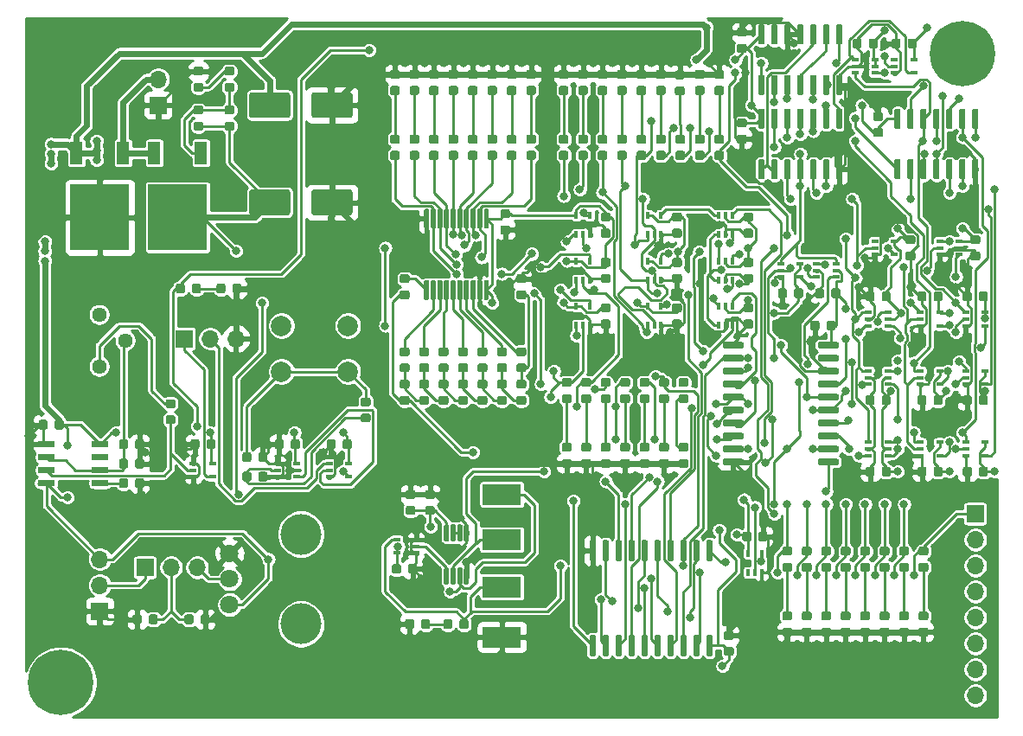
<source format=gbr>
G04 #@! TF.GenerationSoftware,KiCad,Pcbnew,(5.1.5)-3*
G04 #@! TF.CreationDate,2020-06-11T14:47:42+02:00*
G04 #@! TF.ProjectId,SA-ADC,53412d41-4443-42e6-9b69-6361645f7063,v0.1*
G04 #@! TF.SameCoordinates,Original*
G04 #@! TF.FileFunction,Copper,L1,Top*
G04 #@! TF.FilePolarity,Positive*
%FSLAX46Y46*%
G04 Gerber Fmt 4.6, Leading zero omitted, Abs format (unit mm)*
G04 Created by KiCad (PCBNEW (5.1.5)-3) date 2020-06-11 14:47:42*
%MOMM*%
%LPD*%
G04 APERTURE LIST*
%ADD10R,0.400000X0.650000*%
%ADD11R,3.800000X2.000000*%
%ADD12C,0.100000*%
%ADD13R,0.650000X0.400000*%
%ADD14O,1.700000X1.700000*%
%ADD15R,1.700000X1.700000*%
%ADD16C,0.800000*%
%ADD17C,6.400000*%
%ADD18C,1.800000*%
%ADD19C,4.000000*%
%ADD20C,1.440000*%
%ADD21C,2.000000*%
%ADD22R,1.200000X2.200000*%
%ADD23R,5.800000X6.400000*%
%ADD24C,0.600000*%
%ADD25C,0.250000*%
%ADD26C,0.254000*%
G04 APERTURE END LIST*
D10*
X162862500Y-66042500D03*
X164162500Y-66042500D03*
X163512500Y-67942500D03*
X163512500Y-66042500D03*
X164162500Y-67942500D03*
X162862500Y-67942500D03*
D11*
X141605000Y-107315000D03*
G04 #@! TA.AperFunction,SMDPad,CuDef*
D12*
G36*
X174065191Y-76361053D02*
G01*
X174086426Y-76364203D01*
X174107250Y-76369419D01*
X174127462Y-76376651D01*
X174146868Y-76385830D01*
X174165281Y-76396866D01*
X174182524Y-76409654D01*
X174198430Y-76424070D01*
X174212846Y-76439976D01*
X174225634Y-76457219D01*
X174236670Y-76475632D01*
X174245849Y-76495038D01*
X174253081Y-76515250D01*
X174258297Y-76536074D01*
X174261447Y-76557309D01*
X174262500Y-76578750D01*
X174262500Y-77091250D01*
X174261447Y-77112691D01*
X174258297Y-77133926D01*
X174253081Y-77154750D01*
X174245849Y-77174962D01*
X174236670Y-77194368D01*
X174225634Y-77212781D01*
X174212846Y-77230024D01*
X174198430Y-77245930D01*
X174182524Y-77260346D01*
X174165281Y-77273134D01*
X174146868Y-77284170D01*
X174127462Y-77293349D01*
X174107250Y-77300581D01*
X174086426Y-77305797D01*
X174065191Y-77308947D01*
X174043750Y-77310000D01*
X173606250Y-77310000D01*
X173584809Y-77308947D01*
X173563574Y-77305797D01*
X173542750Y-77300581D01*
X173522538Y-77293349D01*
X173503132Y-77284170D01*
X173484719Y-77273134D01*
X173467476Y-77260346D01*
X173451570Y-77245930D01*
X173437154Y-77230024D01*
X173424366Y-77212781D01*
X173413330Y-77194368D01*
X173404151Y-77174962D01*
X173396919Y-77154750D01*
X173391703Y-77133926D01*
X173388553Y-77112691D01*
X173387500Y-77091250D01*
X173387500Y-76578750D01*
X173388553Y-76557309D01*
X173391703Y-76536074D01*
X173396919Y-76515250D01*
X173404151Y-76495038D01*
X173413330Y-76475632D01*
X173424366Y-76457219D01*
X173437154Y-76439976D01*
X173451570Y-76424070D01*
X173467476Y-76409654D01*
X173484719Y-76396866D01*
X173503132Y-76385830D01*
X173522538Y-76376651D01*
X173542750Y-76369419D01*
X173563574Y-76364203D01*
X173584809Y-76361053D01*
X173606250Y-76360000D01*
X174043750Y-76360000D01*
X174065191Y-76361053D01*
G37*
G04 #@! TD.AperFunction*
G04 #@! TA.AperFunction,SMDPad,CuDef*
G36*
X172490191Y-76361053D02*
G01*
X172511426Y-76364203D01*
X172532250Y-76369419D01*
X172552462Y-76376651D01*
X172571868Y-76385830D01*
X172590281Y-76396866D01*
X172607524Y-76409654D01*
X172623430Y-76424070D01*
X172637846Y-76439976D01*
X172650634Y-76457219D01*
X172661670Y-76475632D01*
X172670849Y-76495038D01*
X172678081Y-76515250D01*
X172683297Y-76536074D01*
X172686447Y-76557309D01*
X172687500Y-76578750D01*
X172687500Y-77091250D01*
X172686447Y-77112691D01*
X172683297Y-77133926D01*
X172678081Y-77154750D01*
X172670849Y-77174962D01*
X172661670Y-77194368D01*
X172650634Y-77212781D01*
X172637846Y-77230024D01*
X172623430Y-77245930D01*
X172607524Y-77260346D01*
X172590281Y-77273134D01*
X172571868Y-77284170D01*
X172552462Y-77293349D01*
X172532250Y-77300581D01*
X172511426Y-77305797D01*
X172490191Y-77308947D01*
X172468750Y-77310000D01*
X172031250Y-77310000D01*
X172009809Y-77308947D01*
X171988574Y-77305797D01*
X171967750Y-77300581D01*
X171947538Y-77293349D01*
X171928132Y-77284170D01*
X171909719Y-77273134D01*
X171892476Y-77260346D01*
X171876570Y-77245930D01*
X171862154Y-77230024D01*
X171849366Y-77212781D01*
X171838330Y-77194368D01*
X171829151Y-77174962D01*
X171821919Y-77154750D01*
X171816703Y-77133926D01*
X171813553Y-77112691D01*
X171812500Y-77091250D01*
X171812500Y-76578750D01*
X171813553Y-76557309D01*
X171816703Y-76536074D01*
X171821919Y-76515250D01*
X171829151Y-76495038D01*
X171838330Y-76475632D01*
X171849366Y-76457219D01*
X171862154Y-76439976D01*
X171876570Y-76424070D01*
X171892476Y-76409654D01*
X171909719Y-76396866D01*
X171928132Y-76385830D01*
X171947538Y-76376651D01*
X171967750Y-76369419D01*
X171988574Y-76364203D01*
X172009809Y-76361053D01*
X172031250Y-76360000D01*
X172468750Y-76360000D01*
X172490191Y-76361053D01*
G37*
G04 #@! TD.AperFunction*
D13*
X178115000Y-50785000D03*
X178115000Y-52085000D03*
X176215000Y-51435000D03*
X178115000Y-51435000D03*
X176215000Y-52085000D03*
X176215000Y-50785000D03*
G04 #@! TA.AperFunction,SMDPad,CuDef*
D12*
G36*
X169822691Y-98471053D02*
G01*
X169843926Y-98474203D01*
X169864750Y-98479419D01*
X169884962Y-98486651D01*
X169904368Y-98495830D01*
X169922781Y-98506866D01*
X169940024Y-98519654D01*
X169955930Y-98534070D01*
X169970346Y-98549976D01*
X169983134Y-98567219D01*
X169994170Y-98585632D01*
X170003349Y-98605038D01*
X170010581Y-98625250D01*
X170015797Y-98646074D01*
X170018947Y-98667309D01*
X170020000Y-98688750D01*
X170020000Y-99126250D01*
X170018947Y-99147691D01*
X170015797Y-99168926D01*
X170010581Y-99189750D01*
X170003349Y-99209962D01*
X169994170Y-99229368D01*
X169983134Y-99247781D01*
X169970346Y-99265024D01*
X169955930Y-99280930D01*
X169940024Y-99295346D01*
X169922781Y-99308134D01*
X169904368Y-99319170D01*
X169884962Y-99328349D01*
X169864750Y-99335581D01*
X169843926Y-99340797D01*
X169822691Y-99343947D01*
X169801250Y-99345000D01*
X169288750Y-99345000D01*
X169267309Y-99343947D01*
X169246074Y-99340797D01*
X169225250Y-99335581D01*
X169205038Y-99328349D01*
X169185632Y-99319170D01*
X169167219Y-99308134D01*
X169149976Y-99295346D01*
X169134070Y-99280930D01*
X169119654Y-99265024D01*
X169106866Y-99247781D01*
X169095830Y-99229368D01*
X169086651Y-99209962D01*
X169079419Y-99189750D01*
X169074203Y-99168926D01*
X169071053Y-99147691D01*
X169070000Y-99126250D01*
X169070000Y-98688750D01*
X169071053Y-98667309D01*
X169074203Y-98646074D01*
X169079419Y-98625250D01*
X169086651Y-98605038D01*
X169095830Y-98585632D01*
X169106866Y-98567219D01*
X169119654Y-98549976D01*
X169134070Y-98534070D01*
X169149976Y-98519654D01*
X169167219Y-98506866D01*
X169185632Y-98495830D01*
X169205038Y-98486651D01*
X169225250Y-98479419D01*
X169246074Y-98474203D01*
X169267309Y-98471053D01*
X169288750Y-98470000D01*
X169801250Y-98470000D01*
X169822691Y-98471053D01*
G37*
G04 #@! TD.AperFunction*
G04 #@! TA.AperFunction,SMDPad,CuDef*
G36*
X169822691Y-100046053D02*
G01*
X169843926Y-100049203D01*
X169864750Y-100054419D01*
X169884962Y-100061651D01*
X169904368Y-100070830D01*
X169922781Y-100081866D01*
X169940024Y-100094654D01*
X169955930Y-100109070D01*
X169970346Y-100124976D01*
X169983134Y-100142219D01*
X169994170Y-100160632D01*
X170003349Y-100180038D01*
X170010581Y-100200250D01*
X170015797Y-100221074D01*
X170018947Y-100242309D01*
X170020000Y-100263750D01*
X170020000Y-100701250D01*
X170018947Y-100722691D01*
X170015797Y-100743926D01*
X170010581Y-100764750D01*
X170003349Y-100784962D01*
X169994170Y-100804368D01*
X169983134Y-100822781D01*
X169970346Y-100840024D01*
X169955930Y-100855930D01*
X169940024Y-100870346D01*
X169922781Y-100883134D01*
X169904368Y-100894170D01*
X169884962Y-100903349D01*
X169864750Y-100910581D01*
X169843926Y-100915797D01*
X169822691Y-100918947D01*
X169801250Y-100920000D01*
X169288750Y-100920000D01*
X169267309Y-100918947D01*
X169246074Y-100915797D01*
X169225250Y-100910581D01*
X169205038Y-100903349D01*
X169185632Y-100894170D01*
X169167219Y-100883134D01*
X169149976Y-100870346D01*
X169134070Y-100855930D01*
X169119654Y-100840024D01*
X169106866Y-100822781D01*
X169095830Y-100804368D01*
X169086651Y-100784962D01*
X169079419Y-100764750D01*
X169074203Y-100743926D01*
X169071053Y-100722691D01*
X169070000Y-100701250D01*
X169070000Y-100263750D01*
X169071053Y-100242309D01*
X169074203Y-100221074D01*
X169079419Y-100200250D01*
X169086651Y-100180038D01*
X169095830Y-100160632D01*
X169106866Y-100142219D01*
X169119654Y-100124976D01*
X169134070Y-100109070D01*
X169149976Y-100094654D01*
X169167219Y-100081866D01*
X169185632Y-100070830D01*
X169205038Y-100061651D01*
X169225250Y-100054419D01*
X169246074Y-100049203D01*
X169267309Y-100046053D01*
X169288750Y-100045000D01*
X169801250Y-100045000D01*
X169822691Y-100046053D01*
G37*
G04 #@! TD.AperFunction*
G04 #@! TA.AperFunction,SMDPad,CuDef*
G36*
X181252691Y-104821053D02*
G01*
X181273926Y-104824203D01*
X181294750Y-104829419D01*
X181314962Y-104836651D01*
X181334368Y-104845830D01*
X181352781Y-104856866D01*
X181370024Y-104869654D01*
X181385930Y-104884070D01*
X181400346Y-104899976D01*
X181413134Y-104917219D01*
X181424170Y-104935632D01*
X181433349Y-104955038D01*
X181440581Y-104975250D01*
X181445797Y-104996074D01*
X181448947Y-105017309D01*
X181450000Y-105038750D01*
X181450000Y-105476250D01*
X181448947Y-105497691D01*
X181445797Y-105518926D01*
X181440581Y-105539750D01*
X181433349Y-105559962D01*
X181424170Y-105579368D01*
X181413134Y-105597781D01*
X181400346Y-105615024D01*
X181385930Y-105630930D01*
X181370024Y-105645346D01*
X181352781Y-105658134D01*
X181334368Y-105669170D01*
X181314962Y-105678349D01*
X181294750Y-105685581D01*
X181273926Y-105690797D01*
X181252691Y-105693947D01*
X181231250Y-105695000D01*
X180718750Y-105695000D01*
X180697309Y-105693947D01*
X180676074Y-105690797D01*
X180655250Y-105685581D01*
X180635038Y-105678349D01*
X180615632Y-105669170D01*
X180597219Y-105658134D01*
X180579976Y-105645346D01*
X180564070Y-105630930D01*
X180549654Y-105615024D01*
X180536866Y-105597781D01*
X180525830Y-105579368D01*
X180516651Y-105559962D01*
X180509419Y-105539750D01*
X180504203Y-105518926D01*
X180501053Y-105497691D01*
X180500000Y-105476250D01*
X180500000Y-105038750D01*
X180501053Y-105017309D01*
X180504203Y-104996074D01*
X180509419Y-104975250D01*
X180516651Y-104955038D01*
X180525830Y-104935632D01*
X180536866Y-104917219D01*
X180549654Y-104899976D01*
X180564070Y-104884070D01*
X180579976Y-104869654D01*
X180597219Y-104856866D01*
X180615632Y-104845830D01*
X180635038Y-104836651D01*
X180655250Y-104829419D01*
X180676074Y-104824203D01*
X180697309Y-104821053D01*
X180718750Y-104820000D01*
X181231250Y-104820000D01*
X181252691Y-104821053D01*
G37*
G04 #@! TD.AperFunction*
G04 #@! TA.AperFunction,SMDPad,CuDef*
G36*
X181252691Y-106396053D02*
G01*
X181273926Y-106399203D01*
X181294750Y-106404419D01*
X181314962Y-106411651D01*
X181334368Y-106420830D01*
X181352781Y-106431866D01*
X181370024Y-106444654D01*
X181385930Y-106459070D01*
X181400346Y-106474976D01*
X181413134Y-106492219D01*
X181424170Y-106510632D01*
X181433349Y-106530038D01*
X181440581Y-106550250D01*
X181445797Y-106571074D01*
X181448947Y-106592309D01*
X181450000Y-106613750D01*
X181450000Y-107051250D01*
X181448947Y-107072691D01*
X181445797Y-107093926D01*
X181440581Y-107114750D01*
X181433349Y-107134962D01*
X181424170Y-107154368D01*
X181413134Y-107172781D01*
X181400346Y-107190024D01*
X181385930Y-107205930D01*
X181370024Y-107220346D01*
X181352781Y-107233134D01*
X181334368Y-107244170D01*
X181314962Y-107253349D01*
X181294750Y-107260581D01*
X181273926Y-107265797D01*
X181252691Y-107268947D01*
X181231250Y-107270000D01*
X180718750Y-107270000D01*
X180697309Y-107268947D01*
X180676074Y-107265797D01*
X180655250Y-107260581D01*
X180635038Y-107253349D01*
X180615632Y-107244170D01*
X180597219Y-107233134D01*
X180579976Y-107220346D01*
X180564070Y-107205930D01*
X180549654Y-107190024D01*
X180536866Y-107172781D01*
X180525830Y-107154368D01*
X180516651Y-107134962D01*
X180509419Y-107114750D01*
X180504203Y-107093926D01*
X180501053Y-107072691D01*
X180500000Y-107051250D01*
X180500000Y-106613750D01*
X180501053Y-106592309D01*
X180504203Y-106571074D01*
X180509419Y-106550250D01*
X180516651Y-106530038D01*
X180525830Y-106510632D01*
X180536866Y-106492219D01*
X180549654Y-106474976D01*
X180564070Y-106459070D01*
X180579976Y-106444654D01*
X180597219Y-106431866D01*
X180615632Y-106420830D01*
X180635038Y-106411651D01*
X180655250Y-106404419D01*
X180676074Y-106399203D01*
X180697309Y-106396053D01*
X180718750Y-106395000D01*
X181231250Y-106395000D01*
X181252691Y-106396053D01*
G37*
G04 #@! TD.AperFunction*
G04 #@! TA.AperFunction,SMDPad,CuDef*
G36*
X144740191Y-53373553D02*
G01*
X144761426Y-53376703D01*
X144782250Y-53381919D01*
X144802462Y-53389151D01*
X144821868Y-53398330D01*
X144840281Y-53409366D01*
X144857524Y-53422154D01*
X144873430Y-53436570D01*
X144887846Y-53452476D01*
X144900634Y-53469719D01*
X144911670Y-53488132D01*
X144920849Y-53507538D01*
X144928081Y-53527750D01*
X144933297Y-53548574D01*
X144936447Y-53569809D01*
X144937500Y-53591250D01*
X144937500Y-54028750D01*
X144936447Y-54050191D01*
X144933297Y-54071426D01*
X144928081Y-54092250D01*
X144920849Y-54112462D01*
X144911670Y-54131868D01*
X144900634Y-54150281D01*
X144887846Y-54167524D01*
X144873430Y-54183430D01*
X144857524Y-54197846D01*
X144840281Y-54210634D01*
X144821868Y-54221670D01*
X144802462Y-54230849D01*
X144782250Y-54238081D01*
X144761426Y-54243297D01*
X144740191Y-54246447D01*
X144718750Y-54247500D01*
X144206250Y-54247500D01*
X144184809Y-54246447D01*
X144163574Y-54243297D01*
X144142750Y-54238081D01*
X144122538Y-54230849D01*
X144103132Y-54221670D01*
X144084719Y-54210634D01*
X144067476Y-54197846D01*
X144051570Y-54183430D01*
X144037154Y-54167524D01*
X144024366Y-54150281D01*
X144013330Y-54131868D01*
X144004151Y-54112462D01*
X143996919Y-54092250D01*
X143991703Y-54071426D01*
X143988553Y-54050191D01*
X143987500Y-54028750D01*
X143987500Y-53591250D01*
X143988553Y-53569809D01*
X143991703Y-53548574D01*
X143996919Y-53527750D01*
X144004151Y-53507538D01*
X144013330Y-53488132D01*
X144024366Y-53469719D01*
X144037154Y-53452476D01*
X144051570Y-53436570D01*
X144067476Y-53422154D01*
X144084719Y-53409366D01*
X144103132Y-53398330D01*
X144122538Y-53389151D01*
X144142750Y-53381919D01*
X144163574Y-53376703D01*
X144184809Y-53373553D01*
X144206250Y-53372500D01*
X144718750Y-53372500D01*
X144740191Y-53373553D01*
G37*
G04 #@! TD.AperFunction*
G04 #@! TA.AperFunction,SMDPad,CuDef*
G36*
X144740191Y-51798553D02*
G01*
X144761426Y-51801703D01*
X144782250Y-51806919D01*
X144802462Y-51814151D01*
X144821868Y-51823330D01*
X144840281Y-51834366D01*
X144857524Y-51847154D01*
X144873430Y-51861570D01*
X144887846Y-51877476D01*
X144900634Y-51894719D01*
X144911670Y-51913132D01*
X144920849Y-51932538D01*
X144928081Y-51952750D01*
X144933297Y-51973574D01*
X144936447Y-51994809D01*
X144937500Y-52016250D01*
X144937500Y-52453750D01*
X144936447Y-52475191D01*
X144933297Y-52496426D01*
X144928081Y-52517250D01*
X144920849Y-52537462D01*
X144911670Y-52556868D01*
X144900634Y-52575281D01*
X144887846Y-52592524D01*
X144873430Y-52608430D01*
X144857524Y-52622846D01*
X144840281Y-52635634D01*
X144821868Y-52646670D01*
X144802462Y-52655849D01*
X144782250Y-52663081D01*
X144761426Y-52668297D01*
X144740191Y-52671447D01*
X144718750Y-52672500D01*
X144206250Y-52672500D01*
X144184809Y-52671447D01*
X144163574Y-52668297D01*
X144142750Y-52663081D01*
X144122538Y-52655849D01*
X144103132Y-52646670D01*
X144084719Y-52635634D01*
X144067476Y-52622846D01*
X144051570Y-52608430D01*
X144037154Y-52592524D01*
X144024366Y-52575281D01*
X144013330Y-52556868D01*
X144004151Y-52537462D01*
X143996919Y-52517250D01*
X143991703Y-52496426D01*
X143988553Y-52475191D01*
X143987500Y-52453750D01*
X143987500Y-52016250D01*
X143988553Y-51994809D01*
X143991703Y-51973574D01*
X143996919Y-51952750D01*
X144004151Y-51932538D01*
X144013330Y-51913132D01*
X144024366Y-51894719D01*
X144037154Y-51877476D01*
X144051570Y-51861570D01*
X144067476Y-51847154D01*
X144084719Y-51834366D01*
X144103132Y-51823330D01*
X144122538Y-51814151D01*
X144142750Y-51806919D01*
X144163574Y-51801703D01*
X144184809Y-51798553D01*
X144206250Y-51797500D01*
X144718750Y-51797500D01*
X144740191Y-51798553D01*
G37*
G04 #@! TD.AperFunction*
G04 #@! TA.AperFunction,SMDPad,CuDef*
G36*
X142835191Y-53373553D02*
G01*
X142856426Y-53376703D01*
X142877250Y-53381919D01*
X142897462Y-53389151D01*
X142916868Y-53398330D01*
X142935281Y-53409366D01*
X142952524Y-53422154D01*
X142968430Y-53436570D01*
X142982846Y-53452476D01*
X142995634Y-53469719D01*
X143006670Y-53488132D01*
X143015849Y-53507538D01*
X143023081Y-53527750D01*
X143028297Y-53548574D01*
X143031447Y-53569809D01*
X143032500Y-53591250D01*
X143032500Y-54028750D01*
X143031447Y-54050191D01*
X143028297Y-54071426D01*
X143023081Y-54092250D01*
X143015849Y-54112462D01*
X143006670Y-54131868D01*
X142995634Y-54150281D01*
X142982846Y-54167524D01*
X142968430Y-54183430D01*
X142952524Y-54197846D01*
X142935281Y-54210634D01*
X142916868Y-54221670D01*
X142897462Y-54230849D01*
X142877250Y-54238081D01*
X142856426Y-54243297D01*
X142835191Y-54246447D01*
X142813750Y-54247500D01*
X142301250Y-54247500D01*
X142279809Y-54246447D01*
X142258574Y-54243297D01*
X142237750Y-54238081D01*
X142217538Y-54230849D01*
X142198132Y-54221670D01*
X142179719Y-54210634D01*
X142162476Y-54197846D01*
X142146570Y-54183430D01*
X142132154Y-54167524D01*
X142119366Y-54150281D01*
X142108330Y-54131868D01*
X142099151Y-54112462D01*
X142091919Y-54092250D01*
X142086703Y-54071426D01*
X142083553Y-54050191D01*
X142082500Y-54028750D01*
X142082500Y-53591250D01*
X142083553Y-53569809D01*
X142086703Y-53548574D01*
X142091919Y-53527750D01*
X142099151Y-53507538D01*
X142108330Y-53488132D01*
X142119366Y-53469719D01*
X142132154Y-53452476D01*
X142146570Y-53436570D01*
X142162476Y-53422154D01*
X142179719Y-53409366D01*
X142198132Y-53398330D01*
X142217538Y-53389151D01*
X142237750Y-53381919D01*
X142258574Y-53376703D01*
X142279809Y-53373553D01*
X142301250Y-53372500D01*
X142813750Y-53372500D01*
X142835191Y-53373553D01*
G37*
G04 #@! TD.AperFunction*
G04 #@! TA.AperFunction,SMDPad,CuDef*
G36*
X142835191Y-51798553D02*
G01*
X142856426Y-51801703D01*
X142877250Y-51806919D01*
X142897462Y-51814151D01*
X142916868Y-51823330D01*
X142935281Y-51834366D01*
X142952524Y-51847154D01*
X142968430Y-51861570D01*
X142982846Y-51877476D01*
X142995634Y-51894719D01*
X143006670Y-51913132D01*
X143015849Y-51932538D01*
X143023081Y-51952750D01*
X143028297Y-51973574D01*
X143031447Y-51994809D01*
X143032500Y-52016250D01*
X143032500Y-52453750D01*
X143031447Y-52475191D01*
X143028297Y-52496426D01*
X143023081Y-52517250D01*
X143015849Y-52537462D01*
X143006670Y-52556868D01*
X142995634Y-52575281D01*
X142982846Y-52592524D01*
X142968430Y-52608430D01*
X142952524Y-52622846D01*
X142935281Y-52635634D01*
X142916868Y-52646670D01*
X142897462Y-52655849D01*
X142877250Y-52663081D01*
X142856426Y-52668297D01*
X142835191Y-52671447D01*
X142813750Y-52672500D01*
X142301250Y-52672500D01*
X142279809Y-52671447D01*
X142258574Y-52668297D01*
X142237750Y-52663081D01*
X142217538Y-52655849D01*
X142198132Y-52646670D01*
X142179719Y-52635634D01*
X142162476Y-52622846D01*
X142146570Y-52608430D01*
X142132154Y-52592524D01*
X142119366Y-52575281D01*
X142108330Y-52556868D01*
X142099151Y-52537462D01*
X142091919Y-52517250D01*
X142086703Y-52496426D01*
X142083553Y-52475191D01*
X142082500Y-52453750D01*
X142082500Y-52016250D01*
X142083553Y-51994809D01*
X142086703Y-51973574D01*
X142091919Y-51952750D01*
X142099151Y-51932538D01*
X142108330Y-51913132D01*
X142119366Y-51894719D01*
X142132154Y-51877476D01*
X142146570Y-51861570D01*
X142162476Y-51847154D01*
X142179719Y-51834366D01*
X142198132Y-51823330D01*
X142217538Y-51814151D01*
X142237750Y-51806919D01*
X142258574Y-51801703D01*
X142279809Y-51798553D01*
X142301250Y-51797500D01*
X142813750Y-51797500D01*
X142835191Y-51798553D01*
G37*
G04 #@! TD.AperFunction*
G04 #@! TA.AperFunction,SMDPad,CuDef*
G36*
X142835191Y-58148553D02*
G01*
X142856426Y-58151703D01*
X142877250Y-58156919D01*
X142897462Y-58164151D01*
X142916868Y-58173330D01*
X142935281Y-58184366D01*
X142952524Y-58197154D01*
X142968430Y-58211570D01*
X142982846Y-58227476D01*
X142995634Y-58244719D01*
X143006670Y-58263132D01*
X143015849Y-58282538D01*
X143023081Y-58302750D01*
X143028297Y-58323574D01*
X143031447Y-58344809D01*
X143032500Y-58366250D01*
X143032500Y-58803750D01*
X143031447Y-58825191D01*
X143028297Y-58846426D01*
X143023081Y-58867250D01*
X143015849Y-58887462D01*
X143006670Y-58906868D01*
X142995634Y-58925281D01*
X142982846Y-58942524D01*
X142968430Y-58958430D01*
X142952524Y-58972846D01*
X142935281Y-58985634D01*
X142916868Y-58996670D01*
X142897462Y-59005849D01*
X142877250Y-59013081D01*
X142856426Y-59018297D01*
X142835191Y-59021447D01*
X142813750Y-59022500D01*
X142301250Y-59022500D01*
X142279809Y-59021447D01*
X142258574Y-59018297D01*
X142237750Y-59013081D01*
X142217538Y-59005849D01*
X142198132Y-58996670D01*
X142179719Y-58985634D01*
X142162476Y-58972846D01*
X142146570Y-58958430D01*
X142132154Y-58942524D01*
X142119366Y-58925281D01*
X142108330Y-58906868D01*
X142099151Y-58887462D01*
X142091919Y-58867250D01*
X142086703Y-58846426D01*
X142083553Y-58825191D01*
X142082500Y-58803750D01*
X142082500Y-58366250D01*
X142083553Y-58344809D01*
X142086703Y-58323574D01*
X142091919Y-58302750D01*
X142099151Y-58282538D01*
X142108330Y-58263132D01*
X142119366Y-58244719D01*
X142132154Y-58227476D01*
X142146570Y-58211570D01*
X142162476Y-58197154D01*
X142179719Y-58184366D01*
X142198132Y-58173330D01*
X142217538Y-58164151D01*
X142237750Y-58156919D01*
X142258574Y-58151703D01*
X142279809Y-58148553D01*
X142301250Y-58147500D01*
X142813750Y-58147500D01*
X142835191Y-58148553D01*
G37*
G04 #@! TD.AperFunction*
G04 #@! TA.AperFunction,SMDPad,CuDef*
G36*
X142835191Y-59723553D02*
G01*
X142856426Y-59726703D01*
X142877250Y-59731919D01*
X142897462Y-59739151D01*
X142916868Y-59748330D01*
X142935281Y-59759366D01*
X142952524Y-59772154D01*
X142968430Y-59786570D01*
X142982846Y-59802476D01*
X142995634Y-59819719D01*
X143006670Y-59838132D01*
X143015849Y-59857538D01*
X143023081Y-59877750D01*
X143028297Y-59898574D01*
X143031447Y-59919809D01*
X143032500Y-59941250D01*
X143032500Y-60378750D01*
X143031447Y-60400191D01*
X143028297Y-60421426D01*
X143023081Y-60442250D01*
X143015849Y-60462462D01*
X143006670Y-60481868D01*
X142995634Y-60500281D01*
X142982846Y-60517524D01*
X142968430Y-60533430D01*
X142952524Y-60547846D01*
X142935281Y-60560634D01*
X142916868Y-60571670D01*
X142897462Y-60580849D01*
X142877250Y-60588081D01*
X142856426Y-60593297D01*
X142835191Y-60596447D01*
X142813750Y-60597500D01*
X142301250Y-60597500D01*
X142279809Y-60596447D01*
X142258574Y-60593297D01*
X142237750Y-60588081D01*
X142217538Y-60580849D01*
X142198132Y-60571670D01*
X142179719Y-60560634D01*
X142162476Y-60547846D01*
X142146570Y-60533430D01*
X142132154Y-60517524D01*
X142119366Y-60500281D01*
X142108330Y-60481868D01*
X142099151Y-60462462D01*
X142091919Y-60442250D01*
X142086703Y-60421426D01*
X142083553Y-60400191D01*
X142082500Y-60378750D01*
X142082500Y-59941250D01*
X142083553Y-59919809D01*
X142086703Y-59898574D01*
X142091919Y-59877750D01*
X142099151Y-59857538D01*
X142108330Y-59838132D01*
X142119366Y-59819719D01*
X142132154Y-59802476D01*
X142146570Y-59786570D01*
X142162476Y-59772154D01*
X142179719Y-59759366D01*
X142198132Y-59748330D01*
X142217538Y-59739151D01*
X142237750Y-59731919D01*
X142258574Y-59726703D01*
X142279809Y-59723553D01*
X142301250Y-59722500D01*
X142813750Y-59722500D01*
X142835191Y-59723553D01*
G37*
G04 #@! TD.AperFunction*
G04 #@! TA.AperFunction,SMDPad,CuDef*
G36*
X167169703Y-55605722D02*
G01*
X167184264Y-55607882D01*
X167198543Y-55611459D01*
X167212403Y-55616418D01*
X167225710Y-55622712D01*
X167238336Y-55630280D01*
X167250159Y-55639048D01*
X167261066Y-55648934D01*
X167270952Y-55659841D01*
X167279720Y-55671664D01*
X167287288Y-55684290D01*
X167293582Y-55697597D01*
X167298541Y-55711457D01*
X167302118Y-55725736D01*
X167304278Y-55740297D01*
X167305000Y-55755000D01*
X167305000Y-57405000D01*
X167304278Y-57419703D01*
X167302118Y-57434264D01*
X167298541Y-57448543D01*
X167293582Y-57462403D01*
X167287288Y-57475710D01*
X167279720Y-57488336D01*
X167270952Y-57500159D01*
X167261066Y-57511066D01*
X167250159Y-57520952D01*
X167238336Y-57529720D01*
X167225710Y-57537288D01*
X167212403Y-57543582D01*
X167198543Y-57548541D01*
X167184264Y-57552118D01*
X167169703Y-57554278D01*
X167155000Y-57555000D01*
X166855000Y-57555000D01*
X166840297Y-57554278D01*
X166825736Y-57552118D01*
X166811457Y-57548541D01*
X166797597Y-57543582D01*
X166784290Y-57537288D01*
X166771664Y-57529720D01*
X166759841Y-57520952D01*
X166748934Y-57511066D01*
X166739048Y-57500159D01*
X166730280Y-57488336D01*
X166722712Y-57475710D01*
X166716418Y-57462403D01*
X166711459Y-57448543D01*
X166707882Y-57434264D01*
X166705722Y-57419703D01*
X166705000Y-57405000D01*
X166705000Y-55755000D01*
X166705722Y-55740297D01*
X166707882Y-55725736D01*
X166711459Y-55711457D01*
X166716418Y-55697597D01*
X166722712Y-55684290D01*
X166730280Y-55671664D01*
X166739048Y-55659841D01*
X166748934Y-55648934D01*
X166759841Y-55639048D01*
X166771664Y-55630280D01*
X166784290Y-55622712D01*
X166797597Y-55616418D01*
X166811457Y-55611459D01*
X166825736Y-55607882D01*
X166840297Y-55605722D01*
X166855000Y-55605000D01*
X167155000Y-55605000D01*
X167169703Y-55605722D01*
G37*
G04 #@! TD.AperFunction*
G04 #@! TA.AperFunction,SMDPad,CuDef*
G36*
X168439703Y-55605722D02*
G01*
X168454264Y-55607882D01*
X168468543Y-55611459D01*
X168482403Y-55616418D01*
X168495710Y-55622712D01*
X168508336Y-55630280D01*
X168520159Y-55639048D01*
X168531066Y-55648934D01*
X168540952Y-55659841D01*
X168549720Y-55671664D01*
X168557288Y-55684290D01*
X168563582Y-55697597D01*
X168568541Y-55711457D01*
X168572118Y-55725736D01*
X168574278Y-55740297D01*
X168575000Y-55755000D01*
X168575000Y-57405000D01*
X168574278Y-57419703D01*
X168572118Y-57434264D01*
X168568541Y-57448543D01*
X168563582Y-57462403D01*
X168557288Y-57475710D01*
X168549720Y-57488336D01*
X168540952Y-57500159D01*
X168531066Y-57511066D01*
X168520159Y-57520952D01*
X168508336Y-57529720D01*
X168495710Y-57537288D01*
X168482403Y-57543582D01*
X168468543Y-57548541D01*
X168454264Y-57552118D01*
X168439703Y-57554278D01*
X168425000Y-57555000D01*
X168125000Y-57555000D01*
X168110297Y-57554278D01*
X168095736Y-57552118D01*
X168081457Y-57548541D01*
X168067597Y-57543582D01*
X168054290Y-57537288D01*
X168041664Y-57529720D01*
X168029841Y-57520952D01*
X168018934Y-57511066D01*
X168009048Y-57500159D01*
X168000280Y-57488336D01*
X167992712Y-57475710D01*
X167986418Y-57462403D01*
X167981459Y-57448543D01*
X167977882Y-57434264D01*
X167975722Y-57419703D01*
X167975000Y-57405000D01*
X167975000Y-55755000D01*
X167975722Y-55740297D01*
X167977882Y-55725736D01*
X167981459Y-55711457D01*
X167986418Y-55697597D01*
X167992712Y-55684290D01*
X168000280Y-55671664D01*
X168009048Y-55659841D01*
X168018934Y-55648934D01*
X168029841Y-55639048D01*
X168041664Y-55630280D01*
X168054290Y-55622712D01*
X168067597Y-55616418D01*
X168081457Y-55611459D01*
X168095736Y-55607882D01*
X168110297Y-55605722D01*
X168125000Y-55605000D01*
X168425000Y-55605000D01*
X168439703Y-55605722D01*
G37*
G04 #@! TD.AperFunction*
G04 #@! TA.AperFunction,SMDPad,CuDef*
G36*
X169709703Y-55605722D02*
G01*
X169724264Y-55607882D01*
X169738543Y-55611459D01*
X169752403Y-55616418D01*
X169765710Y-55622712D01*
X169778336Y-55630280D01*
X169790159Y-55639048D01*
X169801066Y-55648934D01*
X169810952Y-55659841D01*
X169819720Y-55671664D01*
X169827288Y-55684290D01*
X169833582Y-55697597D01*
X169838541Y-55711457D01*
X169842118Y-55725736D01*
X169844278Y-55740297D01*
X169845000Y-55755000D01*
X169845000Y-57405000D01*
X169844278Y-57419703D01*
X169842118Y-57434264D01*
X169838541Y-57448543D01*
X169833582Y-57462403D01*
X169827288Y-57475710D01*
X169819720Y-57488336D01*
X169810952Y-57500159D01*
X169801066Y-57511066D01*
X169790159Y-57520952D01*
X169778336Y-57529720D01*
X169765710Y-57537288D01*
X169752403Y-57543582D01*
X169738543Y-57548541D01*
X169724264Y-57552118D01*
X169709703Y-57554278D01*
X169695000Y-57555000D01*
X169395000Y-57555000D01*
X169380297Y-57554278D01*
X169365736Y-57552118D01*
X169351457Y-57548541D01*
X169337597Y-57543582D01*
X169324290Y-57537288D01*
X169311664Y-57529720D01*
X169299841Y-57520952D01*
X169288934Y-57511066D01*
X169279048Y-57500159D01*
X169270280Y-57488336D01*
X169262712Y-57475710D01*
X169256418Y-57462403D01*
X169251459Y-57448543D01*
X169247882Y-57434264D01*
X169245722Y-57419703D01*
X169245000Y-57405000D01*
X169245000Y-55755000D01*
X169245722Y-55740297D01*
X169247882Y-55725736D01*
X169251459Y-55711457D01*
X169256418Y-55697597D01*
X169262712Y-55684290D01*
X169270280Y-55671664D01*
X169279048Y-55659841D01*
X169288934Y-55648934D01*
X169299841Y-55639048D01*
X169311664Y-55630280D01*
X169324290Y-55622712D01*
X169337597Y-55616418D01*
X169351457Y-55611459D01*
X169365736Y-55607882D01*
X169380297Y-55605722D01*
X169395000Y-55605000D01*
X169695000Y-55605000D01*
X169709703Y-55605722D01*
G37*
G04 #@! TD.AperFunction*
G04 #@! TA.AperFunction,SMDPad,CuDef*
G36*
X170979703Y-55605722D02*
G01*
X170994264Y-55607882D01*
X171008543Y-55611459D01*
X171022403Y-55616418D01*
X171035710Y-55622712D01*
X171048336Y-55630280D01*
X171060159Y-55639048D01*
X171071066Y-55648934D01*
X171080952Y-55659841D01*
X171089720Y-55671664D01*
X171097288Y-55684290D01*
X171103582Y-55697597D01*
X171108541Y-55711457D01*
X171112118Y-55725736D01*
X171114278Y-55740297D01*
X171115000Y-55755000D01*
X171115000Y-57405000D01*
X171114278Y-57419703D01*
X171112118Y-57434264D01*
X171108541Y-57448543D01*
X171103582Y-57462403D01*
X171097288Y-57475710D01*
X171089720Y-57488336D01*
X171080952Y-57500159D01*
X171071066Y-57511066D01*
X171060159Y-57520952D01*
X171048336Y-57529720D01*
X171035710Y-57537288D01*
X171022403Y-57543582D01*
X171008543Y-57548541D01*
X170994264Y-57552118D01*
X170979703Y-57554278D01*
X170965000Y-57555000D01*
X170665000Y-57555000D01*
X170650297Y-57554278D01*
X170635736Y-57552118D01*
X170621457Y-57548541D01*
X170607597Y-57543582D01*
X170594290Y-57537288D01*
X170581664Y-57529720D01*
X170569841Y-57520952D01*
X170558934Y-57511066D01*
X170549048Y-57500159D01*
X170540280Y-57488336D01*
X170532712Y-57475710D01*
X170526418Y-57462403D01*
X170521459Y-57448543D01*
X170517882Y-57434264D01*
X170515722Y-57419703D01*
X170515000Y-57405000D01*
X170515000Y-55755000D01*
X170515722Y-55740297D01*
X170517882Y-55725736D01*
X170521459Y-55711457D01*
X170526418Y-55697597D01*
X170532712Y-55684290D01*
X170540280Y-55671664D01*
X170549048Y-55659841D01*
X170558934Y-55648934D01*
X170569841Y-55639048D01*
X170581664Y-55630280D01*
X170594290Y-55622712D01*
X170607597Y-55616418D01*
X170621457Y-55611459D01*
X170635736Y-55607882D01*
X170650297Y-55605722D01*
X170665000Y-55605000D01*
X170965000Y-55605000D01*
X170979703Y-55605722D01*
G37*
G04 #@! TD.AperFunction*
G04 #@! TA.AperFunction,SMDPad,CuDef*
G36*
X172249703Y-55605722D02*
G01*
X172264264Y-55607882D01*
X172278543Y-55611459D01*
X172292403Y-55616418D01*
X172305710Y-55622712D01*
X172318336Y-55630280D01*
X172330159Y-55639048D01*
X172341066Y-55648934D01*
X172350952Y-55659841D01*
X172359720Y-55671664D01*
X172367288Y-55684290D01*
X172373582Y-55697597D01*
X172378541Y-55711457D01*
X172382118Y-55725736D01*
X172384278Y-55740297D01*
X172385000Y-55755000D01*
X172385000Y-57405000D01*
X172384278Y-57419703D01*
X172382118Y-57434264D01*
X172378541Y-57448543D01*
X172373582Y-57462403D01*
X172367288Y-57475710D01*
X172359720Y-57488336D01*
X172350952Y-57500159D01*
X172341066Y-57511066D01*
X172330159Y-57520952D01*
X172318336Y-57529720D01*
X172305710Y-57537288D01*
X172292403Y-57543582D01*
X172278543Y-57548541D01*
X172264264Y-57552118D01*
X172249703Y-57554278D01*
X172235000Y-57555000D01*
X171935000Y-57555000D01*
X171920297Y-57554278D01*
X171905736Y-57552118D01*
X171891457Y-57548541D01*
X171877597Y-57543582D01*
X171864290Y-57537288D01*
X171851664Y-57529720D01*
X171839841Y-57520952D01*
X171828934Y-57511066D01*
X171819048Y-57500159D01*
X171810280Y-57488336D01*
X171802712Y-57475710D01*
X171796418Y-57462403D01*
X171791459Y-57448543D01*
X171787882Y-57434264D01*
X171785722Y-57419703D01*
X171785000Y-57405000D01*
X171785000Y-55755000D01*
X171785722Y-55740297D01*
X171787882Y-55725736D01*
X171791459Y-55711457D01*
X171796418Y-55697597D01*
X171802712Y-55684290D01*
X171810280Y-55671664D01*
X171819048Y-55659841D01*
X171828934Y-55648934D01*
X171839841Y-55639048D01*
X171851664Y-55630280D01*
X171864290Y-55622712D01*
X171877597Y-55616418D01*
X171891457Y-55611459D01*
X171905736Y-55607882D01*
X171920297Y-55605722D01*
X171935000Y-55605000D01*
X172235000Y-55605000D01*
X172249703Y-55605722D01*
G37*
G04 #@! TD.AperFunction*
G04 #@! TA.AperFunction,SMDPad,CuDef*
G36*
X173519703Y-55605722D02*
G01*
X173534264Y-55607882D01*
X173548543Y-55611459D01*
X173562403Y-55616418D01*
X173575710Y-55622712D01*
X173588336Y-55630280D01*
X173600159Y-55639048D01*
X173611066Y-55648934D01*
X173620952Y-55659841D01*
X173629720Y-55671664D01*
X173637288Y-55684290D01*
X173643582Y-55697597D01*
X173648541Y-55711457D01*
X173652118Y-55725736D01*
X173654278Y-55740297D01*
X173655000Y-55755000D01*
X173655000Y-57405000D01*
X173654278Y-57419703D01*
X173652118Y-57434264D01*
X173648541Y-57448543D01*
X173643582Y-57462403D01*
X173637288Y-57475710D01*
X173629720Y-57488336D01*
X173620952Y-57500159D01*
X173611066Y-57511066D01*
X173600159Y-57520952D01*
X173588336Y-57529720D01*
X173575710Y-57537288D01*
X173562403Y-57543582D01*
X173548543Y-57548541D01*
X173534264Y-57552118D01*
X173519703Y-57554278D01*
X173505000Y-57555000D01*
X173205000Y-57555000D01*
X173190297Y-57554278D01*
X173175736Y-57552118D01*
X173161457Y-57548541D01*
X173147597Y-57543582D01*
X173134290Y-57537288D01*
X173121664Y-57529720D01*
X173109841Y-57520952D01*
X173098934Y-57511066D01*
X173089048Y-57500159D01*
X173080280Y-57488336D01*
X173072712Y-57475710D01*
X173066418Y-57462403D01*
X173061459Y-57448543D01*
X173057882Y-57434264D01*
X173055722Y-57419703D01*
X173055000Y-57405000D01*
X173055000Y-55755000D01*
X173055722Y-55740297D01*
X173057882Y-55725736D01*
X173061459Y-55711457D01*
X173066418Y-55697597D01*
X173072712Y-55684290D01*
X173080280Y-55671664D01*
X173089048Y-55659841D01*
X173098934Y-55648934D01*
X173109841Y-55639048D01*
X173121664Y-55630280D01*
X173134290Y-55622712D01*
X173147597Y-55616418D01*
X173161457Y-55611459D01*
X173175736Y-55607882D01*
X173190297Y-55605722D01*
X173205000Y-55605000D01*
X173505000Y-55605000D01*
X173519703Y-55605722D01*
G37*
G04 #@! TD.AperFunction*
G04 #@! TA.AperFunction,SMDPad,CuDef*
G36*
X174789703Y-55605722D02*
G01*
X174804264Y-55607882D01*
X174818543Y-55611459D01*
X174832403Y-55616418D01*
X174845710Y-55622712D01*
X174858336Y-55630280D01*
X174870159Y-55639048D01*
X174881066Y-55648934D01*
X174890952Y-55659841D01*
X174899720Y-55671664D01*
X174907288Y-55684290D01*
X174913582Y-55697597D01*
X174918541Y-55711457D01*
X174922118Y-55725736D01*
X174924278Y-55740297D01*
X174925000Y-55755000D01*
X174925000Y-57405000D01*
X174924278Y-57419703D01*
X174922118Y-57434264D01*
X174918541Y-57448543D01*
X174913582Y-57462403D01*
X174907288Y-57475710D01*
X174899720Y-57488336D01*
X174890952Y-57500159D01*
X174881066Y-57511066D01*
X174870159Y-57520952D01*
X174858336Y-57529720D01*
X174845710Y-57537288D01*
X174832403Y-57543582D01*
X174818543Y-57548541D01*
X174804264Y-57552118D01*
X174789703Y-57554278D01*
X174775000Y-57555000D01*
X174475000Y-57555000D01*
X174460297Y-57554278D01*
X174445736Y-57552118D01*
X174431457Y-57548541D01*
X174417597Y-57543582D01*
X174404290Y-57537288D01*
X174391664Y-57529720D01*
X174379841Y-57520952D01*
X174368934Y-57511066D01*
X174359048Y-57500159D01*
X174350280Y-57488336D01*
X174342712Y-57475710D01*
X174336418Y-57462403D01*
X174331459Y-57448543D01*
X174327882Y-57434264D01*
X174325722Y-57419703D01*
X174325000Y-57405000D01*
X174325000Y-55755000D01*
X174325722Y-55740297D01*
X174327882Y-55725736D01*
X174331459Y-55711457D01*
X174336418Y-55697597D01*
X174342712Y-55684290D01*
X174350280Y-55671664D01*
X174359048Y-55659841D01*
X174368934Y-55648934D01*
X174379841Y-55639048D01*
X174391664Y-55630280D01*
X174404290Y-55622712D01*
X174417597Y-55616418D01*
X174431457Y-55611459D01*
X174445736Y-55607882D01*
X174460297Y-55605722D01*
X174475000Y-55605000D01*
X174775000Y-55605000D01*
X174789703Y-55605722D01*
G37*
G04 #@! TD.AperFunction*
G04 #@! TA.AperFunction,SMDPad,CuDef*
G36*
X174789703Y-60555722D02*
G01*
X174804264Y-60557882D01*
X174818543Y-60561459D01*
X174832403Y-60566418D01*
X174845710Y-60572712D01*
X174858336Y-60580280D01*
X174870159Y-60589048D01*
X174881066Y-60598934D01*
X174890952Y-60609841D01*
X174899720Y-60621664D01*
X174907288Y-60634290D01*
X174913582Y-60647597D01*
X174918541Y-60661457D01*
X174922118Y-60675736D01*
X174924278Y-60690297D01*
X174925000Y-60705000D01*
X174925000Y-62355000D01*
X174924278Y-62369703D01*
X174922118Y-62384264D01*
X174918541Y-62398543D01*
X174913582Y-62412403D01*
X174907288Y-62425710D01*
X174899720Y-62438336D01*
X174890952Y-62450159D01*
X174881066Y-62461066D01*
X174870159Y-62470952D01*
X174858336Y-62479720D01*
X174845710Y-62487288D01*
X174832403Y-62493582D01*
X174818543Y-62498541D01*
X174804264Y-62502118D01*
X174789703Y-62504278D01*
X174775000Y-62505000D01*
X174475000Y-62505000D01*
X174460297Y-62504278D01*
X174445736Y-62502118D01*
X174431457Y-62498541D01*
X174417597Y-62493582D01*
X174404290Y-62487288D01*
X174391664Y-62479720D01*
X174379841Y-62470952D01*
X174368934Y-62461066D01*
X174359048Y-62450159D01*
X174350280Y-62438336D01*
X174342712Y-62425710D01*
X174336418Y-62412403D01*
X174331459Y-62398543D01*
X174327882Y-62384264D01*
X174325722Y-62369703D01*
X174325000Y-62355000D01*
X174325000Y-60705000D01*
X174325722Y-60690297D01*
X174327882Y-60675736D01*
X174331459Y-60661457D01*
X174336418Y-60647597D01*
X174342712Y-60634290D01*
X174350280Y-60621664D01*
X174359048Y-60609841D01*
X174368934Y-60598934D01*
X174379841Y-60589048D01*
X174391664Y-60580280D01*
X174404290Y-60572712D01*
X174417597Y-60566418D01*
X174431457Y-60561459D01*
X174445736Y-60557882D01*
X174460297Y-60555722D01*
X174475000Y-60555000D01*
X174775000Y-60555000D01*
X174789703Y-60555722D01*
G37*
G04 #@! TD.AperFunction*
G04 #@! TA.AperFunction,SMDPad,CuDef*
G36*
X173519703Y-60555722D02*
G01*
X173534264Y-60557882D01*
X173548543Y-60561459D01*
X173562403Y-60566418D01*
X173575710Y-60572712D01*
X173588336Y-60580280D01*
X173600159Y-60589048D01*
X173611066Y-60598934D01*
X173620952Y-60609841D01*
X173629720Y-60621664D01*
X173637288Y-60634290D01*
X173643582Y-60647597D01*
X173648541Y-60661457D01*
X173652118Y-60675736D01*
X173654278Y-60690297D01*
X173655000Y-60705000D01*
X173655000Y-62355000D01*
X173654278Y-62369703D01*
X173652118Y-62384264D01*
X173648541Y-62398543D01*
X173643582Y-62412403D01*
X173637288Y-62425710D01*
X173629720Y-62438336D01*
X173620952Y-62450159D01*
X173611066Y-62461066D01*
X173600159Y-62470952D01*
X173588336Y-62479720D01*
X173575710Y-62487288D01*
X173562403Y-62493582D01*
X173548543Y-62498541D01*
X173534264Y-62502118D01*
X173519703Y-62504278D01*
X173505000Y-62505000D01*
X173205000Y-62505000D01*
X173190297Y-62504278D01*
X173175736Y-62502118D01*
X173161457Y-62498541D01*
X173147597Y-62493582D01*
X173134290Y-62487288D01*
X173121664Y-62479720D01*
X173109841Y-62470952D01*
X173098934Y-62461066D01*
X173089048Y-62450159D01*
X173080280Y-62438336D01*
X173072712Y-62425710D01*
X173066418Y-62412403D01*
X173061459Y-62398543D01*
X173057882Y-62384264D01*
X173055722Y-62369703D01*
X173055000Y-62355000D01*
X173055000Y-60705000D01*
X173055722Y-60690297D01*
X173057882Y-60675736D01*
X173061459Y-60661457D01*
X173066418Y-60647597D01*
X173072712Y-60634290D01*
X173080280Y-60621664D01*
X173089048Y-60609841D01*
X173098934Y-60598934D01*
X173109841Y-60589048D01*
X173121664Y-60580280D01*
X173134290Y-60572712D01*
X173147597Y-60566418D01*
X173161457Y-60561459D01*
X173175736Y-60557882D01*
X173190297Y-60555722D01*
X173205000Y-60555000D01*
X173505000Y-60555000D01*
X173519703Y-60555722D01*
G37*
G04 #@! TD.AperFunction*
G04 #@! TA.AperFunction,SMDPad,CuDef*
G36*
X172249703Y-60555722D02*
G01*
X172264264Y-60557882D01*
X172278543Y-60561459D01*
X172292403Y-60566418D01*
X172305710Y-60572712D01*
X172318336Y-60580280D01*
X172330159Y-60589048D01*
X172341066Y-60598934D01*
X172350952Y-60609841D01*
X172359720Y-60621664D01*
X172367288Y-60634290D01*
X172373582Y-60647597D01*
X172378541Y-60661457D01*
X172382118Y-60675736D01*
X172384278Y-60690297D01*
X172385000Y-60705000D01*
X172385000Y-62355000D01*
X172384278Y-62369703D01*
X172382118Y-62384264D01*
X172378541Y-62398543D01*
X172373582Y-62412403D01*
X172367288Y-62425710D01*
X172359720Y-62438336D01*
X172350952Y-62450159D01*
X172341066Y-62461066D01*
X172330159Y-62470952D01*
X172318336Y-62479720D01*
X172305710Y-62487288D01*
X172292403Y-62493582D01*
X172278543Y-62498541D01*
X172264264Y-62502118D01*
X172249703Y-62504278D01*
X172235000Y-62505000D01*
X171935000Y-62505000D01*
X171920297Y-62504278D01*
X171905736Y-62502118D01*
X171891457Y-62498541D01*
X171877597Y-62493582D01*
X171864290Y-62487288D01*
X171851664Y-62479720D01*
X171839841Y-62470952D01*
X171828934Y-62461066D01*
X171819048Y-62450159D01*
X171810280Y-62438336D01*
X171802712Y-62425710D01*
X171796418Y-62412403D01*
X171791459Y-62398543D01*
X171787882Y-62384264D01*
X171785722Y-62369703D01*
X171785000Y-62355000D01*
X171785000Y-60705000D01*
X171785722Y-60690297D01*
X171787882Y-60675736D01*
X171791459Y-60661457D01*
X171796418Y-60647597D01*
X171802712Y-60634290D01*
X171810280Y-60621664D01*
X171819048Y-60609841D01*
X171828934Y-60598934D01*
X171839841Y-60589048D01*
X171851664Y-60580280D01*
X171864290Y-60572712D01*
X171877597Y-60566418D01*
X171891457Y-60561459D01*
X171905736Y-60557882D01*
X171920297Y-60555722D01*
X171935000Y-60555000D01*
X172235000Y-60555000D01*
X172249703Y-60555722D01*
G37*
G04 #@! TD.AperFunction*
G04 #@! TA.AperFunction,SMDPad,CuDef*
G36*
X170979703Y-60555722D02*
G01*
X170994264Y-60557882D01*
X171008543Y-60561459D01*
X171022403Y-60566418D01*
X171035710Y-60572712D01*
X171048336Y-60580280D01*
X171060159Y-60589048D01*
X171071066Y-60598934D01*
X171080952Y-60609841D01*
X171089720Y-60621664D01*
X171097288Y-60634290D01*
X171103582Y-60647597D01*
X171108541Y-60661457D01*
X171112118Y-60675736D01*
X171114278Y-60690297D01*
X171115000Y-60705000D01*
X171115000Y-62355000D01*
X171114278Y-62369703D01*
X171112118Y-62384264D01*
X171108541Y-62398543D01*
X171103582Y-62412403D01*
X171097288Y-62425710D01*
X171089720Y-62438336D01*
X171080952Y-62450159D01*
X171071066Y-62461066D01*
X171060159Y-62470952D01*
X171048336Y-62479720D01*
X171035710Y-62487288D01*
X171022403Y-62493582D01*
X171008543Y-62498541D01*
X170994264Y-62502118D01*
X170979703Y-62504278D01*
X170965000Y-62505000D01*
X170665000Y-62505000D01*
X170650297Y-62504278D01*
X170635736Y-62502118D01*
X170621457Y-62498541D01*
X170607597Y-62493582D01*
X170594290Y-62487288D01*
X170581664Y-62479720D01*
X170569841Y-62470952D01*
X170558934Y-62461066D01*
X170549048Y-62450159D01*
X170540280Y-62438336D01*
X170532712Y-62425710D01*
X170526418Y-62412403D01*
X170521459Y-62398543D01*
X170517882Y-62384264D01*
X170515722Y-62369703D01*
X170515000Y-62355000D01*
X170515000Y-60705000D01*
X170515722Y-60690297D01*
X170517882Y-60675736D01*
X170521459Y-60661457D01*
X170526418Y-60647597D01*
X170532712Y-60634290D01*
X170540280Y-60621664D01*
X170549048Y-60609841D01*
X170558934Y-60598934D01*
X170569841Y-60589048D01*
X170581664Y-60580280D01*
X170594290Y-60572712D01*
X170607597Y-60566418D01*
X170621457Y-60561459D01*
X170635736Y-60557882D01*
X170650297Y-60555722D01*
X170665000Y-60555000D01*
X170965000Y-60555000D01*
X170979703Y-60555722D01*
G37*
G04 #@! TD.AperFunction*
G04 #@! TA.AperFunction,SMDPad,CuDef*
G36*
X169709703Y-60555722D02*
G01*
X169724264Y-60557882D01*
X169738543Y-60561459D01*
X169752403Y-60566418D01*
X169765710Y-60572712D01*
X169778336Y-60580280D01*
X169790159Y-60589048D01*
X169801066Y-60598934D01*
X169810952Y-60609841D01*
X169819720Y-60621664D01*
X169827288Y-60634290D01*
X169833582Y-60647597D01*
X169838541Y-60661457D01*
X169842118Y-60675736D01*
X169844278Y-60690297D01*
X169845000Y-60705000D01*
X169845000Y-62355000D01*
X169844278Y-62369703D01*
X169842118Y-62384264D01*
X169838541Y-62398543D01*
X169833582Y-62412403D01*
X169827288Y-62425710D01*
X169819720Y-62438336D01*
X169810952Y-62450159D01*
X169801066Y-62461066D01*
X169790159Y-62470952D01*
X169778336Y-62479720D01*
X169765710Y-62487288D01*
X169752403Y-62493582D01*
X169738543Y-62498541D01*
X169724264Y-62502118D01*
X169709703Y-62504278D01*
X169695000Y-62505000D01*
X169395000Y-62505000D01*
X169380297Y-62504278D01*
X169365736Y-62502118D01*
X169351457Y-62498541D01*
X169337597Y-62493582D01*
X169324290Y-62487288D01*
X169311664Y-62479720D01*
X169299841Y-62470952D01*
X169288934Y-62461066D01*
X169279048Y-62450159D01*
X169270280Y-62438336D01*
X169262712Y-62425710D01*
X169256418Y-62412403D01*
X169251459Y-62398543D01*
X169247882Y-62384264D01*
X169245722Y-62369703D01*
X169245000Y-62355000D01*
X169245000Y-60705000D01*
X169245722Y-60690297D01*
X169247882Y-60675736D01*
X169251459Y-60661457D01*
X169256418Y-60647597D01*
X169262712Y-60634290D01*
X169270280Y-60621664D01*
X169279048Y-60609841D01*
X169288934Y-60598934D01*
X169299841Y-60589048D01*
X169311664Y-60580280D01*
X169324290Y-60572712D01*
X169337597Y-60566418D01*
X169351457Y-60561459D01*
X169365736Y-60557882D01*
X169380297Y-60555722D01*
X169395000Y-60555000D01*
X169695000Y-60555000D01*
X169709703Y-60555722D01*
G37*
G04 #@! TD.AperFunction*
G04 #@! TA.AperFunction,SMDPad,CuDef*
G36*
X168439703Y-60555722D02*
G01*
X168454264Y-60557882D01*
X168468543Y-60561459D01*
X168482403Y-60566418D01*
X168495710Y-60572712D01*
X168508336Y-60580280D01*
X168520159Y-60589048D01*
X168531066Y-60598934D01*
X168540952Y-60609841D01*
X168549720Y-60621664D01*
X168557288Y-60634290D01*
X168563582Y-60647597D01*
X168568541Y-60661457D01*
X168572118Y-60675736D01*
X168574278Y-60690297D01*
X168575000Y-60705000D01*
X168575000Y-62355000D01*
X168574278Y-62369703D01*
X168572118Y-62384264D01*
X168568541Y-62398543D01*
X168563582Y-62412403D01*
X168557288Y-62425710D01*
X168549720Y-62438336D01*
X168540952Y-62450159D01*
X168531066Y-62461066D01*
X168520159Y-62470952D01*
X168508336Y-62479720D01*
X168495710Y-62487288D01*
X168482403Y-62493582D01*
X168468543Y-62498541D01*
X168454264Y-62502118D01*
X168439703Y-62504278D01*
X168425000Y-62505000D01*
X168125000Y-62505000D01*
X168110297Y-62504278D01*
X168095736Y-62502118D01*
X168081457Y-62498541D01*
X168067597Y-62493582D01*
X168054290Y-62487288D01*
X168041664Y-62479720D01*
X168029841Y-62470952D01*
X168018934Y-62461066D01*
X168009048Y-62450159D01*
X168000280Y-62438336D01*
X167992712Y-62425710D01*
X167986418Y-62412403D01*
X167981459Y-62398543D01*
X167977882Y-62384264D01*
X167975722Y-62369703D01*
X167975000Y-62355000D01*
X167975000Y-60705000D01*
X167975722Y-60690297D01*
X167977882Y-60675736D01*
X167981459Y-60661457D01*
X167986418Y-60647597D01*
X167992712Y-60634290D01*
X168000280Y-60621664D01*
X168009048Y-60609841D01*
X168018934Y-60598934D01*
X168029841Y-60589048D01*
X168041664Y-60580280D01*
X168054290Y-60572712D01*
X168067597Y-60566418D01*
X168081457Y-60561459D01*
X168095736Y-60557882D01*
X168110297Y-60555722D01*
X168125000Y-60555000D01*
X168425000Y-60555000D01*
X168439703Y-60555722D01*
G37*
G04 #@! TD.AperFunction*
G04 #@! TA.AperFunction,SMDPad,CuDef*
G36*
X167169703Y-60555722D02*
G01*
X167184264Y-60557882D01*
X167198543Y-60561459D01*
X167212403Y-60566418D01*
X167225710Y-60572712D01*
X167238336Y-60580280D01*
X167250159Y-60589048D01*
X167261066Y-60598934D01*
X167270952Y-60609841D01*
X167279720Y-60621664D01*
X167287288Y-60634290D01*
X167293582Y-60647597D01*
X167298541Y-60661457D01*
X167302118Y-60675736D01*
X167304278Y-60690297D01*
X167305000Y-60705000D01*
X167305000Y-62355000D01*
X167304278Y-62369703D01*
X167302118Y-62384264D01*
X167298541Y-62398543D01*
X167293582Y-62412403D01*
X167287288Y-62425710D01*
X167279720Y-62438336D01*
X167270952Y-62450159D01*
X167261066Y-62461066D01*
X167250159Y-62470952D01*
X167238336Y-62479720D01*
X167225710Y-62487288D01*
X167212403Y-62493582D01*
X167198543Y-62498541D01*
X167184264Y-62502118D01*
X167169703Y-62504278D01*
X167155000Y-62505000D01*
X166855000Y-62505000D01*
X166840297Y-62504278D01*
X166825736Y-62502118D01*
X166811457Y-62498541D01*
X166797597Y-62493582D01*
X166784290Y-62487288D01*
X166771664Y-62479720D01*
X166759841Y-62470952D01*
X166748934Y-62461066D01*
X166739048Y-62450159D01*
X166730280Y-62438336D01*
X166722712Y-62425710D01*
X166716418Y-62412403D01*
X166711459Y-62398543D01*
X166707882Y-62384264D01*
X166705722Y-62369703D01*
X166705000Y-62355000D01*
X166705000Y-60705000D01*
X166705722Y-60690297D01*
X166707882Y-60675736D01*
X166711459Y-60661457D01*
X166716418Y-60647597D01*
X166722712Y-60634290D01*
X166730280Y-60621664D01*
X166739048Y-60609841D01*
X166748934Y-60598934D01*
X166759841Y-60589048D01*
X166771664Y-60580280D01*
X166784290Y-60572712D01*
X166797597Y-60566418D01*
X166811457Y-60561459D01*
X166825736Y-60557882D01*
X166840297Y-60555722D01*
X166855000Y-60555000D01*
X167155000Y-60555000D01*
X167169703Y-60555722D01*
G37*
G04 #@! TD.AperFunction*
G04 #@! TA.AperFunction,SMDPad,CuDef*
G36*
X148232691Y-88311053D02*
G01*
X148253926Y-88314203D01*
X148274750Y-88319419D01*
X148294962Y-88326651D01*
X148314368Y-88335830D01*
X148332781Y-88346866D01*
X148350024Y-88359654D01*
X148365930Y-88374070D01*
X148380346Y-88389976D01*
X148393134Y-88407219D01*
X148404170Y-88425632D01*
X148413349Y-88445038D01*
X148420581Y-88465250D01*
X148425797Y-88486074D01*
X148428947Y-88507309D01*
X148430000Y-88528750D01*
X148430000Y-88966250D01*
X148428947Y-88987691D01*
X148425797Y-89008926D01*
X148420581Y-89029750D01*
X148413349Y-89049962D01*
X148404170Y-89069368D01*
X148393134Y-89087781D01*
X148380346Y-89105024D01*
X148365930Y-89120930D01*
X148350024Y-89135346D01*
X148332781Y-89148134D01*
X148314368Y-89159170D01*
X148294962Y-89168349D01*
X148274750Y-89175581D01*
X148253926Y-89180797D01*
X148232691Y-89183947D01*
X148211250Y-89185000D01*
X147698750Y-89185000D01*
X147677309Y-89183947D01*
X147656074Y-89180797D01*
X147635250Y-89175581D01*
X147615038Y-89168349D01*
X147595632Y-89159170D01*
X147577219Y-89148134D01*
X147559976Y-89135346D01*
X147544070Y-89120930D01*
X147529654Y-89105024D01*
X147516866Y-89087781D01*
X147505830Y-89069368D01*
X147496651Y-89049962D01*
X147489419Y-89029750D01*
X147484203Y-89008926D01*
X147481053Y-88987691D01*
X147480000Y-88966250D01*
X147480000Y-88528750D01*
X147481053Y-88507309D01*
X147484203Y-88486074D01*
X147489419Y-88465250D01*
X147496651Y-88445038D01*
X147505830Y-88425632D01*
X147516866Y-88407219D01*
X147529654Y-88389976D01*
X147544070Y-88374070D01*
X147559976Y-88359654D01*
X147577219Y-88346866D01*
X147595632Y-88335830D01*
X147615038Y-88326651D01*
X147635250Y-88319419D01*
X147656074Y-88314203D01*
X147677309Y-88311053D01*
X147698750Y-88310000D01*
X148211250Y-88310000D01*
X148232691Y-88311053D01*
G37*
G04 #@! TD.AperFunction*
G04 #@! TA.AperFunction,SMDPad,CuDef*
G36*
X148232691Y-89886053D02*
G01*
X148253926Y-89889203D01*
X148274750Y-89894419D01*
X148294962Y-89901651D01*
X148314368Y-89910830D01*
X148332781Y-89921866D01*
X148350024Y-89934654D01*
X148365930Y-89949070D01*
X148380346Y-89964976D01*
X148393134Y-89982219D01*
X148404170Y-90000632D01*
X148413349Y-90020038D01*
X148420581Y-90040250D01*
X148425797Y-90061074D01*
X148428947Y-90082309D01*
X148430000Y-90103750D01*
X148430000Y-90541250D01*
X148428947Y-90562691D01*
X148425797Y-90583926D01*
X148420581Y-90604750D01*
X148413349Y-90624962D01*
X148404170Y-90644368D01*
X148393134Y-90662781D01*
X148380346Y-90680024D01*
X148365930Y-90695930D01*
X148350024Y-90710346D01*
X148332781Y-90723134D01*
X148314368Y-90734170D01*
X148294962Y-90743349D01*
X148274750Y-90750581D01*
X148253926Y-90755797D01*
X148232691Y-90758947D01*
X148211250Y-90760000D01*
X147698750Y-90760000D01*
X147677309Y-90758947D01*
X147656074Y-90755797D01*
X147635250Y-90750581D01*
X147615038Y-90743349D01*
X147595632Y-90734170D01*
X147577219Y-90723134D01*
X147559976Y-90710346D01*
X147544070Y-90695930D01*
X147529654Y-90680024D01*
X147516866Y-90662781D01*
X147505830Y-90644368D01*
X147496651Y-90624962D01*
X147489419Y-90604750D01*
X147484203Y-90583926D01*
X147481053Y-90562691D01*
X147480000Y-90541250D01*
X147480000Y-90103750D01*
X147481053Y-90082309D01*
X147484203Y-90061074D01*
X147489419Y-90040250D01*
X147496651Y-90020038D01*
X147505830Y-90000632D01*
X147516866Y-89982219D01*
X147529654Y-89964976D01*
X147544070Y-89949070D01*
X147559976Y-89934654D01*
X147577219Y-89921866D01*
X147595632Y-89910830D01*
X147615038Y-89901651D01*
X147635250Y-89894419D01*
X147656074Y-89889203D01*
X147677309Y-89886053D01*
X147698750Y-89885000D01*
X148211250Y-89885000D01*
X148232691Y-89886053D01*
G37*
G04 #@! TD.AperFunction*
G04 #@! TA.AperFunction,SMDPad,CuDef*
G36*
X150137691Y-88311053D02*
G01*
X150158926Y-88314203D01*
X150179750Y-88319419D01*
X150199962Y-88326651D01*
X150219368Y-88335830D01*
X150237781Y-88346866D01*
X150255024Y-88359654D01*
X150270930Y-88374070D01*
X150285346Y-88389976D01*
X150298134Y-88407219D01*
X150309170Y-88425632D01*
X150318349Y-88445038D01*
X150325581Y-88465250D01*
X150330797Y-88486074D01*
X150333947Y-88507309D01*
X150335000Y-88528750D01*
X150335000Y-88966250D01*
X150333947Y-88987691D01*
X150330797Y-89008926D01*
X150325581Y-89029750D01*
X150318349Y-89049962D01*
X150309170Y-89069368D01*
X150298134Y-89087781D01*
X150285346Y-89105024D01*
X150270930Y-89120930D01*
X150255024Y-89135346D01*
X150237781Y-89148134D01*
X150219368Y-89159170D01*
X150199962Y-89168349D01*
X150179750Y-89175581D01*
X150158926Y-89180797D01*
X150137691Y-89183947D01*
X150116250Y-89185000D01*
X149603750Y-89185000D01*
X149582309Y-89183947D01*
X149561074Y-89180797D01*
X149540250Y-89175581D01*
X149520038Y-89168349D01*
X149500632Y-89159170D01*
X149482219Y-89148134D01*
X149464976Y-89135346D01*
X149449070Y-89120930D01*
X149434654Y-89105024D01*
X149421866Y-89087781D01*
X149410830Y-89069368D01*
X149401651Y-89049962D01*
X149394419Y-89029750D01*
X149389203Y-89008926D01*
X149386053Y-88987691D01*
X149385000Y-88966250D01*
X149385000Y-88528750D01*
X149386053Y-88507309D01*
X149389203Y-88486074D01*
X149394419Y-88465250D01*
X149401651Y-88445038D01*
X149410830Y-88425632D01*
X149421866Y-88407219D01*
X149434654Y-88389976D01*
X149449070Y-88374070D01*
X149464976Y-88359654D01*
X149482219Y-88346866D01*
X149500632Y-88335830D01*
X149520038Y-88326651D01*
X149540250Y-88319419D01*
X149561074Y-88314203D01*
X149582309Y-88311053D01*
X149603750Y-88310000D01*
X150116250Y-88310000D01*
X150137691Y-88311053D01*
G37*
G04 #@! TD.AperFunction*
G04 #@! TA.AperFunction,SMDPad,CuDef*
G36*
X150137691Y-89886053D02*
G01*
X150158926Y-89889203D01*
X150179750Y-89894419D01*
X150199962Y-89901651D01*
X150219368Y-89910830D01*
X150237781Y-89921866D01*
X150255024Y-89934654D01*
X150270930Y-89949070D01*
X150285346Y-89964976D01*
X150298134Y-89982219D01*
X150309170Y-90000632D01*
X150318349Y-90020038D01*
X150325581Y-90040250D01*
X150330797Y-90061074D01*
X150333947Y-90082309D01*
X150335000Y-90103750D01*
X150335000Y-90541250D01*
X150333947Y-90562691D01*
X150330797Y-90583926D01*
X150325581Y-90604750D01*
X150318349Y-90624962D01*
X150309170Y-90644368D01*
X150298134Y-90662781D01*
X150285346Y-90680024D01*
X150270930Y-90695930D01*
X150255024Y-90710346D01*
X150237781Y-90723134D01*
X150219368Y-90734170D01*
X150199962Y-90743349D01*
X150179750Y-90750581D01*
X150158926Y-90755797D01*
X150137691Y-90758947D01*
X150116250Y-90760000D01*
X149603750Y-90760000D01*
X149582309Y-90758947D01*
X149561074Y-90755797D01*
X149540250Y-90750581D01*
X149520038Y-90743349D01*
X149500632Y-90734170D01*
X149482219Y-90723134D01*
X149464976Y-90710346D01*
X149449070Y-90695930D01*
X149434654Y-90680024D01*
X149421866Y-90662781D01*
X149410830Y-90644368D01*
X149401651Y-90624962D01*
X149394419Y-90604750D01*
X149389203Y-90583926D01*
X149386053Y-90562691D01*
X149385000Y-90541250D01*
X149385000Y-90103750D01*
X149386053Y-90082309D01*
X149389203Y-90061074D01*
X149394419Y-90040250D01*
X149401651Y-90020038D01*
X149410830Y-90000632D01*
X149421866Y-89982219D01*
X149434654Y-89964976D01*
X149449070Y-89949070D01*
X149464976Y-89934654D01*
X149482219Y-89921866D01*
X149500632Y-89910830D01*
X149520038Y-89901651D01*
X149540250Y-89894419D01*
X149561074Y-89889203D01*
X149582309Y-89886053D01*
X149603750Y-89885000D01*
X150116250Y-89885000D01*
X150137691Y-89886053D01*
G37*
G04 #@! TD.AperFunction*
G04 #@! TA.AperFunction,SMDPad,CuDef*
G36*
X152042691Y-88311053D02*
G01*
X152063926Y-88314203D01*
X152084750Y-88319419D01*
X152104962Y-88326651D01*
X152124368Y-88335830D01*
X152142781Y-88346866D01*
X152160024Y-88359654D01*
X152175930Y-88374070D01*
X152190346Y-88389976D01*
X152203134Y-88407219D01*
X152214170Y-88425632D01*
X152223349Y-88445038D01*
X152230581Y-88465250D01*
X152235797Y-88486074D01*
X152238947Y-88507309D01*
X152240000Y-88528750D01*
X152240000Y-88966250D01*
X152238947Y-88987691D01*
X152235797Y-89008926D01*
X152230581Y-89029750D01*
X152223349Y-89049962D01*
X152214170Y-89069368D01*
X152203134Y-89087781D01*
X152190346Y-89105024D01*
X152175930Y-89120930D01*
X152160024Y-89135346D01*
X152142781Y-89148134D01*
X152124368Y-89159170D01*
X152104962Y-89168349D01*
X152084750Y-89175581D01*
X152063926Y-89180797D01*
X152042691Y-89183947D01*
X152021250Y-89185000D01*
X151508750Y-89185000D01*
X151487309Y-89183947D01*
X151466074Y-89180797D01*
X151445250Y-89175581D01*
X151425038Y-89168349D01*
X151405632Y-89159170D01*
X151387219Y-89148134D01*
X151369976Y-89135346D01*
X151354070Y-89120930D01*
X151339654Y-89105024D01*
X151326866Y-89087781D01*
X151315830Y-89069368D01*
X151306651Y-89049962D01*
X151299419Y-89029750D01*
X151294203Y-89008926D01*
X151291053Y-88987691D01*
X151290000Y-88966250D01*
X151290000Y-88528750D01*
X151291053Y-88507309D01*
X151294203Y-88486074D01*
X151299419Y-88465250D01*
X151306651Y-88445038D01*
X151315830Y-88425632D01*
X151326866Y-88407219D01*
X151339654Y-88389976D01*
X151354070Y-88374070D01*
X151369976Y-88359654D01*
X151387219Y-88346866D01*
X151405632Y-88335830D01*
X151425038Y-88326651D01*
X151445250Y-88319419D01*
X151466074Y-88314203D01*
X151487309Y-88311053D01*
X151508750Y-88310000D01*
X152021250Y-88310000D01*
X152042691Y-88311053D01*
G37*
G04 #@! TD.AperFunction*
G04 #@! TA.AperFunction,SMDPad,CuDef*
G36*
X152042691Y-89886053D02*
G01*
X152063926Y-89889203D01*
X152084750Y-89894419D01*
X152104962Y-89901651D01*
X152124368Y-89910830D01*
X152142781Y-89921866D01*
X152160024Y-89934654D01*
X152175930Y-89949070D01*
X152190346Y-89964976D01*
X152203134Y-89982219D01*
X152214170Y-90000632D01*
X152223349Y-90020038D01*
X152230581Y-90040250D01*
X152235797Y-90061074D01*
X152238947Y-90082309D01*
X152240000Y-90103750D01*
X152240000Y-90541250D01*
X152238947Y-90562691D01*
X152235797Y-90583926D01*
X152230581Y-90604750D01*
X152223349Y-90624962D01*
X152214170Y-90644368D01*
X152203134Y-90662781D01*
X152190346Y-90680024D01*
X152175930Y-90695930D01*
X152160024Y-90710346D01*
X152142781Y-90723134D01*
X152124368Y-90734170D01*
X152104962Y-90743349D01*
X152084750Y-90750581D01*
X152063926Y-90755797D01*
X152042691Y-90758947D01*
X152021250Y-90760000D01*
X151508750Y-90760000D01*
X151487309Y-90758947D01*
X151466074Y-90755797D01*
X151445250Y-90750581D01*
X151425038Y-90743349D01*
X151405632Y-90734170D01*
X151387219Y-90723134D01*
X151369976Y-90710346D01*
X151354070Y-90695930D01*
X151339654Y-90680024D01*
X151326866Y-90662781D01*
X151315830Y-90644368D01*
X151306651Y-90624962D01*
X151299419Y-90604750D01*
X151294203Y-90583926D01*
X151291053Y-90562691D01*
X151290000Y-90541250D01*
X151290000Y-90103750D01*
X151291053Y-90082309D01*
X151294203Y-90061074D01*
X151299419Y-90040250D01*
X151306651Y-90020038D01*
X151315830Y-90000632D01*
X151326866Y-89982219D01*
X151339654Y-89964976D01*
X151354070Y-89949070D01*
X151369976Y-89934654D01*
X151387219Y-89921866D01*
X151405632Y-89910830D01*
X151425038Y-89901651D01*
X151445250Y-89894419D01*
X151466074Y-89889203D01*
X151487309Y-89886053D01*
X151508750Y-89885000D01*
X152021250Y-89885000D01*
X152042691Y-89886053D01*
G37*
G04 #@! TD.AperFunction*
G04 #@! TA.AperFunction,SMDPad,CuDef*
G36*
X153947691Y-88311053D02*
G01*
X153968926Y-88314203D01*
X153989750Y-88319419D01*
X154009962Y-88326651D01*
X154029368Y-88335830D01*
X154047781Y-88346866D01*
X154065024Y-88359654D01*
X154080930Y-88374070D01*
X154095346Y-88389976D01*
X154108134Y-88407219D01*
X154119170Y-88425632D01*
X154128349Y-88445038D01*
X154135581Y-88465250D01*
X154140797Y-88486074D01*
X154143947Y-88507309D01*
X154145000Y-88528750D01*
X154145000Y-88966250D01*
X154143947Y-88987691D01*
X154140797Y-89008926D01*
X154135581Y-89029750D01*
X154128349Y-89049962D01*
X154119170Y-89069368D01*
X154108134Y-89087781D01*
X154095346Y-89105024D01*
X154080930Y-89120930D01*
X154065024Y-89135346D01*
X154047781Y-89148134D01*
X154029368Y-89159170D01*
X154009962Y-89168349D01*
X153989750Y-89175581D01*
X153968926Y-89180797D01*
X153947691Y-89183947D01*
X153926250Y-89185000D01*
X153413750Y-89185000D01*
X153392309Y-89183947D01*
X153371074Y-89180797D01*
X153350250Y-89175581D01*
X153330038Y-89168349D01*
X153310632Y-89159170D01*
X153292219Y-89148134D01*
X153274976Y-89135346D01*
X153259070Y-89120930D01*
X153244654Y-89105024D01*
X153231866Y-89087781D01*
X153220830Y-89069368D01*
X153211651Y-89049962D01*
X153204419Y-89029750D01*
X153199203Y-89008926D01*
X153196053Y-88987691D01*
X153195000Y-88966250D01*
X153195000Y-88528750D01*
X153196053Y-88507309D01*
X153199203Y-88486074D01*
X153204419Y-88465250D01*
X153211651Y-88445038D01*
X153220830Y-88425632D01*
X153231866Y-88407219D01*
X153244654Y-88389976D01*
X153259070Y-88374070D01*
X153274976Y-88359654D01*
X153292219Y-88346866D01*
X153310632Y-88335830D01*
X153330038Y-88326651D01*
X153350250Y-88319419D01*
X153371074Y-88314203D01*
X153392309Y-88311053D01*
X153413750Y-88310000D01*
X153926250Y-88310000D01*
X153947691Y-88311053D01*
G37*
G04 #@! TD.AperFunction*
G04 #@! TA.AperFunction,SMDPad,CuDef*
G36*
X153947691Y-89886053D02*
G01*
X153968926Y-89889203D01*
X153989750Y-89894419D01*
X154009962Y-89901651D01*
X154029368Y-89910830D01*
X154047781Y-89921866D01*
X154065024Y-89934654D01*
X154080930Y-89949070D01*
X154095346Y-89964976D01*
X154108134Y-89982219D01*
X154119170Y-90000632D01*
X154128349Y-90020038D01*
X154135581Y-90040250D01*
X154140797Y-90061074D01*
X154143947Y-90082309D01*
X154145000Y-90103750D01*
X154145000Y-90541250D01*
X154143947Y-90562691D01*
X154140797Y-90583926D01*
X154135581Y-90604750D01*
X154128349Y-90624962D01*
X154119170Y-90644368D01*
X154108134Y-90662781D01*
X154095346Y-90680024D01*
X154080930Y-90695930D01*
X154065024Y-90710346D01*
X154047781Y-90723134D01*
X154029368Y-90734170D01*
X154009962Y-90743349D01*
X153989750Y-90750581D01*
X153968926Y-90755797D01*
X153947691Y-90758947D01*
X153926250Y-90760000D01*
X153413750Y-90760000D01*
X153392309Y-90758947D01*
X153371074Y-90755797D01*
X153350250Y-90750581D01*
X153330038Y-90743349D01*
X153310632Y-90734170D01*
X153292219Y-90723134D01*
X153274976Y-90710346D01*
X153259070Y-90695930D01*
X153244654Y-90680024D01*
X153231866Y-90662781D01*
X153220830Y-90644368D01*
X153211651Y-90624962D01*
X153204419Y-90604750D01*
X153199203Y-90583926D01*
X153196053Y-90562691D01*
X153195000Y-90541250D01*
X153195000Y-90103750D01*
X153196053Y-90082309D01*
X153199203Y-90061074D01*
X153204419Y-90040250D01*
X153211651Y-90020038D01*
X153220830Y-90000632D01*
X153231866Y-89982219D01*
X153244654Y-89964976D01*
X153259070Y-89949070D01*
X153274976Y-89934654D01*
X153292219Y-89921866D01*
X153310632Y-89910830D01*
X153330038Y-89901651D01*
X153350250Y-89894419D01*
X153371074Y-89889203D01*
X153392309Y-89886053D01*
X153413750Y-89885000D01*
X153926250Y-89885000D01*
X153947691Y-89886053D01*
G37*
G04 #@! TD.AperFunction*
G04 #@! TA.AperFunction,SMDPad,CuDef*
G36*
X155852691Y-88311053D02*
G01*
X155873926Y-88314203D01*
X155894750Y-88319419D01*
X155914962Y-88326651D01*
X155934368Y-88335830D01*
X155952781Y-88346866D01*
X155970024Y-88359654D01*
X155985930Y-88374070D01*
X156000346Y-88389976D01*
X156013134Y-88407219D01*
X156024170Y-88425632D01*
X156033349Y-88445038D01*
X156040581Y-88465250D01*
X156045797Y-88486074D01*
X156048947Y-88507309D01*
X156050000Y-88528750D01*
X156050000Y-88966250D01*
X156048947Y-88987691D01*
X156045797Y-89008926D01*
X156040581Y-89029750D01*
X156033349Y-89049962D01*
X156024170Y-89069368D01*
X156013134Y-89087781D01*
X156000346Y-89105024D01*
X155985930Y-89120930D01*
X155970024Y-89135346D01*
X155952781Y-89148134D01*
X155934368Y-89159170D01*
X155914962Y-89168349D01*
X155894750Y-89175581D01*
X155873926Y-89180797D01*
X155852691Y-89183947D01*
X155831250Y-89185000D01*
X155318750Y-89185000D01*
X155297309Y-89183947D01*
X155276074Y-89180797D01*
X155255250Y-89175581D01*
X155235038Y-89168349D01*
X155215632Y-89159170D01*
X155197219Y-89148134D01*
X155179976Y-89135346D01*
X155164070Y-89120930D01*
X155149654Y-89105024D01*
X155136866Y-89087781D01*
X155125830Y-89069368D01*
X155116651Y-89049962D01*
X155109419Y-89029750D01*
X155104203Y-89008926D01*
X155101053Y-88987691D01*
X155100000Y-88966250D01*
X155100000Y-88528750D01*
X155101053Y-88507309D01*
X155104203Y-88486074D01*
X155109419Y-88465250D01*
X155116651Y-88445038D01*
X155125830Y-88425632D01*
X155136866Y-88407219D01*
X155149654Y-88389976D01*
X155164070Y-88374070D01*
X155179976Y-88359654D01*
X155197219Y-88346866D01*
X155215632Y-88335830D01*
X155235038Y-88326651D01*
X155255250Y-88319419D01*
X155276074Y-88314203D01*
X155297309Y-88311053D01*
X155318750Y-88310000D01*
X155831250Y-88310000D01*
X155852691Y-88311053D01*
G37*
G04 #@! TD.AperFunction*
G04 #@! TA.AperFunction,SMDPad,CuDef*
G36*
X155852691Y-89886053D02*
G01*
X155873926Y-89889203D01*
X155894750Y-89894419D01*
X155914962Y-89901651D01*
X155934368Y-89910830D01*
X155952781Y-89921866D01*
X155970024Y-89934654D01*
X155985930Y-89949070D01*
X156000346Y-89964976D01*
X156013134Y-89982219D01*
X156024170Y-90000632D01*
X156033349Y-90020038D01*
X156040581Y-90040250D01*
X156045797Y-90061074D01*
X156048947Y-90082309D01*
X156050000Y-90103750D01*
X156050000Y-90541250D01*
X156048947Y-90562691D01*
X156045797Y-90583926D01*
X156040581Y-90604750D01*
X156033349Y-90624962D01*
X156024170Y-90644368D01*
X156013134Y-90662781D01*
X156000346Y-90680024D01*
X155985930Y-90695930D01*
X155970024Y-90710346D01*
X155952781Y-90723134D01*
X155934368Y-90734170D01*
X155914962Y-90743349D01*
X155894750Y-90750581D01*
X155873926Y-90755797D01*
X155852691Y-90758947D01*
X155831250Y-90760000D01*
X155318750Y-90760000D01*
X155297309Y-90758947D01*
X155276074Y-90755797D01*
X155255250Y-90750581D01*
X155235038Y-90743349D01*
X155215632Y-90734170D01*
X155197219Y-90723134D01*
X155179976Y-90710346D01*
X155164070Y-90695930D01*
X155149654Y-90680024D01*
X155136866Y-90662781D01*
X155125830Y-90644368D01*
X155116651Y-90624962D01*
X155109419Y-90604750D01*
X155104203Y-90583926D01*
X155101053Y-90562691D01*
X155100000Y-90541250D01*
X155100000Y-90103750D01*
X155101053Y-90082309D01*
X155104203Y-90061074D01*
X155109419Y-90040250D01*
X155116651Y-90020038D01*
X155125830Y-90000632D01*
X155136866Y-89982219D01*
X155149654Y-89964976D01*
X155164070Y-89949070D01*
X155179976Y-89934654D01*
X155197219Y-89921866D01*
X155215632Y-89910830D01*
X155235038Y-89901651D01*
X155255250Y-89894419D01*
X155276074Y-89889203D01*
X155297309Y-89886053D01*
X155318750Y-89885000D01*
X155831250Y-89885000D01*
X155852691Y-89886053D01*
G37*
G04 #@! TD.AperFunction*
G04 #@! TA.AperFunction,SMDPad,CuDef*
G36*
X157757691Y-88311053D02*
G01*
X157778926Y-88314203D01*
X157799750Y-88319419D01*
X157819962Y-88326651D01*
X157839368Y-88335830D01*
X157857781Y-88346866D01*
X157875024Y-88359654D01*
X157890930Y-88374070D01*
X157905346Y-88389976D01*
X157918134Y-88407219D01*
X157929170Y-88425632D01*
X157938349Y-88445038D01*
X157945581Y-88465250D01*
X157950797Y-88486074D01*
X157953947Y-88507309D01*
X157955000Y-88528750D01*
X157955000Y-88966250D01*
X157953947Y-88987691D01*
X157950797Y-89008926D01*
X157945581Y-89029750D01*
X157938349Y-89049962D01*
X157929170Y-89069368D01*
X157918134Y-89087781D01*
X157905346Y-89105024D01*
X157890930Y-89120930D01*
X157875024Y-89135346D01*
X157857781Y-89148134D01*
X157839368Y-89159170D01*
X157819962Y-89168349D01*
X157799750Y-89175581D01*
X157778926Y-89180797D01*
X157757691Y-89183947D01*
X157736250Y-89185000D01*
X157223750Y-89185000D01*
X157202309Y-89183947D01*
X157181074Y-89180797D01*
X157160250Y-89175581D01*
X157140038Y-89168349D01*
X157120632Y-89159170D01*
X157102219Y-89148134D01*
X157084976Y-89135346D01*
X157069070Y-89120930D01*
X157054654Y-89105024D01*
X157041866Y-89087781D01*
X157030830Y-89069368D01*
X157021651Y-89049962D01*
X157014419Y-89029750D01*
X157009203Y-89008926D01*
X157006053Y-88987691D01*
X157005000Y-88966250D01*
X157005000Y-88528750D01*
X157006053Y-88507309D01*
X157009203Y-88486074D01*
X157014419Y-88465250D01*
X157021651Y-88445038D01*
X157030830Y-88425632D01*
X157041866Y-88407219D01*
X157054654Y-88389976D01*
X157069070Y-88374070D01*
X157084976Y-88359654D01*
X157102219Y-88346866D01*
X157120632Y-88335830D01*
X157140038Y-88326651D01*
X157160250Y-88319419D01*
X157181074Y-88314203D01*
X157202309Y-88311053D01*
X157223750Y-88310000D01*
X157736250Y-88310000D01*
X157757691Y-88311053D01*
G37*
G04 #@! TD.AperFunction*
G04 #@! TA.AperFunction,SMDPad,CuDef*
G36*
X157757691Y-89886053D02*
G01*
X157778926Y-89889203D01*
X157799750Y-89894419D01*
X157819962Y-89901651D01*
X157839368Y-89910830D01*
X157857781Y-89921866D01*
X157875024Y-89934654D01*
X157890930Y-89949070D01*
X157905346Y-89964976D01*
X157918134Y-89982219D01*
X157929170Y-90000632D01*
X157938349Y-90020038D01*
X157945581Y-90040250D01*
X157950797Y-90061074D01*
X157953947Y-90082309D01*
X157955000Y-90103750D01*
X157955000Y-90541250D01*
X157953947Y-90562691D01*
X157950797Y-90583926D01*
X157945581Y-90604750D01*
X157938349Y-90624962D01*
X157929170Y-90644368D01*
X157918134Y-90662781D01*
X157905346Y-90680024D01*
X157890930Y-90695930D01*
X157875024Y-90710346D01*
X157857781Y-90723134D01*
X157839368Y-90734170D01*
X157819962Y-90743349D01*
X157799750Y-90750581D01*
X157778926Y-90755797D01*
X157757691Y-90758947D01*
X157736250Y-90760000D01*
X157223750Y-90760000D01*
X157202309Y-90758947D01*
X157181074Y-90755797D01*
X157160250Y-90750581D01*
X157140038Y-90743349D01*
X157120632Y-90734170D01*
X157102219Y-90723134D01*
X157084976Y-90710346D01*
X157069070Y-90695930D01*
X157054654Y-90680024D01*
X157041866Y-90662781D01*
X157030830Y-90644368D01*
X157021651Y-90624962D01*
X157014419Y-90604750D01*
X157009203Y-90583926D01*
X157006053Y-90562691D01*
X157005000Y-90541250D01*
X157005000Y-90103750D01*
X157006053Y-90082309D01*
X157009203Y-90061074D01*
X157014419Y-90040250D01*
X157021651Y-90020038D01*
X157030830Y-90000632D01*
X157041866Y-89982219D01*
X157054654Y-89964976D01*
X157069070Y-89949070D01*
X157084976Y-89934654D01*
X157102219Y-89921866D01*
X157120632Y-89910830D01*
X157140038Y-89901651D01*
X157160250Y-89894419D01*
X157181074Y-89889203D01*
X157202309Y-89886053D01*
X157223750Y-89885000D01*
X157736250Y-89885000D01*
X157757691Y-89886053D01*
G37*
G04 #@! TD.AperFunction*
G04 #@! TA.AperFunction,SMDPad,CuDef*
G36*
X159662691Y-88311053D02*
G01*
X159683926Y-88314203D01*
X159704750Y-88319419D01*
X159724962Y-88326651D01*
X159744368Y-88335830D01*
X159762781Y-88346866D01*
X159780024Y-88359654D01*
X159795930Y-88374070D01*
X159810346Y-88389976D01*
X159823134Y-88407219D01*
X159834170Y-88425632D01*
X159843349Y-88445038D01*
X159850581Y-88465250D01*
X159855797Y-88486074D01*
X159858947Y-88507309D01*
X159860000Y-88528750D01*
X159860000Y-88966250D01*
X159858947Y-88987691D01*
X159855797Y-89008926D01*
X159850581Y-89029750D01*
X159843349Y-89049962D01*
X159834170Y-89069368D01*
X159823134Y-89087781D01*
X159810346Y-89105024D01*
X159795930Y-89120930D01*
X159780024Y-89135346D01*
X159762781Y-89148134D01*
X159744368Y-89159170D01*
X159724962Y-89168349D01*
X159704750Y-89175581D01*
X159683926Y-89180797D01*
X159662691Y-89183947D01*
X159641250Y-89185000D01*
X159128750Y-89185000D01*
X159107309Y-89183947D01*
X159086074Y-89180797D01*
X159065250Y-89175581D01*
X159045038Y-89168349D01*
X159025632Y-89159170D01*
X159007219Y-89148134D01*
X158989976Y-89135346D01*
X158974070Y-89120930D01*
X158959654Y-89105024D01*
X158946866Y-89087781D01*
X158935830Y-89069368D01*
X158926651Y-89049962D01*
X158919419Y-89029750D01*
X158914203Y-89008926D01*
X158911053Y-88987691D01*
X158910000Y-88966250D01*
X158910000Y-88528750D01*
X158911053Y-88507309D01*
X158914203Y-88486074D01*
X158919419Y-88465250D01*
X158926651Y-88445038D01*
X158935830Y-88425632D01*
X158946866Y-88407219D01*
X158959654Y-88389976D01*
X158974070Y-88374070D01*
X158989976Y-88359654D01*
X159007219Y-88346866D01*
X159025632Y-88335830D01*
X159045038Y-88326651D01*
X159065250Y-88319419D01*
X159086074Y-88314203D01*
X159107309Y-88311053D01*
X159128750Y-88310000D01*
X159641250Y-88310000D01*
X159662691Y-88311053D01*
G37*
G04 #@! TD.AperFunction*
G04 #@! TA.AperFunction,SMDPad,CuDef*
G36*
X159662691Y-89886053D02*
G01*
X159683926Y-89889203D01*
X159704750Y-89894419D01*
X159724962Y-89901651D01*
X159744368Y-89910830D01*
X159762781Y-89921866D01*
X159780024Y-89934654D01*
X159795930Y-89949070D01*
X159810346Y-89964976D01*
X159823134Y-89982219D01*
X159834170Y-90000632D01*
X159843349Y-90020038D01*
X159850581Y-90040250D01*
X159855797Y-90061074D01*
X159858947Y-90082309D01*
X159860000Y-90103750D01*
X159860000Y-90541250D01*
X159858947Y-90562691D01*
X159855797Y-90583926D01*
X159850581Y-90604750D01*
X159843349Y-90624962D01*
X159834170Y-90644368D01*
X159823134Y-90662781D01*
X159810346Y-90680024D01*
X159795930Y-90695930D01*
X159780024Y-90710346D01*
X159762781Y-90723134D01*
X159744368Y-90734170D01*
X159724962Y-90743349D01*
X159704750Y-90750581D01*
X159683926Y-90755797D01*
X159662691Y-90758947D01*
X159641250Y-90760000D01*
X159128750Y-90760000D01*
X159107309Y-90758947D01*
X159086074Y-90755797D01*
X159065250Y-90750581D01*
X159045038Y-90743349D01*
X159025632Y-90734170D01*
X159007219Y-90723134D01*
X158989976Y-90710346D01*
X158974070Y-90695930D01*
X158959654Y-90680024D01*
X158946866Y-90662781D01*
X158935830Y-90644368D01*
X158926651Y-90624962D01*
X158919419Y-90604750D01*
X158914203Y-90583926D01*
X158911053Y-90562691D01*
X158910000Y-90541250D01*
X158910000Y-90103750D01*
X158911053Y-90082309D01*
X158914203Y-90061074D01*
X158919419Y-90040250D01*
X158926651Y-90020038D01*
X158935830Y-90000632D01*
X158946866Y-89982219D01*
X158959654Y-89964976D01*
X158974070Y-89949070D01*
X158989976Y-89934654D01*
X159007219Y-89921866D01*
X159025632Y-89910830D01*
X159045038Y-89901651D01*
X159065250Y-89894419D01*
X159086074Y-89889203D01*
X159107309Y-89886053D01*
X159128750Y-89885000D01*
X159641250Y-89885000D01*
X159662691Y-89886053D01*
G37*
G04 #@! TD.AperFunction*
G04 #@! TA.AperFunction,SMDPad,CuDef*
G36*
X114327692Y-72721054D02*
G01*
X114348927Y-72724204D01*
X114369751Y-72729420D01*
X114389963Y-72736652D01*
X114409369Y-72745831D01*
X114427782Y-72756867D01*
X114445025Y-72769655D01*
X114460931Y-72784071D01*
X114475347Y-72799977D01*
X114488135Y-72817220D01*
X114499171Y-72835633D01*
X114508350Y-72855039D01*
X114515582Y-72875251D01*
X114520798Y-72896075D01*
X114523948Y-72917310D01*
X114525001Y-72938751D01*
X114525001Y-73451251D01*
X114523948Y-73472692D01*
X114520798Y-73493927D01*
X114515582Y-73514751D01*
X114508350Y-73534963D01*
X114499171Y-73554369D01*
X114488135Y-73572782D01*
X114475347Y-73590025D01*
X114460931Y-73605931D01*
X114445025Y-73620347D01*
X114427782Y-73633135D01*
X114409369Y-73644171D01*
X114389963Y-73653350D01*
X114369751Y-73660582D01*
X114348927Y-73665798D01*
X114327692Y-73668948D01*
X114306251Y-73670001D01*
X113868751Y-73670001D01*
X113847310Y-73668948D01*
X113826075Y-73665798D01*
X113805251Y-73660582D01*
X113785039Y-73653350D01*
X113765633Y-73644171D01*
X113747220Y-73633135D01*
X113729977Y-73620347D01*
X113714071Y-73605931D01*
X113699655Y-73590025D01*
X113686867Y-73572782D01*
X113675831Y-73554369D01*
X113666652Y-73534963D01*
X113659420Y-73514751D01*
X113654204Y-73493927D01*
X113651054Y-73472692D01*
X113650001Y-73451251D01*
X113650001Y-72938751D01*
X113651054Y-72917310D01*
X113654204Y-72896075D01*
X113659420Y-72875251D01*
X113666652Y-72855039D01*
X113675831Y-72835633D01*
X113686867Y-72817220D01*
X113699655Y-72799977D01*
X113714071Y-72784071D01*
X113729977Y-72769655D01*
X113747220Y-72756867D01*
X113765633Y-72745831D01*
X113785039Y-72736652D01*
X113805251Y-72729420D01*
X113826075Y-72724204D01*
X113847310Y-72721054D01*
X113868751Y-72720001D01*
X114306251Y-72720001D01*
X114327692Y-72721054D01*
G37*
G04 #@! TD.AperFunction*
G04 #@! TA.AperFunction,SMDPad,CuDef*
G36*
X115902692Y-72721054D02*
G01*
X115923927Y-72724204D01*
X115944751Y-72729420D01*
X115964963Y-72736652D01*
X115984369Y-72745831D01*
X116002782Y-72756867D01*
X116020025Y-72769655D01*
X116035931Y-72784071D01*
X116050347Y-72799977D01*
X116063135Y-72817220D01*
X116074171Y-72835633D01*
X116083350Y-72855039D01*
X116090582Y-72875251D01*
X116095798Y-72896075D01*
X116098948Y-72917310D01*
X116100001Y-72938751D01*
X116100001Y-73451251D01*
X116098948Y-73472692D01*
X116095798Y-73493927D01*
X116090582Y-73514751D01*
X116083350Y-73534963D01*
X116074171Y-73554369D01*
X116063135Y-73572782D01*
X116050347Y-73590025D01*
X116035931Y-73605931D01*
X116020025Y-73620347D01*
X116002782Y-73633135D01*
X115984369Y-73644171D01*
X115964963Y-73653350D01*
X115944751Y-73660582D01*
X115923927Y-73665798D01*
X115902692Y-73668948D01*
X115881251Y-73670001D01*
X115443751Y-73670001D01*
X115422310Y-73668948D01*
X115401075Y-73665798D01*
X115380251Y-73660582D01*
X115360039Y-73653350D01*
X115340633Y-73644171D01*
X115322220Y-73633135D01*
X115304977Y-73620347D01*
X115289071Y-73605931D01*
X115274655Y-73590025D01*
X115261867Y-73572782D01*
X115250831Y-73554369D01*
X115241652Y-73534963D01*
X115234420Y-73514751D01*
X115229204Y-73493927D01*
X115226054Y-73472692D01*
X115225001Y-73451251D01*
X115225001Y-72938751D01*
X115226054Y-72917310D01*
X115229204Y-72896075D01*
X115234420Y-72875251D01*
X115241652Y-72855039D01*
X115250831Y-72835633D01*
X115261867Y-72817220D01*
X115274655Y-72799977D01*
X115289071Y-72784071D01*
X115304977Y-72769655D01*
X115322220Y-72756867D01*
X115340633Y-72745831D01*
X115360039Y-72736652D01*
X115380251Y-72729420D01*
X115401075Y-72724204D01*
X115422310Y-72721054D01*
X115443751Y-72720001D01*
X115881251Y-72720001D01*
X115902692Y-72721054D01*
G37*
G04 #@! TD.AperFunction*
G04 #@! TA.AperFunction,SMDPad,CuDef*
G36*
X169822691Y-104821053D02*
G01*
X169843926Y-104824203D01*
X169864750Y-104829419D01*
X169884962Y-104836651D01*
X169904368Y-104845830D01*
X169922781Y-104856866D01*
X169940024Y-104869654D01*
X169955930Y-104884070D01*
X169970346Y-104899976D01*
X169983134Y-104917219D01*
X169994170Y-104935632D01*
X170003349Y-104955038D01*
X170010581Y-104975250D01*
X170015797Y-104996074D01*
X170018947Y-105017309D01*
X170020000Y-105038750D01*
X170020000Y-105476250D01*
X170018947Y-105497691D01*
X170015797Y-105518926D01*
X170010581Y-105539750D01*
X170003349Y-105559962D01*
X169994170Y-105579368D01*
X169983134Y-105597781D01*
X169970346Y-105615024D01*
X169955930Y-105630930D01*
X169940024Y-105645346D01*
X169922781Y-105658134D01*
X169904368Y-105669170D01*
X169884962Y-105678349D01*
X169864750Y-105685581D01*
X169843926Y-105690797D01*
X169822691Y-105693947D01*
X169801250Y-105695000D01*
X169288750Y-105695000D01*
X169267309Y-105693947D01*
X169246074Y-105690797D01*
X169225250Y-105685581D01*
X169205038Y-105678349D01*
X169185632Y-105669170D01*
X169167219Y-105658134D01*
X169149976Y-105645346D01*
X169134070Y-105630930D01*
X169119654Y-105615024D01*
X169106866Y-105597781D01*
X169095830Y-105579368D01*
X169086651Y-105559962D01*
X169079419Y-105539750D01*
X169074203Y-105518926D01*
X169071053Y-105497691D01*
X169070000Y-105476250D01*
X169070000Y-105038750D01*
X169071053Y-105017309D01*
X169074203Y-104996074D01*
X169079419Y-104975250D01*
X169086651Y-104955038D01*
X169095830Y-104935632D01*
X169106866Y-104917219D01*
X169119654Y-104899976D01*
X169134070Y-104884070D01*
X169149976Y-104869654D01*
X169167219Y-104856866D01*
X169185632Y-104845830D01*
X169205038Y-104836651D01*
X169225250Y-104829419D01*
X169246074Y-104824203D01*
X169267309Y-104821053D01*
X169288750Y-104820000D01*
X169801250Y-104820000D01*
X169822691Y-104821053D01*
G37*
G04 #@! TD.AperFunction*
G04 #@! TA.AperFunction,SMDPad,CuDef*
G36*
X169822691Y-106396053D02*
G01*
X169843926Y-106399203D01*
X169864750Y-106404419D01*
X169884962Y-106411651D01*
X169904368Y-106420830D01*
X169922781Y-106431866D01*
X169940024Y-106444654D01*
X169955930Y-106459070D01*
X169970346Y-106474976D01*
X169983134Y-106492219D01*
X169994170Y-106510632D01*
X170003349Y-106530038D01*
X170010581Y-106550250D01*
X170015797Y-106571074D01*
X170018947Y-106592309D01*
X170020000Y-106613750D01*
X170020000Y-107051250D01*
X170018947Y-107072691D01*
X170015797Y-107093926D01*
X170010581Y-107114750D01*
X170003349Y-107134962D01*
X169994170Y-107154368D01*
X169983134Y-107172781D01*
X169970346Y-107190024D01*
X169955930Y-107205930D01*
X169940024Y-107220346D01*
X169922781Y-107233134D01*
X169904368Y-107244170D01*
X169884962Y-107253349D01*
X169864750Y-107260581D01*
X169843926Y-107265797D01*
X169822691Y-107268947D01*
X169801250Y-107270000D01*
X169288750Y-107270000D01*
X169267309Y-107268947D01*
X169246074Y-107265797D01*
X169225250Y-107260581D01*
X169205038Y-107253349D01*
X169185632Y-107244170D01*
X169167219Y-107233134D01*
X169149976Y-107220346D01*
X169134070Y-107205930D01*
X169119654Y-107190024D01*
X169106866Y-107172781D01*
X169095830Y-107154368D01*
X169086651Y-107134962D01*
X169079419Y-107114750D01*
X169074203Y-107093926D01*
X169071053Y-107072691D01*
X169070000Y-107051250D01*
X169070000Y-106613750D01*
X169071053Y-106592309D01*
X169074203Y-106571074D01*
X169079419Y-106550250D01*
X169086651Y-106530038D01*
X169095830Y-106510632D01*
X169106866Y-106492219D01*
X169119654Y-106474976D01*
X169134070Y-106459070D01*
X169149976Y-106444654D01*
X169167219Y-106431866D01*
X169185632Y-106420830D01*
X169205038Y-106411651D01*
X169225250Y-106404419D01*
X169246074Y-106399203D01*
X169267309Y-106396053D01*
X169288750Y-106395000D01*
X169801250Y-106395000D01*
X169822691Y-106396053D01*
G37*
G04 #@! TD.AperFunction*
G04 #@! TA.AperFunction,SMDPad,CuDef*
G36*
X171727691Y-104821053D02*
G01*
X171748926Y-104824203D01*
X171769750Y-104829419D01*
X171789962Y-104836651D01*
X171809368Y-104845830D01*
X171827781Y-104856866D01*
X171845024Y-104869654D01*
X171860930Y-104884070D01*
X171875346Y-104899976D01*
X171888134Y-104917219D01*
X171899170Y-104935632D01*
X171908349Y-104955038D01*
X171915581Y-104975250D01*
X171920797Y-104996074D01*
X171923947Y-105017309D01*
X171925000Y-105038750D01*
X171925000Y-105476250D01*
X171923947Y-105497691D01*
X171920797Y-105518926D01*
X171915581Y-105539750D01*
X171908349Y-105559962D01*
X171899170Y-105579368D01*
X171888134Y-105597781D01*
X171875346Y-105615024D01*
X171860930Y-105630930D01*
X171845024Y-105645346D01*
X171827781Y-105658134D01*
X171809368Y-105669170D01*
X171789962Y-105678349D01*
X171769750Y-105685581D01*
X171748926Y-105690797D01*
X171727691Y-105693947D01*
X171706250Y-105695000D01*
X171193750Y-105695000D01*
X171172309Y-105693947D01*
X171151074Y-105690797D01*
X171130250Y-105685581D01*
X171110038Y-105678349D01*
X171090632Y-105669170D01*
X171072219Y-105658134D01*
X171054976Y-105645346D01*
X171039070Y-105630930D01*
X171024654Y-105615024D01*
X171011866Y-105597781D01*
X171000830Y-105579368D01*
X170991651Y-105559962D01*
X170984419Y-105539750D01*
X170979203Y-105518926D01*
X170976053Y-105497691D01*
X170975000Y-105476250D01*
X170975000Y-105038750D01*
X170976053Y-105017309D01*
X170979203Y-104996074D01*
X170984419Y-104975250D01*
X170991651Y-104955038D01*
X171000830Y-104935632D01*
X171011866Y-104917219D01*
X171024654Y-104899976D01*
X171039070Y-104884070D01*
X171054976Y-104869654D01*
X171072219Y-104856866D01*
X171090632Y-104845830D01*
X171110038Y-104836651D01*
X171130250Y-104829419D01*
X171151074Y-104824203D01*
X171172309Y-104821053D01*
X171193750Y-104820000D01*
X171706250Y-104820000D01*
X171727691Y-104821053D01*
G37*
G04 #@! TD.AperFunction*
G04 #@! TA.AperFunction,SMDPad,CuDef*
G36*
X171727691Y-106396053D02*
G01*
X171748926Y-106399203D01*
X171769750Y-106404419D01*
X171789962Y-106411651D01*
X171809368Y-106420830D01*
X171827781Y-106431866D01*
X171845024Y-106444654D01*
X171860930Y-106459070D01*
X171875346Y-106474976D01*
X171888134Y-106492219D01*
X171899170Y-106510632D01*
X171908349Y-106530038D01*
X171915581Y-106550250D01*
X171920797Y-106571074D01*
X171923947Y-106592309D01*
X171925000Y-106613750D01*
X171925000Y-107051250D01*
X171923947Y-107072691D01*
X171920797Y-107093926D01*
X171915581Y-107114750D01*
X171908349Y-107134962D01*
X171899170Y-107154368D01*
X171888134Y-107172781D01*
X171875346Y-107190024D01*
X171860930Y-107205930D01*
X171845024Y-107220346D01*
X171827781Y-107233134D01*
X171809368Y-107244170D01*
X171789962Y-107253349D01*
X171769750Y-107260581D01*
X171748926Y-107265797D01*
X171727691Y-107268947D01*
X171706250Y-107270000D01*
X171193750Y-107270000D01*
X171172309Y-107268947D01*
X171151074Y-107265797D01*
X171130250Y-107260581D01*
X171110038Y-107253349D01*
X171090632Y-107244170D01*
X171072219Y-107233134D01*
X171054976Y-107220346D01*
X171039070Y-107205930D01*
X171024654Y-107190024D01*
X171011866Y-107172781D01*
X171000830Y-107154368D01*
X170991651Y-107134962D01*
X170984419Y-107114750D01*
X170979203Y-107093926D01*
X170976053Y-107072691D01*
X170975000Y-107051250D01*
X170975000Y-106613750D01*
X170976053Y-106592309D01*
X170979203Y-106571074D01*
X170984419Y-106550250D01*
X170991651Y-106530038D01*
X171000830Y-106510632D01*
X171011866Y-106492219D01*
X171024654Y-106474976D01*
X171039070Y-106459070D01*
X171054976Y-106444654D01*
X171072219Y-106431866D01*
X171090632Y-106420830D01*
X171110038Y-106411651D01*
X171130250Y-106404419D01*
X171151074Y-106399203D01*
X171172309Y-106396053D01*
X171193750Y-106395000D01*
X171706250Y-106395000D01*
X171727691Y-106396053D01*
G37*
G04 #@! TD.AperFunction*
G04 #@! TA.AperFunction,SMDPad,CuDef*
G36*
X173632691Y-104821053D02*
G01*
X173653926Y-104824203D01*
X173674750Y-104829419D01*
X173694962Y-104836651D01*
X173714368Y-104845830D01*
X173732781Y-104856866D01*
X173750024Y-104869654D01*
X173765930Y-104884070D01*
X173780346Y-104899976D01*
X173793134Y-104917219D01*
X173804170Y-104935632D01*
X173813349Y-104955038D01*
X173820581Y-104975250D01*
X173825797Y-104996074D01*
X173828947Y-105017309D01*
X173830000Y-105038750D01*
X173830000Y-105476250D01*
X173828947Y-105497691D01*
X173825797Y-105518926D01*
X173820581Y-105539750D01*
X173813349Y-105559962D01*
X173804170Y-105579368D01*
X173793134Y-105597781D01*
X173780346Y-105615024D01*
X173765930Y-105630930D01*
X173750024Y-105645346D01*
X173732781Y-105658134D01*
X173714368Y-105669170D01*
X173694962Y-105678349D01*
X173674750Y-105685581D01*
X173653926Y-105690797D01*
X173632691Y-105693947D01*
X173611250Y-105695000D01*
X173098750Y-105695000D01*
X173077309Y-105693947D01*
X173056074Y-105690797D01*
X173035250Y-105685581D01*
X173015038Y-105678349D01*
X172995632Y-105669170D01*
X172977219Y-105658134D01*
X172959976Y-105645346D01*
X172944070Y-105630930D01*
X172929654Y-105615024D01*
X172916866Y-105597781D01*
X172905830Y-105579368D01*
X172896651Y-105559962D01*
X172889419Y-105539750D01*
X172884203Y-105518926D01*
X172881053Y-105497691D01*
X172880000Y-105476250D01*
X172880000Y-105038750D01*
X172881053Y-105017309D01*
X172884203Y-104996074D01*
X172889419Y-104975250D01*
X172896651Y-104955038D01*
X172905830Y-104935632D01*
X172916866Y-104917219D01*
X172929654Y-104899976D01*
X172944070Y-104884070D01*
X172959976Y-104869654D01*
X172977219Y-104856866D01*
X172995632Y-104845830D01*
X173015038Y-104836651D01*
X173035250Y-104829419D01*
X173056074Y-104824203D01*
X173077309Y-104821053D01*
X173098750Y-104820000D01*
X173611250Y-104820000D01*
X173632691Y-104821053D01*
G37*
G04 #@! TD.AperFunction*
G04 #@! TA.AperFunction,SMDPad,CuDef*
G36*
X173632691Y-106396053D02*
G01*
X173653926Y-106399203D01*
X173674750Y-106404419D01*
X173694962Y-106411651D01*
X173714368Y-106420830D01*
X173732781Y-106431866D01*
X173750024Y-106444654D01*
X173765930Y-106459070D01*
X173780346Y-106474976D01*
X173793134Y-106492219D01*
X173804170Y-106510632D01*
X173813349Y-106530038D01*
X173820581Y-106550250D01*
X173825797Y-106571074D01*
X173828947Y-106592309D01*
X173830000Y-106613750D01*
X173830000Y-107051250D01*
X173828947Y-107072691D01*
X173825797Y-107093926D01*
X173820581Y-107114750D01*
X173813349Y-107134962D01*
X173804170Y-107154368D01*
X173793134Y-107172781D01*
X173780346Y-107190024D01*
X173765930Y-107205930D01*
X173750024Y-107220346D01*
X173732781Y-107233134D01*
X173714368Y-107244170D01*
X173694962Y-107253349D01*
X173674750Y-107260581D01*
X173653926Y-107265797D01*
X173632691Y-107268947D01*
X173611250Y-107270000D01*
X173098750Y-107270000D01*
X173077309Y-107268947D01*
X173056074Y-107265797D01*
X173035250Y-107260581D01*
X173015038Y-107253349D01*
X172995632Y-107244170D01*
X172977219Y-107233134D01*
X172959976Y-107220346D01*
X172944070Y-107205930D01*
X172929654Y-107190024D01*
X172916866Y-107172781D01*
X172905830Y-107154368D01*
X172896651Y-107134962D01*
X172889419Y-107114750D01*
X172884203Y-107093926D01*
X172881053Y-107072691D01*
X172880000Y-107051250D01*
X172880000Y-106613750D01*
X172881053Y-106592309D01*
X172884203Y-106571074D01*
X172889419Y-106550250D01*
X172896651Y-106530038D01*
X172905830Y-106510632D01*
X172916866Y-106492219D01*
X172929654Y-106474976D01*
X172944070Y-106459070D01*
X172959976Y-106444654D01*
X172977219Y-106431866D01*
X172995632Y-106420830D01*
X173015038Y-106411651D01*
X173035250Y-106404419D01*
X173056074Y-106399203D01*
X173077309Y-106396053D01*
X173098750Y-106395000D01*
X173611250Y-106395000D01*
X173632691Y-106396053D01*
G37*
G04 #@! TD.AperFunction*
G04 #@! TA.AperFunction,SMDPad,CuDef*
G36*
X175537691Y-104821053D02*
G01*
X175558926Y-104824203D01*
X175579750Y-104829419D01*
X175599962Y-104836651D01*
X175619368Y-104845830D01*
X175637781Y-104856866D01*
X175655024Y-104869654D01*
X175670930Y-104884070D01*
X175685346Y-104899976D01*
X175698134Y-104917219D01*
X175709170Y-104935632D01*
X175718349Y-104955038D01*
X175725581Y-104975250D01*
X175730797Y-104996074D01*
X175733947Y-105017309D01*
X175735000Y-105038750D01*
X175735000Y-105476250D01*
X175733947Y-105497691D01*
X175730797Y-105518926D01*
X175725581Y-105539750D01*
X175718349Y-105559962D01*
X175709170Y-105579368D01*
X175698134Y-105597781D01*
X175685346Y-105615024D01*
X175670930Y-105630930D01*
X175655024Y-105645346D01*
X175637781Y-105658134D01*
X175619368Y-105669170D01*
X175599962Y-105678349D01*
X175579750Y-105685581D01*
X175558926Y-105690797D01*
X175537691Y-105693947D01*
X175516250Y-105695000D01*
X175003750Y-105695000D01*
X174982309Y-105693947D01*
X174961074Y-105690797D01*
X174940250Y-105685581D01*
X174920038Y-105678349D01*
X174900632Y-105669170D01*
X174882219Y-105658134D01*
X174864976Y-105645346D01*
X174849070Y-105630930D01*
X174834654Y-105615024D01*
X174821866Y-105597781D01*
X174810830Y-105579368D01*
X174801651Y-105559962D01*
X174794419Y-105539750D01*
X174789203Y-105518926D01*
X174786053Y-105497691D01*
X174785000Y-105476250D01*
X174785000Y-105038750D01*
X174786053Y-105017309D01*
X174789203Y-104996074D01*
X174794419Y-104975250D01*
X174801651Y-104955038D01*
X174810830Y-104935632D01*
X174821866Y-104917219D01*
X174834654Y-104899976D01*
X174849070Y-104884070D01*
X174864976Y-104869654D01*
X174882219Y-104856866D01*
X174900632Y-104845830D01*
X174920038Y-104836651D01*
X174940250Y-104829419D01*
X174961074Y-104824203D01*
X174982309Y-104821053D01*
X175003750Y-104820000D01*
X175516250Y-104820000D01*
X175537691Y-104821053D01*
G37*
G04 #@! TD.AperFunction*
G04 #@! TA.AperFunction,SMDPad,CuDef*
G36*
X175537691Y-106396053D02*
G01*
X175558926Y-106399203D01*
X175579750Y-106404419D01*
X175599962Y-106411651D01*
X175619368Y-106420830D01*
X175637781Y-106431866D01*
X175655024Y-106444654D01*
X175670930Y-106459070D01*
X175685346Y-106474976D01*
X175698134Y-106492219D01*
X175709170Y-106510632D01*
X175718349Y-106530038D01*
X175725581Y-106550250D01*
X175730797Y-106571074D01*
X175733947Y-106592309D01*
X175735000Y-106613750D01*
X175735000Y-107051250D01*
X175733947Y-107072691D01*
X175730797Y-107093926D01*
X175725581Y-107114750D01*
X175718349Y-107134962D01*
X175709170Y-107154368D01*
X175698134Y-107172781D01*
X175685346Y-107190024D01*
X175670930Y-107205930D01*
X175655024Y-107220346D01*
X175637781Y-107233134D01*
X175619368Y-107244170D01*
X175599962Y-107253349D01*
X175579750Y-107260581D01*
X175558926Y-107265797D01*
X175537691Y-107268947D01*
X175516250Y-107270000D01*
X175003750Y-107270000D01*
X174982309Y-107268947D01*
X174961074Y-107265797D01*
X174940250Y-107260581D01*
X174920038Y-107253349D01*
X174900632Y-107244170D01*
X174882219Y-107233134D01*
X174864976Y-107220346D01*
X174849070Y-107205930D01*
X174834654Y-107190024D01*
X174821866Y-107172781D01*
X174810830Y-107154368D01*
X174801651Y-107134962D01*
X174794419Y-107114750D01*
X174789203Y-107093926D01*
X174786053Y-107072691D01*
X174785000Y-107051250D01*
X174785000Y-106613750D01*
X174786053Y-106592309D01*
X174789203Y-106571074D01*
X174794419Y-106550250D01*
X174801651Y-106530038D01*
X174810830Y-106510632D01*
X174821866Y-106492219D01*
X174834654Y-106474976D01*
X174849070Y-106459070D01*
X174864976Y-106444654D01*
X174882219Y-106431866D01*
X174900632Y-106420830D01*
X174920038Y-106411651D01*
X174940250Y-106404419D01*
X174961074Y-106399203D01*
X174982309Y-106396053D01*
X175003750Y-106395000D01*
X175516250Y-106395000D01*
X175537691Y-106396053D01*
G37*
G04 #@! TD.AperFunction*
G04 #@! TA.AperFunction,SMDPad,CuDef*
G36*
X177442691Y-104821053D02*
G01*
X177463926Y-104824203D01*
X177484750Y-104829419D01*
X177504962Y-104836651D01*
X177524368Y-104845830D01*
X177542781Y-104856866D01*
X177560024Y-104869654D01*
X177575930Y-104884070D01*
X177590346Y-104899976D01*
X177603134Y-104917219D01*
X177614170Y-104935632D01*
X177623349Y-104955038D01*
X177630581Y-104975250D01*
X177635797Y-104996074D01*
X177638947Y-105017309D01*
X177640000Y-105038750D01*
X177640000Y-105476250D01*
X177638947Y-105497691D01*
X177635797Y-105518926D01*
X177630581Y-105539750D01*
X177623349Y-105559962D01*
X177614170Y-105579368D01*
X177603134Y-105597781D01*
X177590346Y-105615024D01*
X177575930Y-105630930D01*
X177560024Y-105645346D01*
X177542781Y-105658134D01*
X177524368Y-105669170D01*
X177504962Y-105678349D01*
X177484750Y-105685581D01*
X177463926Y-105690797D01*
X177442691Y-105693947D01*
X177421250Y-105695000D01*
X176908750Y-105695000D01*
X176887309Y-105693947D01*
X176866074Y-105690797D01*
X176845250Y-105685581D01*
X176825038Y-105678349D01*
X176805632Y-105669170D01*
X176787219Y-105658134D01*
X176769976Y-105645346D01*
X176754070Y-105630930D01*
X176739654Y-105615024D01*
X176726866Y-105597781D01*
X176715830Y-105579368D01*
X176706651Y-105559962D01*
X176699419Y-105539750D01*
X176694203Y-105518926D01*
X176691053Y-105497691D01*
X176690000Y-105476250D01*
X176690000Y-105038750D01*
X176691053Y-105017309D01*
X176694203Y-104996074D01*
X176699419Y-104975250D01*
X176706651Y-104955038D01*
X176715830Y-104935632D01*
X176726866Y-104917219D01*
X176739654Y-104899976D01*
X176754070Y-104884070D01*
X176769976Y-104869654D01*
X176787219Y-104856866D01*
X176805632Y-104845830D01*
X176825038Y-104836651D01*
X176845250Y-104829419D01*
X176866074Y-104824203D01*
X176887309Y-104821053D01*
X176908750Y-104820000D01*
X177421250Y-104820000D01*
X177442691Y-104821053D01*
G37*
G04 #@! TD.AperFunction*
G04 #@! TA.AperFunction,SMDPad,CuDef*
G36*
X177442691Y-106396053D02*
G01*
X177463926Y-106399203D01*
X177484750Y-106404419D01*
X177504962Y-106411651D01*
X177524368Y-106420830D01*
X177542781Y-106431866D01*
X177560024Y-106444654D01*
X177575930Y-106459070D01*
X177590346Y-106474976D01*
X177603134Y-106492219D01*
X177614170Y-106510632D01*
X177623349Y-106530038D01*
X177630581Y-106550250D01*
X177635797Y-106571074D01*
X177638947Y-106592309D01*
X177640000Y-106613750D01*
X177640000Y-107051250D01*
X177638947Y-107072691D01*
X177635797Y-107093926D01*
X177630581Y-107114750D01*
X177623349Y-107134962D01*
X177614170Y-107154368D01*
X177603134Y-107172781D01*
X177590346Y-107190024D01*
X177575930Y-107205930D01*
X177560024Y-107220346D01*
X177542781Y-107233134D01*
X177524368Y-107244170D01*
X177504962Y-107253349D01*
X177484750Y-107260581D01*
X177463926Y-107265797D01*
X177442691Y-107268947D01*
X177421250Y-107270000D01*
X176908750Y-107270000D01*
X176887309Y-107268947D01*
X176866074Y-107265797D01*
X176845250Y-107260581D01*
X176825038Y-107253349D01*
X176805632Y-107244170D01*
X176787219Y-107233134D01*
X176769976Y-107220346D01*
X176754070Y-107205930D01*
X176739654Y-107190024D01*
X176726866Y-107172781D01*
X176715830Y-107154368D01*
X176706651Y-107134962D01*
X176699419Y-107114750D01*
X176694203Y-107093926D01*
X176691053Y-107072691D01*
X176690000Y-107051250D01*
X176690000Y-106613750D01*
X176691053Y-106592309D01*
X176694203Y-106571074D01*
X176699419Y-106550250D01*
X176706651Y-106530038D01*
X176715830Y-106510632D01*
X176726866Y-106492219D01*
X176739654Y-106474976D01*
X176754070Y-106459070D01*
X176769976Y-106444654D01*
X176787219Y-106431866D01*
X176805632Y-106420830D01*
X176825038Y-106411651D01*
X176845250Y-106404419D01*
X176866074Y-106399203D01*
X176887309Y-106396053D01*
X176908750Y-106395000D01*
X177421250Y-106395000D01*
X177442691Y-106396053D01*
G37*
G04 #@! TD.AperFunction*
G04 #@! TA.AperFunction,SMDPad,CuDef*
G36*
X179347691Y-104821053D02*
G01*
X179368926Y-104824203D01*
X179389750Y-104829419D01*
X179409962Y-104836651D01*
X179429368Y-104845830D01*
X179447781Y-104856866D01*
X179465024Y-104869654D01*
X179480930Y-104884070D01*
X179495346Y-104899976D01*
X179508134Y-104917219D01*
X179519170Y-104935632D01*
X179528349Y-104955038D01*
X179535581Y-104975250D01*
X179540797Y-104996074D01*
X179543947Y-105017309D01*
X179545000Y-105038750D01*
X179545000Y-105476250D01*
X179543947Y-105497691D01*
X179540797Y-105518926D01*
X179535581Y-105539750D01*
X179528349Y-105559962D01*
X179519170Y-105579368D01*
X179508134Y-105597781D01*
X179495346Y-105615024D01*
X179480930Y-105630930D01*
X179465024Y-105645346D01*
X179447781Y-105658134D01*
X179429368Y-105669170D01*
X179409962Y-105678349D01*
X179389750Y-105685581D01*
X179368926Y-105690797D01*
X179347691Y-105693947D01*
X179326250Y-105695000D01*
X178813750Y-105695000D01*
X178792309Y-105693947D01*
X178771074Y-105690797D01*
X178750250Y-105685581D01*
X178730038Y-105678349D01*
X178710632Y-105669170D01*
X178692219Y-105658134D01*
X178674976Y-105645346D01*
X178659070Y-105630930D01*
X178644654Y-105615024D01*
X178631866Y-105597781D01*
X178620830Y-105579368D01*
X178611651Y-105559962D01*
X178604419Y-105539750D01*
X178599203Y-105518926D01*
X178596053Y-105497691D01*
X178595000Y-105476250D01*
X178595000Y-105038750D01*
X178596053Y-105017309D01*
X178599203Y-104996074D01*
X178604419Y-104975250D01*
X178611651Y-104955038D01*
X178620830Y-104935632D01*
X178631866Y-104917219D01*
X178644654Y-104899976D01*
X178659070Y-104884070D01*
X178674976Y-104869654D01*
X178692219Y-104856866D01*
X178710632Y-104845830D01*
X178730038Y-104836651D01*
X178750250Y-104829419D01*
X178771074Y-104824203D01*
X178792309Y-104821053D01*
X178813750Y-104820000D01*
X179326250Y-104820000D01*
X179347691Y-104821053D01*
G37*
G04 #@! TD.AperFunction*
G04 #@! TA.AperFunction,SMDPad,CuDef*
G36*
X179347691Y-106396053D02*
G01*
X179368926Y-106399203D01*
X179389750Y-106404419D01*
X179409962Y-106411651D01*
X179429368Y-106420830D01*
X179447781Y-106431866D01*
X179465024Y-106444654D01*
X179480930Y-106459070D01*
X179495346Y-106474976D01*
X179508134Y-106492219D01*
X179519170Y-106510632D01*
X179528349Y-106530038D01*
X179535581Y-106550250D01*
X179540797Y-106571074D01*
X179543947Y-106592309D01*
X179545000Y-106613750D01*
X179545000Y-107051250D01*
X179543947Y-107072691D01*
X179540797Y-107093926D01*
X179535581Y-107114750D01*
X179528349Y-107134962D01*
X179519170Y-107154368D01*
X179508134Y-107172781D01*
X179495346Y-107190024D01*
X179480930Y-107205930D01*
X179465024Y-107220346D01*
X179447781Y-107233134D01*
X179429368Y-107244170D01*
X179409962Y-107253349D01*
X179389750Y-107260581D01*
X179368926Y-107265797D01*
X179347691Y-107268947D01*
X179326250Y-107270000D01*
X178813750Y-107270000D01*
X178792309Y-107268947D01*
X178771074Y-107265797D01*
X178750250Y-107260581D01*
X178730038Y-107253349D01*
X178710632Y-107244170D01*
X178692219Y-107233134D01*
X178674976Y-107220346D01*
X178659070Y-107205930D01*
X178644654Y-107190024D01*
X178631866Y-107172781D01*
X178620830Y-107154368D01*
X178611651Y-107134962D01*
X178604419Y-107114750D01*
X178599203Y-107093926D01*
X178596053Y-107072691D01*
X178595000Y-107051250D01*
X178595000Y-106613750D01*
X178596053Y-106592309D01*
X178599203Y-106571074D01*
X178604419Y-106550250D01*
X178611651Y-106530038D01*
X178620830Y-106510632D01*
X178631866Y-106492219D01*
X178644654Y-106474976D01*
X178659070Y-106459070D01*
X178674976Y-106444654D01*
X178692219Y-106431866D01*
X178710632Y-106420830D01*
X178730038Y-106411651D01*
X178750250Y-106404419D01*
X178771074Y-106399203D01*
X178792309Y-106396053D01*
X178813750Y-106395000D01*
X179326250Y-106395000D01*
X179347691Y-106396053D01*
G37*
G04 #@! TD.AperFunction*
G04 #@! TA.AperFunction,SMDPad,CuDef*
G36*
X183157691Y-104821053D02*
G01*
X183178926Y-104824203D01*
X183199750Y-104829419D01*
X183219962Y-104836651D01*
X183239368Y-104845830D01*
X183257781Y-104856866D01*
X183275024Y-104869654D01*
X183290930Y-104884070D01*
X183305346Y-104899976D01*
X183318134Y-104917219D01*
X183329170Y-104935632D01*
X183338349Y-104955038D01*
X183345581Y-104975250D01*
X183350797Y-104996074D01*
X183353947Y-105017309D01*
X183355000Y-105038750D01*
X183355000Y-105476250D01*
X183353947Y-105497691D01*
X183350797Y-105518926D01*
X183345581Y-105539750D01*
X183338349Y-105559962D01*
X183329170Y-105579368D01*
X183318134Y-105597781D01*
X183305346Y-105615024D01*
X183290930Y-105630930D01*
X183275024Y-105645346D01*
X183257781Y-105658134D01*
X183239368Y-105669170D01*
X183219962Y-105678349D01*
X183199750Y-105685581D01*
X183178926Y-105690797D01*
X183157691Y-105693947D01*
X183136250Y-105695000D01*
X182623750Y-105695000D01*
X182602309Y-105693947D01*
X182581074Y-105690797D01*
X182560250Y-105685581D01*
X182540038Y-105678349D01*
X182520632Y-105669170D01*
X182502219Y-105658134D01*
X182484976Y-105645346D01*
X182469070Y-105630930D01*
X182454654Y-105615024D01*
X182441866Y-105597781D01*
X182430830Y-105579368D01*
X182421651Y-105559962D01*
X182414419Y-105539750D01*
X182409203Y-105518926D01*
X182406053Y-105497691D01*
X182405000Y-105476250D01*
X182405000Y-105038750D01*
X182406053Y-105017309D01*
X182409203Y-104996074D01*
X182414419Y-104975250D01*
X182421651Y-104955038D01*
X182430830Y-104935632D01*
X182441866Y-104917219D01*
X182454654Y-104899976D01*
X182469070Y-104884070D01*
X182484976Y-104869654D01*
X182502219Y-104856866D01*
X182520632Y-104845830D01*
X182540038Y-104836651D01*
X182560250Y-104829419D01*
X182581074Y-104824203D01*
X182602309Y-104821053D01*
X182623750Y-104820000D01*
X183136250Y-104820000D01*
X183157691Y-104821053D01*
G37*
G04 #@! TD.AperFunction*
G04 #@! TA.AperFunction,SMDPad,CuDef*
G36*
X183157691Y-106396053D02*
G01*
X183178926Y-106399203D01*
X183199750Y-106404419D01*
X183219962Y-106411651D01*
X183239368Y-106420830D01*
X183257781Y-106431866D01*
X183275024Y-106444654D01*
X183290930Y-106459070D01*
X183305346Y-106474976D01*
X183318134Y-106492219D01*
X183329170Y-106510632D01*
X183338349Y-106530038D01*
X183345581Y-106550250D01*
X183350797Y-106571074D01*
X183353947Y-106592309D01*
X183355000Y-106613750D01*
X183355000Y-107051250D01*
X183353947Y-107072691D01*
X183350797Y-107093926D01*
X183345581Y-107114750D01*
X183338349Y-107134962D01*
X183329170Y-107154368D01*
X183318134Y-107172781D01*
X183305346Y-107190024D01*
X183290930Y-107205930D01*
X183275024Y-107220346D01*
X183257781Y-107233134D01*
X183239368Y-107244170D01*
X183219962Y-107253349D01*
X183199750Y-107260581D01*
X183178926Y-107265797D01*
X183157691Y-107268947D01*
X183136250Y-107270000D01*
X182623750Y-107270000D01*
X182602309Y-107268947D01*
X182581074Y-107265797D01*
X182560250Y-107260581D01*
X182540038Y-107253349D01*
X182520632Y-107244170D01*
X182502219Y-107233134D01*
X182484976Y-107220346D01*
X182469070Y-107205930D01*
X182454654Y-107190024D01*
X182441866Y-107172781D01*
X182430830Y-107154368D01*
X182421651Y-107134962D01*
X182414419Y-107114750D01*
X182409203Y-107093926D01*
X182406053Y-107072691D01*
X182405000Y-107051250D01*
X182405000Y-106613750D01*
X182406053Y-106592309D01*
X182409203Y-106571074D01*
X182414419Y-106550250D01*
X182421651Y-106530038D01*
X182430830Y-106510632D01*
X182441866Y-106492219D01*
X182454654Y-106474976D01*
X182469070Y-106459070D01*
X182484976Y-106444654D01*
X182502219Y-106431866D01*
X182520632Y-106420830D01*
X182540038Y-106411651D01*
X182560250Y-106404419D01*
X182581074Y-106399203D01*
X182602309Y-106396053D01*
X182623750Y-106395000D01*
X183136250Y-106395000D01*
X183157691Y-106396053D01*
G37*
G04 #@! TD.AperFunction*
G04 #@! TA.AperFunction,SMDPad,CuDef*
G36*
X134377691Y-105571053D02*
G01*
X134398926Y-105574203D01*
X134419750Y-105579419D01*
X134439962Y-105586651D01*
X134459368Y-105595830D01*
X134477781Y-105606866D01*
X134495024Y-105619654D01*
X134510930Y-105634070D01*
X134525346Y-105649976D01*
X134538134Y-105667219D01*
X134549170Y-105685632D01*
X134558349Y-105705038D01*
X134565581Y-105725250D01*
X134570797Y-105746074D01*
X134573947Y-105767309D01*
X134575000Y-105788750D01*
X134575000Y-106301250D01*
X134573947Y-106322691D01*
X134570797Y-106343926D01*
X134565581Y-106364750D01*
X134558349Y-106384962D01*
X134549170Y-106404368D01*
X134538134Y-106422781D01*
X134525346Y-106440024D01*
X134510930Y-106455930D01*
X134495024Y-106470346D01*
X134477781Y-106483134D01*
X134459368Y-106494170D01*
X134439962Y-106503349D01*
X134419750Y-106510581D01*
X134398926Y-106515797D01*
X134377691Y-106518947D01*
X134356250Y-106520000D01*
X133918750Y-106520000D01*
X133897309Y-106518947D01*
X133876074Y-106515797D01*
X133855250Y-106510581D01*
X133835038Y-106503349D01*
X133815632Y-106494170D01*
X133797219Y-106483134D01*
X133779976Y-106470346D01*
X133764070Y-106455930D01*
X133749654Y-106440024D01*
X133736866Y-106422781D01*
X133725830Y-106404368D01*
X133716651Y-106384962D01*
X133709419Y-106364750D01*
X133704203Y-106343926D01*
X133701053Y-106322691D01*
X133700000Y-106301250D01*
X133700000Y-105788750D01*
X133701053Y-105767309D01*
X133704203Y-105746074D01*
X133709419Y-105725250D01*
X133716651Y-105705038D01*
X133725830Y-105685632D01*
X133736866Y-105667219D01*
X133749654Y-105649976D01*
X133764070Y-105634070D01*
X133779976Y-105619654D01*
X133797219Y-105606866D01*
X133815632Y-105595830D01*
X133835038Y-105586651D01*
X133855250Y-105579419D01*
X133876074Y-105574203D01*
X133897309Y-105571053D01*
X133918750Y-105570000D01*
X134356250Y-105570000D01*
X134377691Y-105571053D01*
G37*
G04 #@! TD.AperFunction*
G04 #@! TA.AperFunction,SMDPad,CuDef*
G36*
X132802691Y-105571053D02*
G01*
X132823926Y-105574203D01*
X132844750Y-105579419D01*
X132864962Y-105586651D01*
X132884368Y-105595830D01*
X132902781Y-105606866D01*
X132920024Y-105619654D01*
X132935930Y-105634070D01*
X132950346Y-105649976D01*
X132963134Y-105667219D01*
X132974170Y-105685632D01*
X132983349Y-105705038D01*
X132990581Y-105725250D01*
X132995797Y-105746074D01*
X132998947Y-105767309D01*
X133000000Y-105788750D01*
X133000000Y-106301250D01*
X132998947Y-106322691D01*
X132995797Y-106343926D01*
X132990581Y-106364750D01*
X132983349Y-106384962D01*
X132974170Y-106404368D01*
X132963134Y-106422781D01*
X132950346Y-106440024D01*
X132935930Y-106455930D01*
X132920024Y-106470346D01*
X132902781Y-106483134D01*
X132884368Y-106494170D01*
X132864962Y-106503349D01*
X132844750Y-106510581D01*
X132823926Y-106515797D01*
X132802691Y-106518947D01*
X132781250Y-106520000D01*
X132343750Y-106520000D01*
X132322309Y-106518947D01*
X132301074Y-106515797D01*
X132280250Y-106510581D01*
X132260038Y-106503349D01*
X132240632Y-106494170D01*
X132222219Y-106483134D01*
X132204976Y-106470346D01*
X132189070Y-106455930D01*
X132174654Y-106440024D01*
X132161866Y-106422781D01*
X132150830Y-106404368D01*
X132141651Y-106384962D01*
X132134419Y-106364750D01*
X132129203Y-106343926D01*
X132126053Y-106322691D01*
X132125000Y-106301250D01*
X132125000Y-105788750D01*
X132126053Y-105767309D01*
X132129203Y-105746074D01*
X132134419Y-105725250D01*
X132141651Y-105705038D01*
X132150830Y-105685632D01*
X132161866Y-105667219D01*
X132174654Y-105649976D01*
X132189070Y-105634070D01*
X132204976Y-105619654D01*
X132222219Y-105606866D01*
X132240632Y-105595830D01*
X132260038Y-105586651D01*
X132280250Y-105579419D01*
X132301074Y-105574203D01*
X132322309Y-105571053D01*
X132343750Y-105570000D01*
X132781250Y-105570000D01*
X132802691Y-105571053D01*
G37*
G04 #@! TD.AperFunction*
G04 #@! TA.AperFunction,SMDPad,CuDef*
G36*
X131405191Y-53373553D02*
G01*
X131426426Y-53376703D01*
X131447250Y-53381919D01*
X131467462Y-53389151D01*
X131486868Y-53398330D01*
X131505281Y-53409366D01*
X131522524Y-53422154D01*
X131538430Y-53436570D01*
X131552846Y-53452476D01*
X131565634Y-53469719D01*
X131576670Y-53488132D01*
X131585849Y-53507538D01*
X131593081Y-53527750D01*
X131598297Y-53548574D01*
X131601447Y-53569809D01*
X131602500Y-53591250D01*
X131602500Y-54028750D01*
X131601447Y-54050191D01*
X131598297Y-54071426D01*
X131593081Y-54092250D01*
X131585849Y-54112462D01*
X131576670Y-54131868D01*
X131565634Y-54150281D01*
X131552846Y-54167524D01*
X131538430Y-54183430D01*
X131522524Y-54197846D01*
X131505281Y-54210634D01*
X131486868Y-54221670D01*
X131467462Y-54230849D01*
X131447250Y-54238081D01*
X131426426Y-54243297D01*
X131405191Y-54246447D01*
X131383750Y-54247500D01*
X130871250Y-54247500D01*
X130849809Y-54246447D01*
X130828574Y-54243297D01*
X130807750Y-54238081D01*
X130787538Y-54230849D01*
X130768132Y-54221670D01*
X130749719Y-54210634D01*
X130732476Y-54197846D01*
X130716570Y-54183430D01*
X130702154Y-54167524D01*
X130689366Y-54150281D01*
X130678330Y-54131868D01*
X130669151Y-54112462D01*
X130661919Y-54092250D01*
X130656703Y-54071426D01*
X130653553Y-54050191D01*
X130652500Y-54028750D01*
X130652500Y-53591250D01*
X130653553Y-53569809D01*
X130656703Y-53548574D01*
X130661919Y-53527750D01*
X130669151Y-53507538D01*
X130678330Y-53488132D01*
X130689366Y-53469719D01*
X130702154Y-53452476D01*
X130716570Y-53436570D01*
X130732476Y-53422154D01*
X130749719Y-53409366D01*
X130768132Y-53398330D01*
X130787538Y-53389151D01*
X130807750Y-53381919D01*
X130828574Y-53376703D01*
X130849809Y-53373553D01*
X130871250Y-53372500D01*
X131383750Y-53372500D01*
X131405191Y-53373553D01*
G37*
G04 #@! TD.AperFunction*
G04 #@! TA.AperFunction,SMDPad,CuDef*
G36*
X131405191Y-51798553D02*
G01*
X131426426Y-51801703D01*
X131447250Y-51806919D01*
X131467462Y-51814151D01*
X131486868Y-51823330D01*
X131505281Y-51834366D01*
X131522524Y-51847154D01*
X131538430Y-51861570D01*
X131552846Y-51877476D01*
X131565634Y-51894719D01*
X131576670Y-51913132D01*
X131585849Y-51932538D01*
X131593081Y-51952750D01*
X131598297Y-51973574D01*
X131601447Y-51994809D01*
X131602500Y-52016250D01*
X131602500Y-52453750D01*
X131601447Y-52475191D01*
X131598297Y-52496426D01*
X131593081Y-52517250D01*
X131585849Y-52537462D01*
X131576670Y-52556868D01*
X131565634Y-52575281D01*
X131552846Y-52592524D01*
X131538430Y-52608430D01*
X131522524Y-52622846D01*
X131505281Y-52635634D01*
X131486868Y-52646670D01*
X131467462Y-52655849D01*
X131447250Y-52663081D01*
X131426426Y-52668297D01*
X131405191Y-52671447D01*
X131383750Y-52672500D01*
X130871250Y-52672500D01*
X130849809Y-52671447D01*
X130828574Y-52668297D01*
X130807750Y-52663081D01*
X130787538Y-52655849D01*
X130768132Y-52646670D01*
X130749719Y-52635634D01*
X130732476Y-52622846D01*
X130716570Y-52608430D01*
X130702154Y-52592524D01*
X130689366Y-52575281D01*
X130678330Y-52556868D01*
X130669151Y-52537462D01*
X130661919Y-52517250D01*
X130656703Y-52496426D01*
X130653553Y-52475191D01*
X130652500Y-52453750D01*
X130652500Y-52016250D01*
X130653553Y-51994809D01*
X130656703Y-51973574D01*
X130661919Y-51952750D01*
X130669151Y-51932538D01*
X130678330Y-51913132D01*
X130689366Y-51894719D01*
X130702154Y-51877476D01*
X130716570Y-51861570D01*
X130732476Y-51847154D01*
X130749719Y-51834366D01*
X130768132Y-51823330D01*
X130787538Y-51814151D01*
X130807750Y-51806919D01*
X130828574Y-51801703D01*
X130849809Y-51798553D01*
X130871250Y-51797500D01*
X131383750Y-51797500D01*
X131405191Y-51798553D01*
G37*
G04 #@! TD.AperFunction*
G04 #@! TA.AperFunction,SMDPad,CuDef*
G36*
X133310191Y-53373553D02*
G01*
X133331426Y-53376703D01*
X133352250Y-53381919D01*
X133372462Y-53389151D01*
X133391868Y-53398330D01*
X133410281Y-53409366D01*
X133427524Y-53422154D01*
X133443430Y-53436570D01*
X133457846Y-53452476D01*
X133470634Y-53469719D01*
X133481670Y-53488132D01*
X133490849Y-53507538D01*
X133498081Y-53527750D01*
X133503297Y-53548574D01*
X133506447Y-53569809D01*
X133507500Y-53591250D01*
X133507500Y-54028750D01*
X133506447Y-54050191D01*
X133503297Y-54071426D01*
X133498081Y-54092250D01*
X133490849Y-54112462D01*
X133481670Y-54131868D01*
X133470634Y-54150281D01*
X133457846Y-54167524D01*
X133443430Y-54183430D01*
X133427524Y-54197846D01*
X133410281Y-54210634D01*
X133391868Y-54221670D01*
X133372462Y-54230849D01*
X133352250Y-54238081D01*
X133331426Y-54243297D01*
X133310191Y-54246447D01*
X133288750Y-54247500D01*
X132776250Y-54247500D01*
X132754809Y-54246447D01*
X132733574Y-54243297D01*
X132712750Y-54238081D01*
X132692538Y-54230849D01*
X132673132Y-54221670D01*
X132654719Y-54210634D01*
X132637476Y-54197846D01*
X132621570Y-54183430D01*
X132607154Y-54167524D01*
X132594366Y-54150281D01*
X132583330Y-54131868D01*
X132574151Y-54112462D01*
X132566919Y-54092250D01*
X132561703Y-54071426D01*
X132558553Y-54050191D01*
X132557500Y-54028750D01*
X132557500Y-53591250D01*
X132558553Y-53569809D01*
X132561703Y-53548574D01*
X132566919Y-53527750D01*
X132574151Y-53507538D01*
X132583330Y-53488132D01*
X132594366Y-53469719D01*
X132607154Y-53452476D01*
X132621570Y-53436570D01*
X132637476Y-53422154D01*
X132654719Y-53409366D01*
X132673132Y-53398330D01*
X132692538Y-53389151D01*
X132712750Y-53381919D01*
X132733574Y-53376703D01*
X132754809Y-53373553D01*
X132776250Y-53372500D01*
X133288750Y-53372500D01*
X133310191Y-53373553D01*
G37*
G04 #@! TD.AperFunction*
G04 #@! TA.AperFunction,SMDPad,CuDef*
G36*
X133310191Y-51798553D02*
G01*
X133331426Y-51801703D01*
X133352250Y-51806919D01*
X133372462Y-51814151D01*
X133391868Y-51823330D01*
X133410281Y-51834366D01*
X133427524Y-51847154D01*
X133443430Y-51861570D01*
X133457846Y-51877476D01*
X133470634Y-51894719D01*
X133481670Y-51913132D01*
X133490849Y-51932538D01*
X133498081Y-51952750D01*
X133503297Y-51973574D01*
X133506447Y-51994809D01*
X133507500Y-52016250D01*
X133507500Y-52453750D01*
X133506447Y-52475191D01*
X133503297Y-52496426D01*
X133498081Y-52517250D01*
X133490849Y-52537462D01*
X133481670Y-52556868D01*
X133470634Y-52575281D01*
X133457846Y-52592524D01*
X133443430Y-52608430D01*
X133427524Y-52622846D01*
X133410281Y-52635634D01*
X133391868Y-52646670D01*
X133372462Y-52655849D01*
X133352250Y-52663081D01*
X133331426Y-52668297D01*
X133310191Y-52671447D01*
X133288750Y-52672500D01*
X132776250Y-52672500D01*
X132754809Y-52671447D01*
X132733574Y-52668297D01*
X132712750Y-52663081D01*
X132692538Y-52655849D01*
X132673132Y-52646670D01*
X132654719Y-52635634D01*
X132637476Y-52622846D01*
X132621570Y-52608430D01*
X132607154Y-52592524D01*
X132594366Y-52575281D01*
X132583330Y-52556868D01*
X132574151Y-52537462D01*
X132566919Y-52517250D01*
X132561703Y-52496426D01*
X132558553Y-52475191D01*
X132557500Y-52453750D01*
X132557500Y-52016250D01*
X132558553Y-51994809D01*
X132561703Y-51973574D01*
X132566919Y-51952750D01*
X132574151Y-51932538D01*
X132583330Y-51913132D01*
X132594366Y-51894719D01*
X132607154Y-51877476D01*
X132621570Y-51861570D01*
X132637476Y-51847154D01*
X132654719Y-51834366D01*
X132673132Y-51823330D01*
X132692538Y-51814151D01*
X132712750Y-51806919D01*
X132733574Y-51801703D01*
X132754809Y-51798553D01*
X132776250Y-51797500D01*
X133288750Y-51797500D01*
X133310191Y-51798553D01*
G37*
G04 #@! TD.AperFunction*
G04 #@! TA.AperFunction,SMDPad,CuDef*
G36*
X135215191Y-53373553D02*
G01*
X135236426Y-53376703D01*
X135257250Y-53381919D01*
X135277462Y-53389151D01*
X135296868Y-53398330D01*
X135315281Y-53409366D01*
X135332524Y-53422154D01*
X135348430Y-53436570D01*
X135362846Y-53452476D01*
X135375634Y-53469719D01*
X135386670Y-53488132D01*
X135395849Y-53507538D01*
X135403081Y-53527750D01*
X135408297Y-53548574D01*
X135411447Y-53569809D01*
X135412500Y-53591250D01*
X135412500Y-54028750D01*
X135411447Y-54050191D01*
X135408297Y-54071426D01*
X135403081Y-54092250D01*
X135395849Y-54112462D01*
X135386670Y-54131868D01*
X135375634Y-54150281D01*
X135362846Y-54167524D01*
X135348430Y-54183430D01*
X135332524Y-54197846D01*
X135315281Y-54210634D01*
X135296868Y-54221670D01*
X135277462Y-54230849D01*
X135257250Y-54238081D01*
X135236426Y-54243297D01*
X135215191Y-54246447D01*
X135193750Y-54247500D01*
X134681250Y-54247500D01*
X134659809Y-54246447D01*
X134638574Y-54243297D01*
X134617750Y-54238081D01*
X134597538Y-54230849D01*
X134578132Y-54221670D01*
X134559719Y-54210634D01*
X134542476Y-54197846D01*
X134526570Y-54183430D01*
X134512154Y-54167524D01*
X134499366Y-54150281D01*
X134488330Y-54131868D01*
X134479151Y-54112462D01*
X134471919Y-54092250D01*
X134466703Y-54071426D01*
X134463553Y-54050191D01*
X134462500Y-54028750D01*
X134462500Y-53591250D01*
X134463553Y-53569809D01*
X134466703Y-53548574D01*
X134471919Y-53527750D01*
X134479151Y-53507538D01*
X134488330Y-53488132D01*
X134499366Y-53469719D01*
X134512154Y-53452476D01*
X134526570Y-53436570D01*
X134542476Y-53422154D01*
X134559719Y-53409366D01*
X134578132Y-53398330D01*
X134597538Y-53389151D01*
X134617750Y-53381919D01*
X134638574Y-53376703D01*
X134659809Y-53373553D01*
X134681250Y-53372500D01*
X135193750Y-53372500D01*
X135215191Y-53373553D01*
G37*
G04 #@! TD.AperFunction*
G04 #@! TA.AperFunction,SMDPad,CuDef*
G36*
X135215191Y-51798553D02*
G01*
X135236426Y-51801703D01*
X135257250Y-51806919D01*
X135277462Y-51814151D01*
X135296868Y-51823330D01*
X135315281Y-51834366D01*
X135332524Y-51847154D01*
X135348430Y-51861570D01*
X135362846Y-51877476D01*
X135375634Y-51894719D01*
X135386670Y-51913132D01*
X135395849Y-51932538D01*
X135403081Y-51952750D01*
X135408297Y-51973574D01*
X135411447Y-51994809D01*
X135412500Y-52016250D01*
X135412500Y-52453750D01*
X135411447Y-52475191D01*
X135408297Y-52496426D01*
X135403081Y-52517250D01*
X135395849Y-52537462D01*
X135386670Y-52556868D01*
X135375634Y-52575281D01*
X135362846Y-52592524D01*
X135348430Y-52608430D01*
X135332524Y-52622846D01*
X135315281Y-52635634D01*
X135296868Y-52646670D01*
X135277462Y-52655849D01*
X135257250Y-52663081D01*
X135236426Y-52668297D01*
X135215191Y-52671447D01*
X135193750Y-52672500D01*
X134681250Y-52672500D01*
X134659809Y-52671447D01*
X134638574Y-52668297D01*
X134617750Y-52663081D01*
X134597538Y-52655849D01*
X134578132Y-52646670D01*
X134559719Y-52635634D01*
X134542476Y-52622846D01*
X134526570Y-52608430D01*
X134512154Y-52592524D01*
X134499366Y-52575281D01*
X134488330Y-52556868D01*
X134479151Y-52537462D01*
X134471919Y-52517250D01*
X134466703Y-52496426D01*
X134463553Y-52475191D01*
X134462500Y-52453750D01*
X134462500Y-52016250D01*
X134463553Y-51994809D01*
X134466703Y-51973574D01*
X134471919Y-51952750D01*
X134479151Y-51932538D01*
X134488330Y-51913132D01*
X134499366Y-51894719D01*
X134512154Y-51877476D01*
X134526570Y-51861570D01*
X134542476Y-51847154D01*
X134559719Y-51834366D01*
X134578132Y-51823330D01*
X134597538Y-51814151D01*
X134617750Y-51806919D01*
X134638574Y-51801703D01*
X134659809Y-51798553D01*
X134681250Y-51797500D01*
X135193750Y-51797500D01*
X135215191Y-51798553D01*
G37*
G04 #@! TD.AperFunction*
G04 #@! TA.AperFunction,SMDPad,CuDef*
G36*
X137120191Y-53373553D02*
G01*
X137141426Y-53376703D01*
X137162250Y-53381919D01*
X137182462Y-53389151D01*
X137201868Y-53398330D01*
X137220281Y-53409366D01*
X137237524Y-53422154D01*
X137253430Y-53436570D01*
X137267846Y-53452476D01*
X137280634Y-53469719D01*
X137291670Y-53488132D01*
X137300849Y-53507538D01*
X137308081Y-53527750D01*
X137313297Y-53548574D01*
X137316447Y-53569809D01*
X137317500Y-53591250D01*
X137317500Y-54028750D01*
X137316447Y-54050191D01*
X137313297Y-54071426D01*
X137308081Y-54092250D01*
X137300849Y-54112462D01*
X137291670Y-54131868D01*
X137280634Y-54150281D01*
X137267846Y-54167524D01*
X137253430Y-54183430D01*
X137237524Y-54197846D01*
X137220281Y-54210634D01*
X137201868Y-54221670D01*
X137182462Y-54230849D01*
X137162250Y-54238081D01*
X137141426Y-54243297D01*
X137120191Y-54246447D01*
X137098750Y-54247500D01*
X136586250Y-54247500D01*
X136564809Y-54246447D01*
X136543574Y-54243297D01*
X136522750Y-54238081D01*
X136502538Y-54230849D01*
X136483132Y-54221670D01*
X136464719Y-54210634D01*
X136447476Y-54197846D01*
X136431570Y-54183430D01*
X136417154Y-54167524D01*
X136404366Y-54150281D01*
X136393330Y-54131868D01*
X136384151Y-54112462D01*
X136376919Y-54092250D01*
X136371703Y-54071426D01*
X136368553Y-54050191D01*
X136367500Y-54028750D01*
X136367500Y-53591250D01*
X136368553Y-53569809D01*
X136371703Y-53548574D01*
X136376919Y-53527750D01*
X136384151Y-53507538D01*
X136393330Y-53488132D01*
X136404366Y-53469719D01*
X136417154Y-53452476D01*
X136431570Y-53436570D01*
X136447476Y-53422154D01*
X136464719Y-53409366D01*
X136483132Y-53398330D01*
X136502538Y-53389151D01*
X136522750Y-53381919D01*
X136543574Y-53376703D01*
X136564809Y-53373553D01*
X136586250Y-53372500D01*
X137098750Y-53372500D01*
X137120191Y-53373553D01*
G37*
G04 #@! TD.AperFunction*
G04 #@! TA.AperFunction,SMDPad,CuDef*
G36*
X137120191Y-51798553D02*
G01*
X137141426Y-51801703D01*
X137162250Y-51806919D01*
X137182462Y-51814151D01*
X137201868Y-51823330D01*
X137220281Y-51834366D01*
X137237524Y-51847154D01*
X137253430Y-51861570D01*
X137267846Y-51877476D01*
X137280634Y-51894719D01*
X137291670Y-51913132D01*
X137300849Y-51932538D01*
X137308081Y-51952750D01*
X137313297Y-51973574D01*
X137316447Y-51994809D01*
X137317500Y-52016250D01*
X137317500Y-52453750D01*
X137316447Y-52475191D01*
X137313297Y-52496426D01*
X137308081Y-52517250D01*
X137300849Y-52537462D01*
X137291670Y-52556868D01*
X137280634Y-52575281D01*
X137267846Y-52592524D01*
X137253430Y-52608430D01*
X137237524Y-52622846D01*
X137220281Y-52635634D01*
X137201868Y-52646670D01*
X137182462Y-52655849D01*
X137162250Y-52663081D01*
X137141426Y-52668297D01*
X137120191Y-52671447D01*
X137098750Y-52672500D01*
X136586250Y-52672500D01*
X136564809Y-52671447D01*
X136543574Y-52668297D01*
X136522750Y-52663081D01*
X136502538Y-52655849D01*
X136483132Y-52646670D01*
X136464719Y-52635634D01*
X136447476Y-52622846D01*
X136431570Y-52608430D01*
X136417154Y-52592524D01*
X136404366Y-52575281D01*
X136393330Y-52556868D01*
X136384151Y-52537462D01*
X136376919Y-52517250D01*
X136371703Y-52496426D01*
X136368553Y-52475191D01*
X136367500Y-52453750D01*
X136367500Y-52016250D01*
X136368553Y-51994809D01*
X136371703Y-51973574D01*
X136376919Y-51952750D01*
X136384151Y-51932538D01*
X136393330Y-51913132D01*
X136404366Y-51894719D01*
X136417154Y-51877476D01*
X136431570Y-51861570D01*
X136447476Y-51847154D01*
X136464719Y-51834366D01*
X136483132Y-51823330D01*
X136502538Y-51814151D01*
X136522750Y-51806919D01*
X136543574Y-51801703D01*
X136564809Y-51798553D01*
X136586250Y-51797500D01*
X137098750Y-51797500D01*
X137120191Y-51798553D01*
G37*
G04 #@! TD.AperFunction*
G04 #@! TA.AperFunction,SMDPad,CuDef*
G36*
X139025191Y-53373553D02*
G01*
X139046426Y-53376703D01*
X139067250Y-53381919D01*
X139087462Y-53389151D01*
X139106868Y-53398330D01*
X139125281Y-53409366D01*
X139142524Y-53422154D01*
X139158430Y-53436570D01*
X139172846Y-53452476D01*
X139185634Y-53469719D01*
X139196670Y-53488132D01*
X139205849Y-53507538D01*
X139213081Y-53527750D01*
X139218297Y-53548574D01*
X139221447Y-53569809D01*
X139222500Y-53591250D01*
X139222500Y-54028750D01*
X139221447Y-54050191D01*
X139218297Y-54071426D01*
X139213081Y-54092250D01*
X139205849Y-54112462D01*
X139196670Y-54131868D01*
X139185634Y-54150281D01*
X139172846Y-54167524D01*
X139158430Y-54183430D01*
X139142524Y-54197846D01*
X139125281Y-54210634D01*
X139106868Y-54221670D01*
X139087462Y-54230849D01*
X139067250Y-54238081D01*
X139046426Y-54243297D01*
X139025191Y-54246447D01*
X139003750Y-54247500D01*
X138491250Y-54247500D01*
X138469809Y-54246447D01*
X138448574Y-54243297D01*
X138427750Y-54238081D01*
X138407538Y-54230849D01*
X138388132Y-54221670D01*
X138369719Y-54210634D01*
X138352476Y-54197846D01*
X138336570Y-54183430D01*
X138322154Y-54167524D01*
X138309366Y-54150281D01*
X138298330Y-54131868D01*
X138289151Y-54112462D01*
X138281919Y-54092250D01*
X138276703Y-54071426D01*
X138273553Y-54050191D01*
X138272500Y-54028750D01*
X138272500Y-53591250D01*
X138273553Y-53569809D01*
X138276703Y-53548574D01*
X138281919Y-53527750D01*
X138289151Y-53507538D01*
X138298330Y-53488132D01*
X138309366Y-53469719D01*
X138322154Y-53452476D01*
X138336570Y-53436570D01*
X138352476Y-53422154D01*
X138369719Y-53409366D01*
X138388132Y-53398330D01*
X138407538Y-53389151D01*
X138427750Y-53381919D01*
X138448574Y-53376703D01*
X138469809Y-53373553D01*
X138491250Y-53372500D01*
X139003750Y-53372500D01*
X139025191Y-53373553D01*
G37*
G04 #@! TD.AperFunction*
G04 #@! TA.AperFunction,SMDPad,CuDef*
G36*
X139025191Y-51798553D02*
G01*
X139046426Y-51801703D01*
X139067250Y-51806919D01*
X139087462Y-51814151D01*
X139106868Y-51823330D01*
X139125281Y-51834366D01*
X139142524Y-51847154D01*
X139158430Y-51861570D01*
X139172846Y-51877476D01*
X139185634Y-51894719D01*
X139196670Y-51913132D01*
X139205849Y-51932538D01*
X139213081Y-51952750D01*
X139218297Y-51973574D01*
X139221447Y-51994809D01*
X139222500Y-52016250D01*
X139222500Y-52453750D01*
X139221447Y-52475191D01*
X139218297Y-52496426D01*
X139213081Y-52517250D01*
X139205849Y-52537462D01*
X139196670Y-52556868D01*
X139185634Y-52575281D01*
X139172846Y-52592524D01*
X139158430Y-52608430D01*
X139142524Y-52622846D01*
X139125281Y-52635634D01*
X139106868Y-52646670D01*
X139087462Y-52655849D01*
X139067250Y-52663081D01*
X139046426Y-52668297D01*
X139025191Y-52671447D01*
X139003750Y-52672500D01*
X138491250Y-52672500D01*
X138469809Y-52671447D01*
X138448574Y-52668297D01*
X138427750Y-52663081D01*
X138407538Y-52655849D01*
X138388132Y-52646670D01*
X138369719Y-52635634D01*
X138352476Y-52622846D01*
X138336570Y-52608430D01*
X138322154Y-52592524D01*
X138309366Y-52575281D01*
X138298330Y-52556868D01*
X138289151Y-52537462D01*
X138281919Y-52517250D01*
X138276703Y-52496426D01*
X138273553Y-52475191D01*
X138272500Y-52453750D01*
X138272500Y-52016250D01*
X138273553Y-51994809D01*
X138276703Y-51973574D01*
X138281919Y-51952750D01*
X138289151Y-51932538D01*
X138298330Y-51913132D01*
X138309366Y-51894719D01*
X138322154Y-51877476D01*
X138336570Y-51861570D01*
X138352476Y-51847154D01*
X138369719Y-51834366D01*
X138388132Y-51823330D01*
X138407538Y-51814151D01*
X138427750Y-51806919D01*
X138448574Y-51801703D01*
X138469809Y-51798553D01*
X138491250Y-51797500D01*
X139003750Y-51797500D01*
X139025191Y-51798553D01*
G37*
G04 #@! TD.AperFunction*
G04 #@! TA.AperFunction,SMDPad,CuDef*
G36*
X140930191Y-53373553D02*
G01*
X140951426Y-53376703D01*
X140972250Y-53381919D01*
X140992462Y-53389151D01*
X141011868Y-53398330D01*
X141030281Y-53409366D01*
X141047524Y-53422154D01*
X141063430Y-53436570D01*
X141077846Y-53452476D01*
X141090634Y-53469719D01*
X141101670Y-53488132D01*
X141110849Y-53507538D01*
X141118081Y-53527750D01*
X141123297Y-53548574D01*
X141126447Y-53569809D01*
X141127500Y-53591250D01*
X141127500Y-54028750D01*
X141126447Y-54050191D01*
X141123297Y-54071426D01*
X141118081Y-54092250D01*
X141110849Y-54112462D01*
X141101670Y-54131868D01*
X141090634Y-54150281D01*
X141077846Y-54167524D01*
X141063430Y-54183430D01*
X141047524Y-54197846D01*
X141030281Y-54210634D01*
X141011868Y-54221670D01*
X140992462Y-54230849D01*
X140972250Y-54238081D01*
X140951426Y-54243297D01*
X140930191Y-54246447D01*
X140908750Y-54247500D01*
X140396250Y-54247500D01*
X140374809Y-54246447D01*
X140353574Y-54243297D01*
X140332750Y-54238081D01*
X140312538Y-54230849D01*
X140293132Y-54221670D01*
X140274719Y-54210634D01*
X140257476Y-54197846D01*
X140241570Y-54183430D01*
X140227154Y-54167524D01*
X140214366Y-54150281D01*
X140203330Y-54131868D01*
X140194151Y-54112462D01*
X140186919Y-54092250D01*
X140181703Y-54071426D01*
X140178553Y-54050191D01*
X140177500Y-54028750D01*
X140177500Y-53591250D01*
X140178553Y-53569809D01*
X140181703Y-53548574D01*
X140186919Y-53527750D01*
X140194151Y-53507538D01*
X140203330Y-53488132D01*
X140214366Y-53469719D01*
X140227154Y-53452476D01*
X140241570Y-53436570D01*
X140257476Y-53422154D01*
X140274719Y-53409366D01*
X140293132Y-53398330D01*
X140312538Y-53389151D01*
X140332750Y-53381919D01*
X140353574Y-53376703D01*
X140374809Y-53373553D01*
X140396250Y-53372500D01*
X140908750Y-53372500D01*
X140930191Y-53373553D01*
G37*
G04 #@! TD.AperFunction*
G04 #@! TA.AperFunction,SMDPad,CuDef*
G36*
X140930191Y-51798553D02*
G01*
X140951426Y-51801703D01*
X140972250Y-51806919D01*
X140992462Y-51814151D01*
X141011868Y-51823330D01*
X141030281Y-51834366D01*
X141047524Y-51847154D01*
X141063430Y-51861570D01*
X141077846Y-51877476D01*
X141090634Y-51894719D01*
X141101670Y-51913132D01*
X141110849Y-51932538D01*
X141118081Y-51952750D01*
X141123297Y-51973574D01*
X141126447Y-51994809D01*
X141127500Y-52016250D01*
X141127500Y-52453750D01*
X141126447Y-52475191D01*
X141123297Y-52496426D01*
X141118081Y-52517250D01*
X141110849Y-52537462D01*
X141101670Y-52556868D01*
X141090634Y-52575281D01*
X141077846Y-52592524D01*
X141063430Y-52608430D01*
X141047524Y-52622846D01*
X141030281Y-52635634D01*
X141011868Y-52646670D01*
X140992462Y-52655849D01*
X140972250Y-52663081D01*
X140951426Y-52668297D01*
X140930191Y-52671447D01*
X140908750Y-52672500D01*
X140396250Y-52672500D01*
X140374809Y-52671447D01*
X140353574Y-52668297D01*
X140332750Y-52663081D01*
X140312538Y-52655849D01*
X140293132Y-52646670D01*
X140274719Y-52635634D01*
X140257476Y-52622846D01*
X140241570Y-52608430D01*
X140227154Y-52592524D01*
X140214366Y-52575281D01*
X140203330Y-52556868D01*
X140194151Y-52537462D01*
X140186919Y-52517250D01*
X140181703Y-52496426D01*
X140178553Y-52475191D01*
X140177500Y-52453750D01*
X140177500Y-52016250D01*
X140178553Y-51994809D01*
X140181703Y-51973574D01*
X140186919Y-51952750D01*
X140194151Y-51932538D01*
X140203330Y-51913132D01*
X140214366Y-51894719D01*
X140227154Y-51877476D01*
X140241570Y-51861570D01*
X140257476Y-51847154D01*
X140274719Y-51834366D01*
X140293132Y-51823330D01*
X140312538Y-51814151D01*
X140332750Y-51806919D01*
X140353574Y-51801703D01*
X140374809Y-51798553D01*
X140396250Y-51797500D01*
X140908750Y-51797500D01*
X140930191Y-51798553D01*
G37*
G04 #@! TD.AperFunction*
G04 #@! TA.AperFunction,SMDPad,CuDef*
G36*
X163155191Y-53373553D02*
G01*
X163176426Y-53376703D01*
X163197250Y-53381919D01*
X163217462Y-53389151D01*
X163236868Y-53398330D01*
X163255281Y-53409366D01*
X163272524Y-53422154D01*
X163288430Y-53436570D01*
X163302846Y-53452476D01*
X163315634Y-53469719D01*
X163326670Y-53488132D01*
X163335849Y-53507538D01*
X163343081Y-53527750D01*
X163348297Y-53548574D01*
X163351447Y-53569809D01*
X163352500Y-53591250D01*
X163352500Y-54028750D01*
X163351447Y-54050191D01*
X163348297Y-54071426D01*
X163343081Y-54092250D01*
X163335849Y-54112462D01*
X163326670Y-54131868D01*
X163315634Y-54150281D01*
X163302846Y-54167524D01*
X163288430Y-54183430D01*
X163272524Y-54197846D01*
X163255281Y-54210634D01*
X163236868Y-54221670D01*
X163217462Y-54230849D01*
X163197250Y-54238081D01*
X163176426Y-54243297D01*
X163155191Y-54246447D01*
X163133750Y-54247500D01*
X162621250Y-54247500D01*
X162599809Y-54246447D01*
X162578574Y-54243297D01*
X162557750Y-54238081D01*
X162537538Y-54230849D01*
X162518132Y-54221670D01*
X162499719Y-54210634D01*
X162482476Y-54197846D01*
X162466570Y-54183430D01*
X162452154Y-54167524D01*
X162439366Y-54150281D01*
X162428330Y-54131868D01*
X162419151Y-54112462D01*
X162411919Y-54092250D01*
X162406703Y-54071426D01*
X162403553Y-54050191D01*
X162402500Y-54028750D01*
X162402500Y-53591250D01*
X162403553Y-53569809D01*
X162406703Y-53548574D01*
X162411919Y-53527750D01*
X162419151Y-53507538D01*
X162428330Y-53488132D01*
X162439366Y-53469719D01*
X162452154Y-53452476D01*
X162466570Y-53436570D01*
X162482476Y-53422154D01*
X162499719Y-53409366D01*
X162518132Y-53398330D01*
X162537538Y-53389151D01*
X162557750Y-53381919D01*
X162578574Y-53376703D01*
X162599809Y-53373553D01*
X162621250Y-53372500D01*
X163133750Y-53372500D01*
X163155191Y-53373553D01*
G37*
G04 #@! TD.AperFunction*
G04 #@! TA.AperFunction,SMDPad,CuDef*
G36*
X163155191Y-51798553D02*
G01*
X163176426Y-51801703D01*
X163197250Y-51806919D01*
X163217462Y-51814151D01*
X163236868Y-51823330D01*
X163255281Y-51834366D01*
X163272524Y-51847154D01*
X163288430Y-51861570D01*
X163302846Y-51877476D01*
X163315634Y-51894719D01*
X163326670Y-51913132D01*
X163335849Y-51932538D01*
X163343081Y-51952750D01*
X163348297Y-51973574D01*
X163351447Y-51994809D01*
X163352500Y-52016250D01*
X163352500Y-52453750D01*
X163351447Y-52475191D01*
X163348297Y-52496426D01*
X163343081Y-52517250D01*
X163335849Y-52537462D01*
X163326670Y-52556868D01*
X163315634Y-52575281D01*
X163302846Y-52592524D01*
X163288430Y-52608430D01*
X163272524Y-52622846D01*
X163255281Y-52635634D01*
X163236868Y-52646670D01*
X163217462Y-52655849D01*
X163197250Y-52663081D01*
X163176426Y-52668297D01*
X163155191Y-52671447D01*
X163133750Y-52672500D01*
X162621250Y-52672500D01*
X162599809Y-52671447D01*
X162578574Y-52668297D01*
X162557750Y-52663081D01*
X162537538Y-52655849D01*
X162518132Y-52646670D01*
X162499719Y-52635634D01*
X162482476Y-52622846D01*
X162466570Y-52608430D01*
X162452154Y-52592524D01*
X162439366Y-52575281D01*
X162428330Y-52556868D01*
X162419151Y-52537462D01*
X162411919Y-52517250D01*
X162406703Y-52496426D01*
X162403553Y-52475191D01*
X162402500Y-52453750D01*
X162402500Y-52016250D01*
X162403553Y-51994809D01*
X162406703Y-51973574D01*
X162411919Y-51952750D01*
X162419151Y-51932538D01*
X162428330Y-51913132D01*
X162439366Y-51894719D01*
X162452154Y-51877476D01*
X162466570Y-51861570D01*
X162482476Y-51847154D01*
X162499719Y-51834366D01*
X162518132Y-51823330D01*
X162537538Y-51814151D01*
X162557750Y-51806919D01*
X162578574Y-51801703D01*
X162599809Y-51798553D01*
X162621250Y-51797500D01*
X163133750Y-51797500D01*
X163155191Y-51798553D01*
G37*
G04 #@! TD.AperFunction*
G04 #@! TA.AperFunction,SMDPad,CuDef*
G36*
X161250191Y-53373553D02*
G01*
X161271426Y-53376703D01*
X161292250Y-53381919D01*
X161312462Y-53389151D01*
X161331868Y-53398330D01*
X161350281Y-53409366D01*
X161367524Y-53422154D01*
X161383430Y-53436570D01*
X161397846Y-53452476D01*
X161410634Y-53469719D01*
X161421670Y-53488132D01*
X161430849Y-53507538D01*
X161438081Y-53527750D01*
X161443297Y-53548574D01*
X161446447Y-53569809D01*
X161447500Y-53591250D01*
X161447500Y-54028750D01*
X161446447Y-54050191D01*
X161443297Y-54071426D01*
X161438081Y-54092250D01*
X161430849Y-54112462D01*
X161421670Y-54131868D01*
X161410634Y-54150281D01*
X161397846Y-54167524D01*
X161383430Y-54183430D01*
X161367524Y-54197846D01*
X161350281Y-54210634D01*
X161331868Y-54221670D01*
X161312462Y-54230849D01*
X161292250Y-54238081D01*
X161271426Y-54243297D01*
X161250191Y-54246447D01*
X161228750Y-54247500D01*
X160716250Y-54247500D01*
X160694809Y-54246447D01*
X160673574Y-54243297D01*
X160652750Y-54238081D01*
X160632538Y-54230849D01*
X160613132Y-54221670D01*
X160594719Y-54210634D01*
X160577476Y-54197846D01*
X160561570Y-54183430D01*
X160547154Y-54167524D01*
X160534366Y-54150281D01*
X160523330Y-54131868D01*
X160514151Y-54112462D01*
X160506919Y-54092250D01*
X160501703Y-54071426D01*
X160498553Y-54050191D01*
X160497500Y-54028750D01*
X160497500Y-53591250D01*
X160498553Y-53569809D01*
X160501703Y-53548574D01*
X160506919Y-53527750D01*
X160514151Y-53507538D01*
X160523330Y-53488132D01*
X160534366Y-53469719D01*
X160547154Y-53452476D01*
X160561570Y-53436570D01*
X160577476Y-53422154D01*
X160594719Y-53409366D01*
X160613132Y-53398330D01*
X160632538Y-53389151D01*
X160652750Y-53381919D01*
X160673574Y-53376703D01*
X160694809Y-53373553D01*
X160716250Y-53372500D01*
X161228750Y-53372500D01*
X161250191Y-53373553D01*
G37*
G04 #@! TD.AperFunction*
G04 #@! TA.AperFunction,SMDPad,CuDef*
G36*
X161250191Y-51798553D02*
G01*
X161271426Y-51801703D01*
X161292250Y-51806919D01*
X161312462Y-51814151D01*
X161331868Y-51823330D01*
X161350281Y-51834366D01*
X161367524Y-51847154D01*
X161383430Y-51861570D01*
X161397846Y-51877476D01*
X161410634Y-51894719D01*
X161421670Y-51913132D01*
X161430849Y-51932538D01*
X161438081Y-51952750D01*
X161443297Y-51973574D01*
X161446447Y-51994809D01*
X161447500Y-52016250D01*
X161447500Y-52453750D01*
X161446447Y-52475191D01*
X161443297Y-52496426D01*
X161438081Y-52517250D01*
X161430849Y-52537462D01*
X161421670Y-52556868D01*
X161410634Y-52575281D01*
X161397846Y-52592524D01*
X161383430Y-52608430D01*
X161367524Y-52622846D01*
X161350281Y-52635634D01*
X161331868Y-52646670D01*
X161312462Y-52655849D01*
X161292250Y-52663081D01*
X161271426Y-52668297D01*
X161250191Y-52671447D01*
X161228750Y-52672500D01*
X160716250Y-52672500D01*
X160694809Y-52671447D01*
X160673574Y-52668297D01*
X160652750Y-52663081D01*
X160632538Y-52655849D01*
X160613132Y-52646670D01*
X160594719Y-52635634D01*
X160577476Y-52622846D01*
X160561570Y-52608430D01*
X160547154Y-52592524D01*
X160534366Y-52575281D01*
X160523330Y-52556868D01*
X160514151Y-52537462D01*
X160506919Y-52517250D01*
X160501703Y-52496426D01*
X160498553Y-52475191D01*
X160497500Y-52453750D01*
X160497500Y-52016250D01*
X160498553Y-51994809D01*
X160501703Y-51973574D01*
X160506919Y-51952750D01*
X160514151Y-51932538D01*
X160523330Y-51913132D01*
X160534366Y-51894719D01*
X160547154Y-51877476D01*
X160561570Y-51861570D01*
X160577476Y-51847154D01*
X160594719Y-51834366D01*
X160613132Y-51823330D01*
X160632538Y-51814151D01*
X160652750Y-51806919D01*
X160673574Y-51801703D01*
X160694809Y-51798553D01*
X160716250Y-51797500D01*
X161228750Y-51797500D01*
X161250191Y-51798553D01*
G37*
G04 #@! TD.AperFunction*
G04 #@! TA.AperFunction,SMDPad,CuDef*
G36*
X159295191Y-53428553D02*
G01*
X159316426Y-53431703D01*
X159337250Y-53436919D01*
X159357462Y-53444151D01*
X159376868Y-53453330D01*
X159395281Y-53464366D01*
X159412524Y-53477154D01*
X159428430Y-53491570D01*
X159442846Y-53507476D01*
X159455634Y-53524719D01*
X159466670Y-53543132D01*
X159475849Y-53562538D01*
X159483081Y-53582750D01*
X159488297Y-53603574D01*
X159491447Y-53624809D01*
X159492500Y-53646250D01*
X159492500Y-54083750D01*
X159491447Y-54105191D01*
X159488297Y-54126426D01*
X159483081Y-54147250D01*
X159475849Y-54167462D01*
X159466670Y-54186868D01*
X159455634Y-54205281D01*
X159442846Y-54222524D01*
X159428430Y-54238430D01*
X159412524Y-54252846D01*
X159395281Y-54265634D01*
X159376868Y-54276670D01*
X159357462Y-54285849D01*
X159337250Y-54293081D01*
X159316426Y-54298297D01*
X159295191Y-54301447D01*
X159273750Y-54302500D01*
X158761250Y-54302500D01*
X158739809Y-54301447D01*
X158718574Y-54298297D01*
X158697750Y-54293081D01*
X158677538Y-54285849D01*
X158658132Y-54276670D01*
X158639719Y-54265634D01*
X158622476Y-54252846D01*
X158606570Y-54238430D01*
X158592154Y-54222524D01*
X158579366Y-54205281D01*
X158568330Y-54186868D01*
X158559151Y-54167462D01*
X158551919Y-54147250D01*
X158546703Y-54126426D01*
X158543553Y-54105191D01*
X158542500Y-54083750D01*
X158542500Y-53646250D01*
X158543553Y-53624809D01*
X158546703Y-53603574D01*
X158551919Y-53582750D01*
X158559151Y-53562538D01*
X158568330Y-53543132D01*
X158579366Y-53524719D01*
X158592154Y-53507476D01*
X158606570Y-53491570D01*
X158622476Y-53477154D01*
X158639719Y-53464366D01*
X158658132Y-53453330D01*
X158677538Y-53444151D01*
X158697750Y-53436919D01*
X158718574Y-53431703D01*
X158739809Y-53428553D01*
X158761250Y-53427500D01*
X159273750Y-53427500D01*
X159295191Y-53428553D01*
G37*
G04 #@! TD.AperFunction*
G04 #@! TA.AperFunction,SMDPad,CuDef*
G36*
X159295191Y-51853553D02*
G01*
X159316426Y-51856703D01*
X159337250Y-51861919D01*
X159357462Y-51869151D01*
X159376868Y-51878330D01*
X159395281Y-51889366D01*
X159412524Y-51902154D01*
X159428430Y-51916570D01*
X159442846Y-51932476D01*
X159455634Y-51949719D01*
X159466670Y-51968132D01*
X159475849Y-51987538D01*
X159483081Y-52007750D01*
X159488297Y-52028574D01*
X159491447Y-52049809D01*
X159492500Y-52071250D01*
X159492500Y-52508750D01*
X159491447Y-52530191D01*
X159488297Y-52551426D01*
X159483081Y-52572250D01*
X159475849Y-52592462D01*
X159466670Y-52611868D01*
X159455634Y-52630281D01*
X159442846Y-52647524D01*
X159428430Y-52663430D01*
X159412524Y-52677846D01*
X159395281Y-52690634D01*
X159376868Y-52701670D01*
X159357462Y-52710849D01*
X159337250Y-52718081D01*
X159316426Y-52723297D01*
X159295191Y-52726447D01*
X159273750Y-52727500D01*
X158761250Y-52727500D01*
X158739809Y-52726447D01*
X158718574Y-52723297D01*
X158697750Y-52718081D01*
X158677538Y-52710849D01*
X158658132Y-52701670D01*
X158639719Y-52690634D01*
X158622476Y-52677846D01*
X158606570Y-52663430D01*
X158592154Y-52647524D01*
X158579366Y-52630281D01*
X158568330Y-52611868D01*
X158559151Y-52592462D01*
X158551919Y-52572250D01*
X158546703Y-52551426D01*
X158543553Y-52530191D01*
X158542500Y-52508750D01*
X158542500Y-52071250D01*
X158543553Y-52049809D01*
X158546703Y-52028574D01*
X158551919Y-52007750D01*
X158559151Y-51987538D01*
X158568330Y-51968132D01*
X158579366Y-51949719D01*
X158592154Y-51932476D01*
X158606570Y-51916570D01*
X158622476Y-51902154D01*
X158639719Y-51889366D01*
X158658132Y-51878330D01*
X158677538Y-51869151D01*
X158697750Y-51861919D01*
X158718574Y-51856703D01*
X158739809Y-51853553D01*
X158761250Y-51852500D01*
X159273750Y-51852500D01*
X159295191Y-51853553D01*
G37*
G04 #@! TD.AperFunction*
G04 #@! TA.AperFunction,SMDPad,CuDef*
G36*
X157440191Y-53373553D02*
G01*
X157461426Y-53376703D01*
X157482250Y-53381919D01*
X157502462Y-53389151D01*
X157521868Y-53398330D01*
X157540281Y-53409366D01*
X157557524Y-53422154D01*
X157573430Y-53436570D01*
X157587846Y-53452476D01*
X157600634Y-53469719D01*
X157611670Y-53488132D01*
X157620849Y-53507538D01*
X157628081Y-53527750D01*
X157633297Y-53548574D01*
X157636447Y-53569809D01*
X157637500Y-53591250D01*
X157637500Y-54028750D01*
X157636447Y-54050191D01*
X157633297Y-54071426D01*
X157628081Y-54092250D01*
X157620849Y-54112462D01*
X157611670Y-54131868D01*
X157600634Y-54150281D01*
X157587846Y-54167524D01*
X157573430Y-54183430D01*
X157557524Y-54197846D01*
X157540281Y-54210634D01*
X157521868Y-54221670D01*
X157502462Y-54230849D01*
X157482250Y-54238081D01*
X157461426Y-54243297D01*
X157440191Y-54246447D01*
X157418750Y-54247500D01*
X156906250Y-54247500D01*
X156884809Y-54246447D01*
X156863574Y-54243297D01*
X156842750Y-54238081D01*
X156822538Y-54230849D01*
X156803132Y-54221670D01*
X156784719Y-54210634D01*
X156767476Y-54197846D01*
X156751570Y-54183430D01*
X156737154Y-54167524D01*
X156724366Y-54150281D01*
X156713330Y-54131868D01*
X156704151Y-54112462D01*
X156696919Y-54092250D01*
X156691703Y-54071426D01*
X156688553Y-54050191D01*
X156687500Y-54028750D01*
X156687500Y-53591250D01*
X156688553Y-53569809D01*
X156691703Y-53548574D01*
X156696919Y-53527750D01*
X156704151Y-53507538D01*
X156713330Y-53488132D01*
X156724366Y-53469719D01*
X156737154Y-53452476D01*
X156751570Y-53436570D01*
X156767476Y-53422154D01*
X156784719Y-53409366D01*
X156803132Y-53398330D01*
X156822538Y-53389151D01*
X156842750Y-53381919D01*
X156863574Y-53376703D01*
X156884809Y-53373553D01*
X156906250Y-53372500D01*
X157418750Y-53372500D01*
X157440191Y-53373553D01*
G37*
G04 #@! TD.AperFunction*
G04 #@! TA.AperFunction,SMDPad,CuDef*
G36*
X157440191Y-51798553D02*
G01*
X157461426Y-51801703D01*
X157482250Y-51806919D01*
X157502462Y-51814151D01*
X157521868Y-51823330D01*
X157540281Y-51834366D01*
X157557524Y-51847154D01*
X157573430Y-51861570D01*
X157587846Y-51877476D01*
X157600634Y-51894719D01*
X157611670Y-51913132D01*
X157620849Y-51932538D01*
X157628081Y-51952750D01*
X157633297Y-51973574D01*
X157636447Y-51994809D01*
X157637500Y-52016250D01*
X157637500Y-52453750D01*
X157636447Y-52475191D01*
X157633297Y-52496426D01*
X157628081Y-52517250D01*
X157620849Y-52537462D01*
X157611670Y-52556868D01*
X157600634Y-52575281D01*
X157587846Y-52592524D01*
X157573430Y-52608430D01*
X157557524Y-52622846D01*
X157540281Y-52635634D01*
X157521868Y-52646670D01*
X157502462Y-52655849D01*
X157482250Y-52663081D01*
X157461426Y-52668297D01*
X157440191Y-52671447D01*
X157418750Y-52672500D01*
X156906250Y-52672500D01*
X156884809Y-52671447D01*
X156863574Y-52668297D01*
X156842750Y-52663081D01*
X156822538Y-52655849D01*
X156803132Y-52646670D01*
X156784719Y-52635634D01*
X156767476Y-52622846D01*
X156751570Y-52608430D01*
X156737154Y-52592524D01*
X156724366Y-52575281D01*
X156713330Y-52556868D01*
X156704151Y-52537462D01*
X156696919Y-52517250D01*
X156691703Y-52496426D01*
X156688553Y-52475191D01*
X156687500Y-52453750D01*
X156687500Y-52016250D01*
X156688553Y-51994809D01*
X156691703Y-51973574D01*
X156696919Y-51952750D01*
X156704151Y-51932538D01*
X156713330Y-51913132D01*
X156724366Y-51894719D01*
X156737154Y-51877476D01*
X156751570Y-51861570D01*
X156767476Y-51847154D01*
X156784719Y-51834366D01*
X156803132Y-51823330D01*
X156822538Y-51814151D01*
X156842750Y-51806919D01*
X156863574Y-51801703D01*
X156884809Y-51798553D01*
X156906250Y-51797500D01*
X157418750Y-51797500D01*
X157440191Y-51798553D01*
G37*
G04 #@! TD.AperFunction*
G04 #@! TA.AperFunction,SMDPad,CuDef*
G36*
X155535191Y-53373553D02*
G01*
X155556426Y-53376703D01*
X155577250Y-53381919D01*
X155597462Y-53389151D01*
X155616868Y-53398330D01*
X155635281Y-53409366D01*
X155652524Y-53422154D01*
X155668430Y-53436570D01*
X155682846Y-53452476D01*
X155695634Y-53469719D01*
X155706670Y-53488132D01*
X155715849Y-53507538D01*
X155723081Y-53527750D01*
X155728297Y-53548574D01*
X155731447Y-53569809D01*
X155732500Y-53591250D01*
X155732500Y-54028750D01*
X155731447Y-54050191D01*
X155728297Y-54071426D01*
X155723081Y-54092250D01*
X155715849Y-54112462D01*
X155706670Y-54131868D01*
X155695634Y-54150281D01*
X155682846Y-54167524D01*
X155668430Y-54183430D01*
X155652524Y-54197846D01*
X155635281Y-54210634D01*
X155616868Y-54221670D01*
X155597462Y-54230849D01*
X155577250Y-54238081D01*
X155556426Y-54243297D01*
X155535191Y-54246447D01*
X155513750Y-54247500D01*
X155001250Y-54247500D01*
X154979809Y-54246447D01*
X154958574Y-54243297D01*
X154937750Y-54238081D01*
X154917538Y-54230849D01*
X154898132Y-54221670D01*
X154879719Y-54210634D01*
X154862476Y-54197846D01*
X154846570Y-54183430D01*
X154832154Y-54167524D01*
X154819366Y-54150281D01*
X154808330Y-54131868D01*
X154799151Y-54112462D01*
X154791919Y-54092250D01*
X154786703Y-54071426D01*
X154783553Y-54050191D01*
X154782500Y-54028750D01*
X154782500Y-53591250D01*
X154783553Y-53569809D01*
X154786703Y-53548574D01*
X154791919Y-53527750D01*
X154799151Y-53507538D01*
X154808330Y-53488132D01*
X154819366Y-53469719D01*
X154832154Y-53452476D01*
X154846570Y-53436570D01*
X154862476Y-53422154D01*
X154879719Y-53409366D01*
X154898132Y-53398330D01*
X154917538Y-53389151D01*
X154937750Y-53381919D01*
X154958574Y-53376703D01*
X154979809Y-53373553D01*
X155001250Y-53372500D01*
X155513750Y-53372500D01*
X155535191Y-53373553D01*
G37*
G04 #@! TD.AperFunction*
G04 #@! TA.AperFunction,SMDPad,CuDef*
G36*
X155535191Y-51798553D02*
G01*
X155556426Y-51801703D01*
X155577250Y-51806919D01*
X155597462Y-51814151D01*
X155616868Y-51823330D01*
X155635281Y-51834366D01*
X155652524Y-51847154D01*
X155668430Y-51861570D01*
X155682846Y-51877476D01*
X155695634Y-51894719D01*
X155706670Y-51913132D01*
X155715849Y-51932538D01*
X155723081Y-51952750D01*
X155728297Y-51973574D01*
X155731447Y-51994809D01*
X155732500Y-52016250D01*
X155732500Y-52453750D01*
X155731447Y-52475191D01*
X155728297Y-52496426D01*
X155723081Y-52517250D01*
X155715849Y-52537462D01*
X155706670Y-52556868D01*
X155695634Y-52575281D01*
X155682846Y-52592524D01*
X155668430Y-52608430D01*
X155652524Y-52622846D01*
X155635281Y-52635634D01*
X155616868Y-52646670D01*
X155597462Y-52655849D01*
X155577250Y-52663081D01*
X155556426Y-52668297D01*
X155535191Y-52671447D01*
X155513750Y-52672500D01*
X155001250Y-52672500D01*
X154979809Y-52671447D01*
X154958574Y-52668297D01*
X154937750Y-52663081D01*
X154917538Y-52655849D01*
X154898132Y-52646670D01*
X154879719Y-52635634D01*
X154862476Y-52622846D01*
X154846570Y-52608430D01*
X154832154Y-52592524D01*
X154819366Y-52575281D01*
X154808330Y-52556868D01*
X154799151Y-52537462D01*
X154791919Y-52517250D01*
X154786703Y-52496426D01*
X154783553Y-52475191D01*
X154782500Y-52453750D01*
X154782500Y-52016250D01*
X154783553Y-51994809D01*
X154786703Y-51973574D01*
X154791919Y-51952750D01*
X154799151Y-51932538D01*
X154808330Y-51913132D01*
X154819366Y-51894719D01*
X154832154Y-51877476D01*
X154846570Y-51861570D01*
X154862476Y-51847154D01*
X154879719Y-51834366D01*
X154898132Y-51823330D01*
X154917538Y-51814151D01*
X154937750Y-51806919D01*
X154958574Y-51801703D01*
X154979809Y-51798553D01*
X155001250Y-51797500D01*
X155513750Y-51797500D01*
X155535191Y-51798553D01*
G37*
G04 #@! TD.AperFunction*
G04 #@! TA.AperFunction,SMDPad,CuDef*
G36*
X153630191Y-53373553D02*
G01*
X153651426Y-53376703D01*
X153672250Y-53381919D01*
X153692462Y-53389151D01*
X153711868Y-53398330D01*
X153730281Y-53409366D01*
X153747524Y-53422154D01*
X153763430Y-53436570D01*
X153777846Y-53452476D01*
X153790634Y-53469719D01*
X153801670Y-53488132D01*
X153810849Y-53507538D01*
X153818081Y-53527750D01*
X153823297Y-53548574D01*
X153826447Y-53569809D01*
X153827500Y-53591250D01*
X153827500Y-54028750D01*
X153826447Y-54050191D01*
X153823297Y-54071426D01*
X153818081Y-54092250D01*
X153810849Y-54112462D01*
X153801670Y-54131868D01*
X153790634Y-54150281D01*
X153777846Y-54167524D01*
X153763430Y-54183430D01*
X153747524Y-54197846D01*
X153730281Y-54210634D01*
X153711868Y-54221670D01*
X153692462Y-54230849D01*
X153672250Y-54238081D01*
X153651426Y-54243297D01*
X153630191Y-54246447D01*
X153608750Y-54247500D01*
X153096250Y-54247500D01*
X153074809Y-54246447D01*
X153053574Y-54243297D01*
X153032750Y-54238081D01*
X153012538Y-54230849D01*
X152993132Y-54221670D01*
X152974719Y-54210634D01*
X152957476Y-54197846D01*
X152941570Y-54183430D01*
X152927154Y-54167524D01*
X152914366Y-54150281D01*
X152903330Y-54131868D01*
X152894151Y-54112462D01*
X152886919Y-54092250D01*
X152881703Y-54071426D01*
X152878553Y-54050191D01*
X152877500Y-54028750D01*
X152877500Y-53591250D01*
X152878553Y-53569809D01*
X152881703Y-53548574D01*
X152886919Y-53527750D01*
X152894151Y-53507538D01*
X152903330Y-53488132D01*
X152914366Y-53469719D01*
X152927154Y-53452476D01*
X152941570Y-53436570D01*
X152957476Y-53422154D01*
X152974719Y-53409366D01*
X152993132Y-53398330D01*
X153012538Y-53389151D01*
X153032750Y-53381919D01*
X153053574Y-53376703D01*
X153074809Y-53373553D01*
X153096250Y-53372500D01*
X153608750Y-53372500D01*
X153630191Y-53373553D01*
G37*
G04 #@! TD.AperFunction*
G04 #@! TA.AperFunction,SMDPad,CuDef*
G36*
X153630191Y-51798553D02*
G01*
X153651426Y-51801703D01*
X153672250Y-51806919D01*
X153692462Y-51814151D01*
X153711868Y-51823330D01*
X153730281Y-51834366D01*
X153747524Y-51847154D01*
X153763430Y-51861570D01*
X153777846Y-51877476D01*
X153790634Y-51894719D01*
X153801670Y-51913132D01*
X153810849Y-51932538D01*
X153818081Y-51952750D01*
X153823297Y-51973574D01*
X153826447Y-51994809D01*
X153827500Y-52016250D01*
X153827500Y-52453750D01*
X153826447Y-52475191D01*
X153823297Y-52496426D01*
X153818081Y-52517250D01*
X153810849Y-52537462D01*
X153801670Y-52556868D01*
X153790634Y-52575281D01*
X153777846Y-52592524D01*
X153763430Y-52608430D01*
X153747524Y-52622846D01*
X153730281Y-52635634D01*
X153711868Y-52646670D01*
X153692462Y-52655849D01*
X153672250Y-52663081D01*
X153651426Y-52668297D01*
X153630191Y-52671447D01*
X153608750Y-52672500D01*
X153096250Y-52672500D01*
X153074809Y-52671447D01*
X153053574Y-52668297D01*
X153032750Y-52663081D01*
X153012538Y-52655849D01*
X152993132Y-52646670D01*
X152974719Y-52635634D01*
X152957476Y-52622846D01*
X152941570Y-52608430D01*
X152927154Y-52592524D01*
X152914366Y-52575281D01*
X152903330Y-52556868D01*
X152894151Y-52537462D01*
X152886919Y-52517250D01*
X152881703Y-52496426D01*
X152878553Y-52475191D01*
X152877500Y-52453750D01*
X152877500Y-52016250D01*
X152878553Y-51994809D01*
X152881703Y-51973574D01*
X152886919Y-51952750D01*
X152894151Y-51932538D01*
X152903330Y-51913132D01*
X152914366Y-51894719D01*
X152927154Y-51877476D01*
X152941570Y-51861570D01*
X152957476Y-51847154D01*
X152974719Y-51834366D01*
X152993132Y-51823330D01*
X153012538Y-51814151D01*
X153032750Y-51806919D01*
X153053574Y-51801703D01*
X153074809Y-51798553D01*
X153096250Y-51797500D01*
X153608750Y-51797500D01*
X153630191Y-51798553D01*
G37*
G04 #@! TD.AperFunction*
G04 #@! TA.AperFunction,SMDPad,CuDef*
G36*
X151725191Y-53373553D02*
G01*
X151746426Y-53376703D01*
X151767250Y-53381919D01*
X151787462Y-53389151D01*
X151806868Y-53398330D01*
X151825281Y-53409366D01*
X151842524Y-53422154D01*
X151858430Y-53436570D01*
X151872846Y-53452476D01*
X151885634Y-53469719D01*
X151896670Y-53488132D01*
X151905849Y-53507538D01*
X151913081Y-53527750D01*
X151918297Y-53548574D01*
X151921447Y-53569809D01*
X151922500Y-53591250D01*
X151922500Y-54028750D01*
X151921447Y-54050191D01*
X151918297Y-54071426D01*
X151913081Y-54092250D01*
X151905849Y-54112462D01*
X151896670Y-54131868D01*
X151885634Y-54150281D01*
X151872846Y-54167524D01*
X151858430Y-54183430D01*
X151842524Y-54197846D01*
X151825281Y-54210634D01*
X151806868Y-54221670D01*
X151787462Y-54230849D01*
X151767250Y-54238081D01*
X151746426Y-54243297D01*
X151725191Y-54246447D01*
X151703750Y-54247500D01*
X151191250Y-54247500D01*
X151169809Y-54246447D01*
X151148574Y-54243297D01*
X151127750Y-54238081D01*
X151107538Y-54230849D01*
X151088132Y-54221670D01*
X151069719Y-54210634D01*
X151052476Y-54197846D01*
X151036570Y-54183430D01*
X151022154Y-54167524D01*
X151009366Y-54150281D01*
X150998330Y-54131868D01*
X150989151Y-54112462D01*
X150981919Y-54092250D01*
X150976703Y-54071426D01*
X150973553Y-54050191D01*
X150972500Y-54028750D01*
X150972500Y-53591250D01*
X150973553Y-53569809D01*
X150976703Y-53548574D01*
X150981919Y-53527750D01*
X150989151Y-53507538D01*
X150998330Y-53488132D01*
X151009366Y-53469719D01*
X151022154Y-53452476D01*
X151036570Y-53436570D01*
X151052476Y-53422154D01*
X151069719Y-53409366D01*
X151088132Y-53398330D01*
X151107538Y-53389151D01*
X151127750Y-53381919D01*
X151148574Y-53376703D01*
X151169809Y-53373553D01*
X151191250Y-53372500D01*
X151703750Y-53372500D01*
X151725191Y-53373553D01*
G37*
G04 #@! TD.AperFunction*
G04 #@! TA.AperFunction,SMDPad,CuDef*
G36*
X151725191Y-51798553D02*
G01*
X151746426Y-51801703D01*
X151767250Y-51806919D01*
X151787462Y-51814151D01*
X151806868Y-51823330D01*
X151825281Y-51834366D01*
X151842524Y-51847154D01*
X151858430Y-51861570D01*
X151872846Y-51877476D01*
X151885634Y-51894719D01*
X151896670Y-51913132D01*
X151905849Y-51932538D01*
X151913081Y-51952750D01*
X151918297Y-51973574D01*
X151921447Y-51994809D01*
X151922500Y-52016250D01*
X151922500Y-52453750D01*
X151921447Y-52475191D01*
X151918297Y-52496426D01*
X151913081Y-52517250D01*
X151905849Y-52537462D01*
X151896670Y-52556868D01*
X151885634Y-52575281D01*
X151872846Y-52592524D01*
X151858430Y-52608430D01*
X151842524Y-52622846D01*
X151825281Y-52635634D01*
X151806868Y-52646670D01*
X151787462Y-52655849D01*
X151767250Y-52663081D01*
X151746426Y-52668297D01*
X151725191Y-52671447D01*
X151703750Y-52672500D01*
X151191250Y-52672500D01*
X151169809Y-52671447D01*
X151148574Y-52668297D01*
X151127750Y-52663081D01*
X151107538Y-52655849D01*
X151088132Y-52646670D01*
X151069719Y-52635634D01*
X151052476Y-52622846D01*
X151036570Y-52608430D01*
X151022154Y-52592524D01*
X151009366Y-52575281D01*
X150998330Y-52556868D01*
X150989151Y-52537462D01*
X150981919Y-52517250D01*
X150976703Y-52496426D01*
X150973553Y-52475191D01*
X150972500Y-52453750D01*
X150972500Y-52016250D01*
X150973553Y-51994809D01*
X150976703Y-51973574D01*
X150981919Y-51952750D01*
X150989151Y-51932538D01*
X150998330Y-51913132D01*
X151009366Y-51894719D01*
X151022154Y-51877476D01*
X151036570Y-51861570D01*
X151052476Y-51847154D01*
X151069719Y-51834366D01*
X151088132Y-51823330D01*
X151107538Y-51814151D01*
X151127750Y-51806919D01*
X151148574Y-51801703D01*
X151169809Y-51798553D01*
X151191250Y-51797500D01*
X151703750Y-51797500D01*
X151725191Y-51798553D01*
G37*
G04 #@! TD.AperFunction*
G04 #@! TA.AperFunction,SMDPad,CuDef*
G36*
X149820191Y-53373553D02*
G01*
X149841426Y-53376703D01*
X149862250Y-53381919D01*
X149882462Y-53389151D01*
X149901868Y-53398330D01*
X149920281Y-53409366D01*
X149937524Y-53422154D01*
X149953430Y-53436570D01*
X149967846Y-53452476D01*
X149980634Y-53469719D01*
X149991670Y-53488132D01*
X150000849Y-53507538D01*
X150008081Y-53527750D01*
X150013297Y-53548574D01*
X150016447Y-53569809D01*
X150017500Y-53591250D01*
X150017500Y-54028750D01*
X150016447Y-54050191D01*
X150013297Y-54071426D01*
X150008081Y-54092250D01*
X150000849Y-54112462D01*
X149991670Y-54131868D01*
X149980634Y-54150281D01*
X149967846Y-54167524D01*
X149953430Y-54183430D01*
X149937524Y-54197846D01*
X149920281Y-54210634D01*
X149901868Y-54221670D01*
X149882462Y-54230849D01*
X149862250Y-54238081D01*
X149841426Y-54243297D01*
X149820191Y-54246447D01*
X149798750Y-54247500D01*
X149286250Y-54247500D01*
X149264809Y-54246447D01*
X149243574Y-54243297D01*
X149222750Y-54238081D01*
X149202538Y-54230849D01*
X149183132Y-54221670D01*
X149164719Y-54210634D01*
X149147476Y-54197846D01*
X149131570Y-54183430D01*
X149117154Y-54167524D01*
X149104366Y-54150281D01*
X149093330Y-54131868D01*
X149084151Y-54112462D01*
X149076919Y-54092250D01*
X149071703Y-54071426D01*
X149068553Y-54050191D01*
X149067500Y-54028750D01*
X149067500Y-53591250D01*
X149068553Y-53569809D01*
X149071703Y-53548574D01*
X149076919Y-53527750D01*
X149084151Y-53507538D01*
X149093330Y-53488132D01*
X149104366Y-53469719D01*
X149117154Y-53452476D01*
X149131570Y-53436570D01*
X149147476Y-53422154D01*
X149164719Y-53409366D01*
X149183132Y-53398330D01*
X149202538Y-53389151D01*
X149222750Y-53381919D01*
X149243574Y-53376703D01*
X149264809Y-53373553D01*
X149286250Y-53372500D01*
X149798750Y-53372500D01*
X149820191Y-53373553D01*
G37*
G04 #@! TD.AperFunction*
G04 #@! TA.AperFunction,SMDPad,CuDef*
G36*
X149820191Y-51798553D02*
G01*
X149841426Y-51801703D01*
X149862250Y-51806919D01*
X149882462Y-51814151D01*
X149901868Y-51823330D01*
X149920281Y-51834366D01*
X149937524Y-51847154D01*
X149953430Y-51861570D01*
X149967846Y-51877476D01*
X149980634Y-51894719D01*
X149991670Y-51913132D01*
X150000849Y-51932538D01*
X150008081Y-51952750D01*
X150013297Y-51973574D01*
X150016447Y-51994809D01*
X150017500Y-52016250D01*
X150017500Y-52453750D01*
X150016447Y-52475191D01*
X150013297Y-52496426D01*
X150008081Y-52517250D01*
X150000849Y-52537462D01*
X149991670Y-52556868D01*
X149980634Y-52575281D01*
X149967846Y-52592524D01*
X149953430Y-52608430D01*
X149937524Y-52622846D01*
X149920281Y-52635634D01*
X149901868Y-52646670D01*
X149882462Y-52655849D01*
X149862250Y-52663081D01*
X149841426Y-52668297D01*
X149820191Y-52671447D01*
X149798750Y-52672500D01*
X149286250Y-52672500D01*
X149264809Y-52671447D01*
X149243574Y-52668297D01*
X149222750Y-52663081D01*
X149202538Y-52655849D01*
X149183132Y-52646670D01*
X149164719Y-52635634D01*
X149147476Y-52622846D01*
X149131570Y-52608430D01*
X149117154Y-52592524D01*
X149104366Y-52575281D01*
X149093330Y-52556868D01*
X149084151Y-52537462D01*
X149076919Y-52517250D01*
X149071703Y-52496426D01*
X149068553Y-52475191D01*
X149067500Y-52453750D01*
X149067500Y-52016250D01*
X149068553Y-51994809D01*
X149071703Y-51973574D01*
X149076919Y-51952750D01*
X149084151Y-51932538D01*
X149093330Y-51913132D01*
X149104366Y-51894719D01*
X149117154Y-51877476D01*
X149131570Y-51861570D01*
X149147476Y-51847154D01*
X149164719Y-51834366D01*
X149183132Y-51823330D01*
X149202538Y-51814151D01*
X149222750Y-51806919D01*
X149243574Y-51801703D01*
X149264809Y-51798553D01*
X149286250Y-51797500D01*
X149798750Y-51797500D01*
X149820191Y-51798553D01*
G37*
G04 #@! TD.AperFunction*
G04 #@! TA.AperFunction,SMDPad,CuDef*
G36*
X147915191Y-53373553D02*
G01*
X147936426Y-53376703D01*
X147957250Y-53381919D01*
X147977462Y-53389151D01*
X147996868Y-53398330D01*
X148015281Y-53409366D01*
X148032524Y-53422154D01*
X148048430Y-53436570D01*
X148062846Y-53452476D01*
X148075634Y-53469719D01*
X148086670Y-53488132D01*
X148095849Y-53507538D01*
X148103081Y-53527750D01*
X148108297Y-53548574D01*
X148111447Y-53569809D01*
X148112500Y-53591250D01*
X148112500Y-54028750D01*
X148111447Y-54050191D01*
X148108297Y-54071426D01*
X148103081Y-54092250D01*
X148095849Y-54112462D01*
X148086670Y-54131868D01*
X148075634Y-54150281D01*
X148062846Y-54167524D01*
X148048430Y-54183430D01*
X148032524Y-54197846D01*
X148015281Y-54210634D01*
X147996868Y-54221670D01*
X147977462Y-54230849D01*
X147957250Y-54238081D01*
X147936426Y-54243297D01*
X147915191Y-54246447D01*
X147893750Y-54247500D01*
X147381250Y-54247500D01*
X147359809Y-54246447D01*
X147338574Y-54243297D01*
X147317750Y-54238081D01*
X147297538Y-54230849D01*
X147278132Y-54221670D01*
X147259719Y-54210634D01*
X147242476Y-54197846D01*
X147226570Y-54183430D01*
X147212154Y-54167524D01*
X147199366Y-54150281D01*
X147188330Y-54131868D01*
X147179151Y-54112462D01*
X147171919Y-54092250D01*
X147166703Y-54071426D01*
X147163553Y-54050191D01*
X147162500Y-54028750D01*
X147162500Y-53591250D01*
X147163553Y-53569809D01*
X147166703Y-53548574D01*
X147171919Y-53527750D01*
X147179151Y-53507538D01*
X147188330Y-53488132D01*
X147199366Y-53469719D01*
X147212154Y-53452476D01*
X147226570Y-53436570D01*
X147242476Y-53422154D01*
X147259719Y-53409366D01*
X147278132Y-53398330D01*
X147297538Y-53389151D01*
X147317750Y-53381919D01*
X147338574Y-53376703D01*
X147359809Y-53373553D01*
X147381250Y-53372500D01*
X147893750Y-53372500D01*
X147915191Y-53373553D01*
G37*
G04 #@! TD.AperFunction*
G04 #@! TA.AperFunction,SMDPad,CuDef*
G36*
X147915191Y-51798553D02*
G01*
X147936426Y-51801703D01*
X147957250Y-51806919D01*
X147977462Y-51814151D01*
X147996868Y-51823330D01*
X148015281Y-51834366D01*
X148032524Y-51847154D01*
X148048430Y-51861570D01*
X148062846Y-51877476D01*
X148075634Y-51894719D01*
X148086670Y-51913132D01*
X148095849Y-51932538D01*
X148103081Y-51952750D01*
X148108297Y-51973574D01*
X148111447Y-51994809D01*
X148112500Y-52016250D01*
X148112500Y-52453750D01*
X148111447Y-52475191D01*
X148108297Y-52496426D01*
X148103081Y-52517250D01*
X148095849Y-52537462D01*
X148086670Y-52556868D01*
X148075634Y-52575281D01*
X148062846Y-52592524D01*
X148048430Y-52608430D01*
X148032524Y-52622846D01*
X148015281Y-52635634D01*
X147996868Y-52646670D01*
X147977462Y-52655849D01*
X147957250Y-52663081D01*
X147936426Y-52668297D01*
X147915191Y-52671447D01*
X147893750Y-52672500D01*
X147381250Y-52672500D01*
X147359809Y-52671447D01*
X147338574Y-52668297D01*
X147317750Y-52663081D01*
X147297538Y-52655849D01*
X147278132Y-52646670D01*
X147259719Y-52635634D01*
X147242476Y-52622846D01*
X147226570Y-52608430D01*
X147212154Y-52592524D01*
X147199366Y-52575281D01*
X147188330Y-52556868D01*
X147179151Y-52537462D01*
X147171919Y-52517250D01*
X147166703Y-52496426D01*
X147163553Y-52475191D01*
X147162500Y-52453750D01*
X147162500Y-52016250D01*
X147163553Y-51994809D01*
X147166703Y-51973574D01*
X147171919Y-51952750D01*
X147179151Y-51932538D01*
X147188330Y-51913132D01*
X147199366Y-51894719D01*
X147212154Y-51877476D01*
X147226570Y-51861570D01*
X147242476Y-51847154D01*
X147259719Y-51834366D01*
X147278132Y-51823330D01*
X147297538Y-51814151D01*
X147317750Y-51806919D01*
X147338574Y-51801703D01*
X147359809Y-51798553D01*
X147381250Y-51797500D01*
X147893750Y-51797500D01*
X147915191Y-51798553D01*
G37*
G04 #@! TD.AperFunction*
G04 #@! TA.AperFunction,SMDPad,CuDef*
G36*
X167169703Y-47350722D02*
G01*
X167184264Y-47352882D01*
X167198543Y-47356459D01*
X167212403Y-47361418D01*
X167225710Y-47367712D01*
X167238336Y-47375280D01*
X167250159Y-47384048D01*
X167261066Y-47393934D01*
X167270952Y-47404841D01*
X167279720Y-47416664D01*
X167287288Y-47429290D01*
X167293582Y-47442597D01*
X167298541Y-47456457D01*
X167302118Y-47470736D01*
X167304278Y-47485297D01*
X167305000Y-47500000D01*
X167305000Y-49150000D01*
X167304278Y-49164703D01*
X167302118Y-49179264D01*
X167298541Y-49193543D01*
X167293582Y-49207403D01*
X167287288Y-49220710D01*
X167279720Y-49233336D01*
X167270952Y-49245159D01*
X167261066Y-49256066D01*
X167250159Y-49265952D01*
X167238336Y-49274720D01*
X167225710Y-49282288D01*
X167212403Y-49288582D01*
X167198543Y-49293541D01*
X167184264Y-49297118D01*
X167169703Y-49299278D01*
X167155000Y-49300000D01*
X166855000Y-49300000D01*
X166840297Y-49299278D01*
X166825736Y-49297118D01*
X166811457Y-49293541D01*
X166797597Y-49288582D01*
X166784290Y-49282288D01*
X166771664Y-49274720D01*
X166759841Y-49265952D01*
X166748934Y-49256066D01*
X166739048Y-49245159D01*
X166730280Y-49233336D01*
X166722712Y-49220710D01*
X166716418Y-49207403D01*
X166711459Y-49193543D01*
X166707882Y-49179264D01*
X166705722Y-49164703D01*
X166705000Y-49150000D01*
X166705000Y-47500000D01*
X166705722Y-47485297D01*
X166707882Y-47470736D01*
X166711459Y-47456457D01*
X166716418Y-47442597D01*
X166722712Y-47429290D01*
X166730280Y-47416664D01*
X166739048Y-47404841D01*
X166748934Y-47393934D01*
X166759841Y-47384048D01*
X166771664Y-47375280D01*
X166784290Y-47367712D01*
X166797597Y-47361418D01*
X166811457Y-47356459D01*
X166825736Y-47352882D01*
X166840297Y-47350722D01*
X166855000Y-47350000D01*
X167155000Y-47350000D01*
X167169703Y-47350722D01*
G37*
G04 #@! TD.AperFunction*
G04 #@! TA.AperFunction,SMDPad,CuDef*
G36*
X168439703Y-47350722D02*
G01*
X168454264Y-47352882D01*
X168468543Y-47356459D01*
X168482403Y-47361418D01*
X168495710Y-47367712D01*
X168508336Y-47375280D01*
X168520159Y-47384048D01*
X168531066Y-47393934D01*
X168540952Y-47404841D01*
X168549720Y-47416664D01*
X168557288Y-47429290D01*
X168563582Y-47442597D01*
X168568541Y-47456457D01*
X168572118Y-47470736D01*
X168574278Y-47485297D01*
X168575000Y-47500000D01*
X168575000Y-49150000D01*
X168574278Y-49164703D01*
X168572118Y-49179264D01*
X168568541Y-49193543D01*
X168563582Y-49207403D01*
X168557288Y-49220710D01*
X168549720Y-49233336D01*
X168540952Y-49245159D01*
X168531066Y-49256066D01*
X168520159Y-49265952D01*
X168508336Y-49274720D01*
X168495710Y-49282288D01*
X168482403Y-49288582D01*
X168468543Y-49293541D01*
X168454264Y-49297118D01*
X168439703Y-49299278D01*
X168425000Y-49300000D01*
X168125000Y-49300000D01*
X168110297Y-49299278D01*
X168095736Y-49297118D01*
X168081457Y-49293541D01*
X168067597Y-49288582D01*
X168054290Y-49282288D01*
X168041664Y-49274720D01*
X168029841Y-49265952D01*
X168018934Y-49256066D01*
X168009048Y-49245159D01*
X168000280Y-49233336D01*
X167992712Y-49220710D01*
X167986418Y-49207403D01*
X167981459Y-49193543D01*
X167977882Y-49179264D01*
X167975722Y-49164703D01*
X167975000Y-49150000D01*
X167975000Y-47500000D01*
X167975722Y-47485297D01*
X167977882Y-47470736D01*
X167981459Y-47456457D01*
X167986418Y-47442597D01*
X167992712Y-47429290D01*
X168000280Y-47416664D01*
X168009048Y-47404841D01*
X168018934Y-47393934D01*
X168029841Y-47384048D01*
X168041664Y-47375280D01*
X168054290Y-47367712D01*
X168067597Y-47361418D01*
X168081457Y-47356459D01*
X168095736Y-47352882D01*
X168110297Y-47350722D01*
X168125000Y-47350000D01*
X168425000Y-47350000D01*
X168439703Y-47350722D01*
G37*
G04 #@! TD.AperFunction*
G04 #@! TA.AperFunction,SMDPad,CuDef*
G36*
X169709703Y-47350722D02*
G01*
X169724264Y-47352882D01*
X169738543Y-47356459D01*
X169752403Y-47361418D01*
X169765710Y-47367712D01*
X169778336Y-47375280D01*
X169790159Y-47384048D01*
X169801066Y-47393934D01*
X169810952Y-47404841D01*
X169819720Y-47416664D01*
X169827288Y-47429290D01*
X169833582Y-47442597D01*
X169838541Y-47456457D01*
X169842118Y-47470736D01*
X169844278Y-47485297D01*
X169845000Y-47500000D01*
X169845000Y-49150000D01*
X169844278Y-49164703D01*
X169842118Y-49179264D01*
X169838541Y-49193543D01*
X169833582Y-49207403D01*
X169827288Y-49220710D01*
X169819720Y-49233336D01*
X169810952Y-49245159D01*
X169801066Y-49256066D01*
X169790159Y-49265952D01*
X169778336Y-49274720D01*
X169765710Y-49282288D01*
X169752403Y-49288582D01*
X169738543Y-49293541D01*
X169724264Y-49297118D01*
X169709703Y-49299278D01*
X169695000Y-49300000D01*
X169395000Y-49300000D01*
X169380297Y-49299278D01*
X169365736Y-49297118D01*
X169351457Y-49293541D01*
X169337597Y-49288582D01*
X169324290Y-49282288D01*
X169311664Y-49274720D01*
X169299841Y-49265952D01*
X169288934Y-49256066D01*
X169279048Y-49245159D01*
X169270280Y-49233336D01*
X169262712Y-49220710D01*
X169256418Y-49207403D01*
X169251459Y-49193543D01*
X169247882Y-49179264D01*
X169245722Y-49164703D01*
X169245000Y-49150000D01*
X169245000Y-47500000D01*
X169245722Y-47485297D01*
X169247882Y-47470736D01*
X169251459Y-47456457D01*
X169256418Y-47442597D01*
X169262712Y-47429290D01*
X169270280Y-47416664D01*
X169279048Y-47404841D01*
X169288934Y-47393934D01*
X169299841Y-47384048D01*
X169311664Y-47375280D01*
X169324290Y-47367712D01*
X169337597Y-47361418D01*
X169351457Y-47356459D01*
X169365736Y-47352882D01*
X169380297Y-47350722D01*
X169395000Y-47350000D01*
X169695000Y-47350000D01*
X169709703Y-47350722D01*
G37*
G04 #@! TD.AperFunction*
G04 #@! TA.AperFunction,SMDPad,CuDef*
G36*
X170979703Y-47350722D02*
G01*
X170994264Y-47352882D01*
X171008543Y-47356459D01*
X171022403Y-47361418D01*
X171035710Y-47367712D01*
X171048336Y-47375280D01*
X171060159Y-47384048D01*
X171071066Y-47393934D01*
X171080952Y-47404841D01*
X171089720Y-47416664D01*
X171097288Y-47429290D01*
X171103582Y-47442597D01*
X171108541Y-47456457D01*
X171112118Y-47470736D01*
X171114278Y-47485297D01*
X171115000Y-47500000D01*
X171115000Y-49150000D01*
X171114278Y-49164703D01*
X171112118Y-49179264D01*
X171108541Y-49193543D01*
X171103582Y-49207403D01*
X171097288Y-49220710D01*
X171089720Y-49233336D01*
X171080952Y-49245159D01*
X171071066Y-49256066D01*
X171060159Y-49265952D01*
X171048336Y-49274720D01*
X171035710Y-49282288D01*
X171022403Y-49288582D01*
X171008543Y-49293541D01*
X170994264Y-49297118D01*
X170979703Y-49299278D01*
X170965000Y-49300000D01*
X170665000Y-49300000D01*
X170650297Y-49299278D01*
X170635736Y-49297118D01*
X170621457Y-49293541D01*
X170607597Y-49288582D01*
X170594290Y-49282288D01*
X170581664Y-49274720D01*
X170569841Y-49265952D01*
X170558934Y-49256066D01*
X170549048Y-49245159D01*
X170540280Y-49233336D01*
X170532712Y-49220710D01*
X170526418Y-49207403D01*
X170521459Y-49193543D01*
X170517882Y-49179264D01*
X170515722Y-49164703D01*
X170515000Y-49150000D01*
X170515000Y-47500000D01*
X170515722Y-47485297D01*
X170517882Y-47470736D01*
X170521459Y-47456457D01*
X170526418Y-47442597D01*
X170532712Y-47429290D01*
X170540280Y-47416664D01*
X170549048Y-47404841D01*
X170558934Y-47393934D01*
X170569841Y-47384048D01*
X170581664Y-47375280D01*
X170594290Y-47367712D01*
X170607597Y-47361418D01*
X170621457Y-47356459D01*
X170635736Y-47352882D01*
X170650297Y-47350722D01*
X170665000Y-47350000D01*
X170965000Y-47350000D01*
X170979703Y-47350722D01*
G37*
G04 #@! TD.AperFunction*
G04 #@! TA.AperFunction,SMDPad,CuDef*
G36*
X172249703Y-47350722D02*
G01*
X172264264Y-47352882D01*
X172278543Y-47356459D01*
X172292403Y-47361418D01*
X172305710Y-47367712D01*
X172318336Y-47375280D01*
X172330159Y-47384048D01*
X172341066Y-47393934D01*
X172350952Y-47404841D01*
X172359720Y-47416664D01*
X172367288Y-47429290D01*
X172373582Y-47442597D01*
X172378541Y-47456457D01*
X172382118Y-47470736D01*
X172384278Y-47485297D01*
X172385000Y-47500000D01*
X172385000Y-49150000D01*
X172384278Y-49164703D01*
X172382118Y-49179264D01*
X172378541Y-49193543D01*
X172373582Y-49207403D01*
X172367288Y-49220710D01*
X172359720Y-49233336D01*
X172350952Y-49245159D01*
X172341066Y-49256066D01*
X172330159Y-49265952D01*
X172318336Y-49274720D01*
X172305710Y-49282288D01*
X172292403Y-49288582D01*
X172278543Y-49293541D01*
X172264264Y-49297118D01*
X172249703Y-49299278D01*
X172235000Y-49300000D01*
X171935000Y-49300000D01*
X171920297Y-49299278D01*
X171905736Y-49297118D01*
X171891457Y-49293541D01*
X171877597Y-49288582D01*
X171864290Y-49282288D01*
X171851664Y-49274720D01*
X171839841Y-49265952D01*
X171828934Y-49256066D01*
X171819048Y-49245159D01*
X171810280Y-49233336D01*
X171802712Y-49220710D01*
X171796418Y-49207403D01*
X171791459Y-49193543D01*
X171787882Y-49179264D01*
X171785722Y-49164703D01*
X171785000Y-49150000D01*
X171785000Y-47500000D01*
X171785722Y-47485297D01*
X171787882Y-47470736D01*
X171791459Y-47456457D01*
X171796418Y-47442597D01*
X171802712Y-47429290D01*
X171810280Y-47416664D01*
X171819048Y-47404841D01*
X171828934Y-47393934D01*
X171839841Y-47384048D01*
X171851664Y-47375280D01*
X171864290Y-47367712D01*
X171877597Y-47361418D01*
X171891457Y-47356459D01*
X171905736Y-47352882D01*
X171920297Y-47350722D01*
X171935000Y-47350000D01*
X172235000Y-47350000D01*
X172249703Y-47350722D01*
G37*
G04 #@! TD.AperFunction*
G04 #@! TA.AperFunction,SMDPad,CuDef*
G36*
X173519703Y-47350722D02*
G01*
X173534264Y-47352882D01*
X173548543Y-47356459D01*
X173562403Y-47361418D01*
X173575710Y-47367712D01*
X173588336Y-47375280D01*
X173600159Y-47384048D01*
X173611066Y-47393934D01*
X173620952Y-47404841D01*
X173629720Y-47416664D01*
X173637288Y-47429290D01*
X173643582Y-47442597D01*
X173648541Y-47456457D01*
X173652118Y-47470736D01*
X173654278Y-47485297D01*
X173655000Y-47500000D01*
X173655000Y-49150000D01*
X173654278Y-49164703D01*
X173652118Y-49179264D01*
X173648541Y-49193543D01*
X173643582Y-49207403D01*
X173637288Y-49220710D01*
X173629720Y-49233336D01*
X173620952Y-49245159D01*
X173611066Y-49256066D01*
X173600159Y-49265952D01*
X173588336Y-49274720D01*
X173575710Y-49282288D01*
X173562403Y-49288582D01*
X173548543Y-49293541D01*
X173534264Y-49297118D01*
X173519703Y-49299278D01*
X173505000Y-49300000D01*
X173205000Y-49300000D01*
X173190297Y-49299278D01*
X173175736Y-49297118D01*
X173161457Y-49293541D01*
X173147597Y-49288582D01*
X173134290Y-49282288D01*
X173121664Y-49274720D01*
X173109841Y-49265952D01*
X173098934Y-49256066D01*
X173089048Y-49245159D01*
X173080280Y-49233336D01*
X173072712Y-49220710D01*
X173066418Y-49207403D01*
X173061459Y-49193543D01*
X173057882Y-49179264D01*
X173055722Y-49164703D01*
X173055000Y-49150000D01*
X173055000Y-47500000D01*
X173055722Y-47485297D01*
X173057882Y-47470736D01*
X173061459Y-47456457D01*
X173066418Y-47442597D01*
X173072712Y-47429290D01*
X173080280Y-47416664D01*
X173089048Y-47404841D01*
X173098934Y-47393934D01*
X173109841Y-47384048D01*
X173121664Y-47375280D01*
X173134290Y-47367712D01*
X173147597Y-47361418D01*
X173161457Y-47356459D01*
X173175736Y-47352882D01*
X173190297Y-47350722D01*
X173205000Y-47350000D01*
X173505000Y-47350000D01*
X173519703Y-47350722D01*
G37*
G04 #@! TD.AperFunction*
G04 #@! TA.AperFunction,SMDPad,CuDef*
G36*
X174789703Y-47350722D02*
G01*
X174804264Y-47352882D01*
X174818543Y-47356459D01*
X174832403Y-47361418D01*
X174845710Y-47367712D01*
X174858336Y-47375280D01*
X174870159Y-47384048D01*
X174881066Y-47393934D01*
X174890952Y-47404841D01*
X174899720Y-47416664D01*
X174907288Y-47429290D01*
X174913582Y-47442597D01*
X174918541Y-47456457D01*
X174922118Y-47470736D01*
X174924278Y-47485297D01*
X174925000Y-47500000D01*
X174925000Y-49150000D01*
X174924278Y-49164703D01*
X174922118Y-49179264D01*
X174918541Y-49193543D01*
X174913582Y-49207403D01*
X174907288Y-49220710D01*
X174899720Y-49233336D01*
X174890952Y-49245159D01*
X174881066Y-49256066D01*
X174870159Y-49265952D01*
X174858336Y-49274720D01*
X174845710Y-49282288D01*
X174832403Y-49288582D01*
X174818543Y-49293541D01*
X174804264Y-49297118D01*
X174789703Y-49299278D01*
X174775000Y-49300000D01*
X174475000Y-49300000D01*
X174460297Y-49299278D01*
X174445736Y-49297118D01*
X174431457Y-49293541D01*
X174417597Y-49288582D01*
X174404290Y-49282288D01*
X174391664Y-49274720D01*
X174379841Y-49265952D01*
X174368934Y-49256066D01*
X174359048Y-49245159D01*
X174350280Y-49233336D01*
X174342712Y-49220710D01*
X174336418Y-49207403D01*
X174331459Y-49193543D01*
X174327882Y-49179264D01*
X174325722Y-49164703D01*
X174325000Y-49150000D01*
X174325000Y-47500000D01*
X174325722Y-47485297D01*
X174327882Y-47470736D01*
X174331459Y-47456457D01*
X174336418Y-47442597D01*
X174342712Y-47429290D01*
X174350280Y-47416664D01*
X174359048Y-47404841D01*
X174368934Y-47393934D01*
X174379841Y-47384048D01*
X174391664Y-47375280D01*
X174404290Y-47367712D01*
X174417597Y-47361418D01*
X174431457Y-47356459D01*
X174445736Y-47352882D01*
X174460297Y-47350722D01*
X174475000Y-47350000D01*
X174775000Y-47350000D01*
X174789703Y-47350722D01*
G37*
G04 #@! TD.AperFunction*
G04 #@! TA.AperFunction,SMDPad,CuDef*
G36*
X174789703Y-52300722D02*
G01*
X174804264Y-52302882D01*
X174818543Y-52306459D01*
X174832403Y-52311418D01*
X174845710Y-52317712D01*
X174858336Y-52325280D01*
X174870159Y-52334048D01*
X174881066Y-52343934D01*
X174890952Y-52354841D01*
X174899720Y-52366664D01*
X174907288Y-52379290D01*
X174913582Y-52392597D01*
X174918541Y-52406457D01*
X174922118Y-52420736D01*
X174924278Y-52435297D01*
X174925000Y-52450000D01*
X174925000Y-54100000D01*
X174924278Y-54114703D01*
X174922118Y-54129264D01*
X174918541Y-54143543D01*
X174913582Y-54157403D01*
X174907288Y-54170710D01*
X174899720Y-54183336D01*
X174890952Y-54195159D01*
X174881066Y-54206066D01*
X174870159Y-54215952D01*
X174858336Y-54224720D01*
X174845710Y-54232288D01*
X174832403Y-54238582D01*
X174818543Y-54243541D01*
X174804264Y-54247118D01*
X174789703Y-54249278D01*
X174775000Y-54250000D01*
X174475000Y-54250000D01*
X174460297Y-54249278D01*
X174445736Y-54247118D01*
X174431457Y-54243541D01*
X174417597Y-54238582D01*
X174404290Y-54232288D01*
X174391664Y-54224720D01*
X174379841Y-54215952D01*
X174368934Y-54206066D01*
X174359048Y-54195159D01*
X174350280Y-54183336D01*
X174342712Y-54170710D01*
X174336418Y-54157403D01*
X174331459Y-54143543D01*
X174327882Y-54129264D01*
X174325722Y-54114703D01*
X174325000Y-54100000D01*
X174325000Y-52450000D01*
X174325722Y-52435297D01*
X174327882Y-52420736D01*
X174331459Y-52406457D01*
X174336418Y-52392597D01*
X174342712Y-52379290D01*
X174350280Y-52366664D01*
X174359048Y-52354841D01*
X174368934Y-52343934D01*
X174379841Y-52334048D01*
X174391664Y-52325280D01*
X174404290Y-52317712D01*
X174417597Y-52311418D01*
X174431457Y-52306459D01*
X174445736Y-52302882D01*
X174460297Y-52300722D01*
X174475000Y-52300000D01*
X174775000Y-52300000D01*
X174789703Y-52300722D01*
G37*
G04 #@! TD.AperFunction*
G04 #@! TA.AperFunction,SMDPad,CuDef*
G36*
X173519703Y-52300722D02*
G01*
X173534264Y-52302882D01*
X173548543Y-52306459D01*
X173562403Y-52311418D01*
X173575710Y-52317712D01*
X173588336Y-52325280D01*
X173600159Y-52334048D01*
X173611066Y-52343934D01*
X173620952Y-52354841D01*
X173629720Y-52366664D01*
X173637288Y-52379290D01*
X173643582Y-52392597D01*
X173648541Y-52406457D01*
X173652118Y-52420736D01*
X173654278Y-52435297D01*
X173655000Y-52450000D01*
X173655000Y-54100000D01*
X173654278Y-54114703D01*
X173652118Y-54129264D01*
X173648541Y-54143543D01*
X173643582Y-54157403D01*
X173637288Y-54170710D01*
X173629720Y-54183336D01*
X173620952Y-54195159D01*
X173611066Y-54206066D01*
X173600159Y-54215952D01*
X173588336Y-54224720D01*
X173575710Y-54232288D01*
X173562403Y-54238582D01*
X173548543Y-54243541D01*
X173534264Y-54247118D01*
X173519703Y-54249278D01*
X173505000Y-54250000D01*
X173205000Y-54250000D01*
X173190297Y-54249278D01*
X173175736Y-54247118D01*
X173161457Y-54243541D01*
X173147597Y-54238582D01*
X173134290Y-54232288D01*
X173121664Y-54224720D01*
X173109841Y-54215952D01*
X173098934Y-54206066D01*
X173089048Y-54195159D01*
X173080280Y-54183336D01*
X173072712Y-54170710D01*
X173066418Y-54157403D01*
X173061459Y-54143543D01*
X173057882Y-54129264D01*
X173055722Y-54114703D01*
X173055000Y-54100000D01*
X173055000Y-52450000D01*
X173055722Y-52435297D01*
X173057882Y-52420736D01*
X173061459Y-52406457D01*
X173066418Y-52392597D01*
X173072712Y-52379290D01*
X173080280Y-52366664D01*
X173089048Y-52354841D01*
X173098934Y-52343934D01*
X173109841Y-52334048D01*
X173121664Y-52325280D01*
X173134290Y-52317712D01*
X173147597Y-52311418D01*
X173161457Y-52306459D01*
X173175736Y-52302882D01*
X173190297Y-52300722D01*
X173205000Y-52300000D01*
X173505000Y-52300000D01*
X173519703Y-52300722D01*
G37*
G04 #@! TD.AperFunction*
G04 #@! TA.AperFunction,SMDPad,CuDef*
G36*
X172249703Y-52300722D02*
G01*
X172264264Y-52302882D01*
X172278543Y-52306459D01*
X172292403Y-52311418D01*
X172305710Y-52317712D01*
X172318336Y-52325280D01*
X172330159Y-52334048D01*
X172341066Y-52343934D01*
X172350952Y-52354841D01*
X172359720Y-52366664D01*
X172367288Y-52379290D01*
X172373582Y-52392597D01*
X172378541Y-52406457D01*
X172382118Y-52420736D01*
X172384278Y-52435297D01*
X172385000Y-52450000D01*
X172385000Y-54100000D01*
X172384278Y-54114703D01*
X172382118Y-54129264D01*
X172378541Y-54143543D01*
X172373582Y-54157403D01*
X172367288Y-54170710D01*
X172359720Y-54183336D01*
X172350952Y-54195159D01*
X172341066Y-54206066D01*
X172330159Y-54215952D01*
X172318336Y-54224720D01*
X172305710Y-54232288D01*
X172292403Y-54238582D01*
X172278543Y-54243541D01*
X172264264Y-54247118D01*
X172249703Y-54249278D01*
X172235000Y-54250000D01*
X171935000Y-54250000D01*
X171920297Y-54249278D01*
X171905736Y-54247118D01*
X171891457Y-54243541D01*
X171877597Y-54238582D01*
X171864290Y-54232288D01*
X171851664Y-54224720D01*
X171839841Y-54215952D01*
X171828934Y-54206066D01*
X171819048Y-54195159D01*
X171810280Y-54183336D01*
X171802712Y-54170710D01*
X171796418Y-54157403D01*
X171791459Y-54143543D01*
X171787882Y-54129264D01*
X171785722Y-54114703D01*
X171785000Y-54100000D01*
X171785000Y-52450000D01*
X171785722Y-52435297D01*
X171787882Y-52420736D01*
X171791459Y-52406457D01*
X171796418Y-52392597D01*
X171802712Y-52379290D01*
X171810280Y-52366664D01*
X171819048Y-52354841D01*
X171828934Y-52343934D01*
X171839841Y-52334048D01*
X171851664Y-52325280D01*
X171864290Y-52317712D01*
X171877597Y-52311418D01*
X171891457Y-52306459D01*
X171905736Y-52302882D01*
X171920297Y-52300722D01*
X171935000Y-52300000D01*
X172235000Y-52300000D01*
X172249703Y-52300722D01*
G37*
G04 #@! TD.AperFunction*
G04 #@! TA.AperFunction,SMDPad,CuDef*
G36*
X170979703Y-52300722D02*
G01*
X170994264Y-52302882D01*
X171008543Y-52306459D01*
X171022403Y-52311418D01*
X171035710Y-52317712D01*
X171048336Y-52325280D01*
X171060159Y-52334048D01*
X171071066Y-52343934D01*
X171080952Y-52354841D01*
X171089720Y-52366664D01*
X171097288Y-52379290D01*
X171103582Y-52392597D01*
X171108541Y-52406457D01*
X171112118Y-52420736D01*
X171114278Y-52435297D01*
X171115000Y-52450000D01*
X171115000Y-54100000D01*
X171114278Y-54114703D01*
X171112118Y-54129264D01*
X171108541Y-54143543D01*
X171103582Y-54157403D01*
X171097288Y-54170710D01*
X171089720Y-54183336D01*
X171080952Y-54195159D01*
X171071066Y-54206066D01*
X171060159Y-54215952D01*
X171048336Y-54224720D01*
X171035710Y-54232288D01*
X171022403Y-54238582D01*
X171008543Y-54243541D01*
X170994264Y-54247118D01*
X170979703Y-54249278D01*
X170965000Y-54250000D01*
X170665000Y-54250000D01*
X170650297Y-54249278D01*
X170635736Y-54247118D01*
X170621457Y-54243541D01*
X170607597Y-54238582D01*
X170594290Y-54232288D01*
X170581664Y-54224720D01*
X170569841Y-54215952D01*
X170558934Y-54206066D01*
X170549048Y-54195159D01*
X170540280Y-54183336D01*
X170532712Y-54170710D01*
X170526418Y-54157403D01*
X170521459Y-54143543D01*
X170517882Y-54129264D01*
X170515722Y-54114703D01*
X170515000Y-54100000D01*
X170515000Y-52450000D01*
X170515722Y-52435297D01*
X170517882Y-52420736D01*
X170521459Y-52406457D01*
X170526418Y-52392597D01*
X170532712Y-52379290D01*
X170540280Y-52366664D01*
X170549048Y-52354841D01*
X170558934Y-52343934D01*
X170569841Y-52334048D01*
X170581664Y-52325280D01*
X170594290Y-52317712D01*
X170607597Y-52311418D01*
X170621457Y-52306459D01*
X170635736Y-52302882D01*
X170650297Y-52300722D01*
X170665000Y-52300000D01*
X170965000Y-52300000D01*
X170979703Y-52300722D01*
G37*
G04 #@! TD.AperFunction*
G04 #@! TA.AperFunction,SMDPad,CuDef*
G36*
X169709703Y-52300722D02*
G01*
X169724264Y-52302882D01*
X169738543Y-52306459D01*
X169752403Y-52311418D01*
X169765710Y-52317712D01*
X169778336Y-52325280D01*
X169790159Y-52334048D01*
X169801066Y-52343934D01*
X169810952Y-52354841D01*
X169819720Y-52366664D01*
X169827288Y-52379290D01*
X169833582Y-52392597D01*
X169838541Y-52406457D01*
X169842118Y-52420736D01*
X169844278Y-52435297D01*
X169845000Y-52450000D01*
X169845000Y-54100000D01*
X169844278Y-54114703D01*
X169842118Y-54129264D01*
X169838541Y-54143543D01*
X169833582Y-54157403D01*
X169827288Y-54170710D01*
X169819720Y-54183336D01*
X169810952Y-54195159D01*
X169801066Y-54206066D01*
X169790159Y-54215952D01*
X169778336Y-54224720D01*
X169765710Y-54232288D01*
X169752403Y-54238582D01*
X169738543Y-54243541D01*
X169724264Y-54247118D01*
X169709703Y-54249278D01*
X169695000Y-54250000D01*
X169395000Y-54250000D01*
X169380297Y-54249278D01*
X169365736Y-54247118D01*
X169351457Y-54243541D01*
X169337597Y-54238582D01*
X169324290Y-54232288D01*
X169311664Y-54224720D01*
X169299841Y-54215952D01*
X169288934Y-54206066D01*
X169279048Y-54195159D01*
X169270280Y-54183336D01*
X169262712Y-54170710D01*
X169256418Y-54157403D01*
X169251459Y-54143543D01*
X169247882Y-54129264D01*
X169245722Y-54114703D01*
X169245000Y-54100000D01*
X169245000Y-52450000D01*
X169245722Y-52435297D01*
X169247882Y-52420736D01*
X169251459Y-52406457D01*
X169256418Y-52392597D01*
X169262712Y-52379290D01*
X169270280Y-52366664D01*
X169279048Y-52354841D01*
X169288934Y-52343934D01*
X169299841Y-52334048D01*
X169311664Y-52325280D01*
X169324290Y-52317712D01*
X169337597Y-52311418D01*
X169351457Y-52306459D01*
X169365736Y-52302882D01*
X169380297Y-52300722D01*
X169395000Y-52300000D01*
X169695000Y-52300000D01*
X169709703Y-52300722D01*
G37*
G04 #@! TD.AperFunction*
G04 #@! TA.AperFunction,SMDPad,CuDef*
G36*
X168439703Y-52300722D02*
G01*
X168454264Y-52302882D01*
X168468543Y-52306459D01*
X168482403Y-52311418D01*
X168495710Y-52317712D01*
X168508336Y-52325280D01*
X168520159Y-52334048D01*
X168531066Y-52343934D01*
X168540952Y-52354841D01*
X168549720Y-52366664D01*
X168557288Y-52379290D01*
X168563582Y-52392597D01*
X168568541Y-52406457D01*
X168572118Y-52420736D01*
X168574278Y-52435297D01*
X168575000Y-52450000D01*
X168575000Y-54100000D01*
X168574278Y-54114703D01*
X168572118Y-54129264D01*
X168568541Y-54143543D01*
X168563582Y-54157403D01*
X168557288Y-54170710D01*
X168549720Y-54183336D01*
X168540952Y-54195159D01*
X168531066Y-54206066D01*
X168520159Y-54215952D01*
X168508336Y-54224720D01*
X168495710Y-54232288D01*
X168482403Y-54238582D01*
X168468543Y-54243541D01*
X168454264Y-54247118D01*
X168439703Y-54249278D01*
X168425000Y-54250000D01*
X168125000Y-54250000D01*
X168110297Y-54249278D01*
X168095736Y-54247118D01*
X168081457Y-54243541D01*
X168067597Y-54238582D01*
X168054290Y-54232288D01*
X168041664Y-54224720D01*
X168029841Y-54215952D01*
X168018934Y-54206066D01*
X168009048Y-54195159D01*
X168000280Y-54183336D01*
X167992712Y-54170710D01*
X167986418Y-54157403D01*
X167981459Y-54143543D01*
X167977882Y-54129264D01*
X167975722Y-54114703D01*
X167975000Y-54100000D01*
X167975000Y-52450000D01*
X167975722Y-52435297D01*
X167977882Y-52420736D01*
X167981459Y-52406457D01*
X167986418Y-52392597D01*
X167992712Y-52379290D01*
X168000280Y-52366664D01*
X168009048Y-52354841D01*
X168018934Y-52343934D01*
X168029841Y-52334048D01*
X168041664Y-52325280D01*
X168054290Y-52317712D01*
X168067597Y-52311418D01*
X168081457Y-52306459D01*
X168095736Y-52302882D01*
X168110297Y-52300722D01*
X168125000Y-52300000D01*
X168425000Y-52300000D01*
X168439703Y-52300722D01*
G37*
G04 #@! TD.AperFunction*
G04 #@! TA.AperFunction,SMDPad,CuDef*
G36*
X167169703Y-52300722D02*
G01*
X167184264Y-52302882D01*
X167198543Y-52306459D01*
X167212403Y-52311418D01*
X167225710Y-52317712D01*
X167238336Y-52325280D01*
X167250159Y-52334048D01*
X167261066Y-52343934D01*
X167270952Y-52354841D01*
X167279720Y-52366664D01*
X167287288Y-52379290D01*
X167293582Y-52392597D01*
X167298541Y-52406457D01*
X167302118Y-52420736D01*
X167304278Y-52435297D01*
X167305000Y-52450000D01*
X167305000Y-54100000D01*
X167304278Y-54114703D01*
X167302118Y-54129264D01*
X167298541Y-54143543D01*
X167293582Y-54157403D01*
X167287288Y-54170710D01*
X167279720Y-54183336D01*
X167270952Y-54195159D01*
X167261066Y-54206066D01*
X167250159Y-54215952D01*
X167238336Y-54224720D01*
X167225710Y-54232288D01*
X167212403Y-54238582D01*
X167198543Y-54243541D01*
X167184264Y-54247118D01*
X167169703Y-54249278D01*
X167155000Y-54250000D01*
X166855000Y-54250000D01*
X166840297Y-54249278D01*
X166825736Y-54247118D01*
X166811457Y-54243541D01*
X166797597Y-54238582D01*
X166784290Y-54232288D01*
X166771664Y-54224720D01*
X166759841Y-54215952D01*
X166748934Y-54206066D01*
X166739048Y-54195159D01*
X166730280Y-54183336D01*
X166722712Y-54170710D01*
X166716418Y-54157403D01*
X166711459Y-54143543D01*
X166707882Y-54129264D01*
X166705722Y-54114703D01*
X166705000Y-54100000D01*
X166705000Y-52450000D01*
X166705722Y-52435297D01*
X166707882Y-52420736D01*
X166711459Y-52406457D01*
X166716418Y-52392597D01*
X166722712Y-52379290D01*
X166730280Y-52366664D01*
X166739048Y-52354841D01*
X166748934Y-52343934D01*
X166759841Y-52334048D01*
X166771664Y-52325280D01*
X166784290Y-52317712D01*
X166797597Y-52311418D01*
X166811457Y-52306459D01*
X166825736Y-52302882D01*
X166840297Y-52300722D01*
X166855000Y-52300000D01*
X167155000Y-52300000D01*
X167169703Y-52300722D01*
G37*
G04 #@! TD.AperFunction*
G04 #@! TA.AperFunction,SMDPad,CuDef*
G36*
X180504703Y-55605722D02*
G01*
X180519264Y-55607882D01*
X180533543Y-55611459D01*
X180547403Y-55616418D01*
X180560710Y-55622712D01*
X180573336Y-55630280D01*
X180585159Y-55639048D01*
X180596066Y-55648934D01*
X180605952Y-55659841D01*
X180614720Y-55671664D01*
X180622288Y-55684290D01*
X180628582Y-55697597D01*
X180633541Y-55711457D01*
X180637118Y-55725736D01*
X180639278Y-55740297D01*
X180640000Y-55755000D01*
X180640000Y-57405000D01*
X180639278Y-57419703D01*
X180637118Y-57434264D01*
X180633541Y-57448543D01*
X180628582Y-57462403D01*
X180622288Y-57475710D01*
X180614720Y-57488336D01*
X180605952Y-57500159D01*
X180596066Y-57511066D01*
X180585159Y-57520952D01*
X180573336Y-57529720D01*
X180560710Y-57537288D01*
X180547403Y-57543582D01*
X180533543Y-57548541D01*
X180519264Y-57552118D01*
X180504703Y-57554278D01*
X180490000Y-57555000D01*
X180190000Y-57555000D01*
X180175297Y-57554278D01*
X180160736Y-57552118D01*
X180146457Y-57548541D01*
X180132597Y-57543582D01*
X180119290Y-57537288D01*
X180106664Y-57529720D01*
X180094841Y-57520952D01*
X180083934Y-57511066D01*
X180074048Y-57500159D01*
X180065280Y-57488336D01*
X180057712Y-57475710D01*
X180051418Y-57462403D01*
X180046459Y-57448543D01*
X180042882Y-57434264D01*
X180040722Y-57419703D01*
X180040000Y-57405000D01*
X180040000Y-55755000D01*
X180040722Y-55740297D01*
X180042882Y-55725736D01*
X180046459Y-55711457D01*
X180051418Y-55697597D01*
X180057712Y-55684290D01*
X180065280Y-55671664D01*
X180074048Y-55659841D01*
X180083934Y-55648934D01*
X180094841Y-55639048D01*
X180106664Y-55630280D01*
X180119290Y-55622712D01*
X180132597Y-55616418D01*
X180146457Y-55611459D01*
X180160736Y-55607882D01*
X180175297Y-55605722D01*
X180190000Y-55605000D01*
X180490000Y-55605000D01*
X180504703Y-55605722D01*
G37*
G04 #@! TD.AperFunction*
G04 #@! TA.AperFunction,SMDPad,CuDef*
G36*
X181774703Y-55605722D02*
G01*
X181789264Y-55607882D01*
X181803543Y-55611459D01*
X181817403Y-55616418D01*
X181830710Y-55622712D01*
X181843336Y-55630280D01*
X181855159Y-55639048D01*
X181866066Y-55648934D01*
X181875952Y-55659841D01*
X181884720Y-55671664D01*
X181892288Y-55684290D01*
X181898582Y-55697597D01*
X181903541Y-55711457D01*
X181907118Y-55725736D01*
X181909278Y-55740297D01*
X181910000Y-55755000D01*
X181910000Y-57405000D01*
X181909278Y-57419703D01*
X181907118Y-57434264D01*
X181903541Y-57448543D01*
X181898582Y-57462403D01*
X181892288Y-57475710D01*
X181884720Y-57488336D01*
X181875952Y-57500159D01*
X181866066Y-57511066D01*
X181855159Y-57520952D01*
X181843336Y-57529720D01*
X181830710Y-57537288D01*
X181817403Y-57543582D01*
X181803543Y-57548541D01*
X181789264Y-57552118D01*
X181774703Y-57554278D01*
X181760000Y-57555000D01*
X181460000Y-57555000D01*
X181445297Y-57554278D01*
X181430736Y-57552118D01*
X181416457Y-57548541D01*
X181402597Y-57543582D01*
X181389290Y-57537288D01*
X181376664Y-57529720D01*
X181364841Y-57520952D01*
X181353934Y-57511066D01*
X181344048Y-57500159D01*
X181335280Y-57488336D01*
X181327712Y-57475710D01*
X181321418Y-57462403D01*
X181316459Y-57448543D01*
X181312882Y-57434264D01*
X181310722Y-57419703D01*
X181310000Y-57405000D01*
X181310000Y-55755000D01*
X181310722Y-55740297D01*
X181312882Y-55725736D01*
X181316459Y-55711457D01*
X181321418Y-55697597D01*
X181327712Y-55684290D01*
X181335280Y-55671664D01*
X181344048Y-55659841D01*
X181353934Y-55648934D01*
X181364841Y-55639048D01*
X181376664Y-55630280D01*
X181389290Y-55622712D01*
X181402597Y-55616418D01*
X181416457Y-55611459D01*
X181430736Y-55607882D01*
X181445297Y-55605722D01*
X181460000Y-55605000D01*
X181760000Y-55605000D01*
X181774703Y-55605722D01*
G37*
G04 #@! TD.AperFunction*
G04 #@! TA.AperFunction,SMDPad,CuDef*
G36*
X183044703Y-55605722D02*
G01*
X183059264Y-55607882D01*
X183073543Y-55611459D01*
X183087403Y-55616418D01*
X183100710Y-55622712D01*
X183113336Y-55630280D01*
X183125159Y-55639048D01*
X183136066Y-55648934D01*
X183145952Y-55659841D01*
X183154720Y-55671664D01*
X183162288Y-55684290D01*
X183168582Y-55697597D01*
X183173541Y-55711457D01*
X183177118Y-55725736D01*
X183179278Y-55740297D01*
X183180000Y-55755000D01*
X183180000Y-57405000D01*
X183179278Y-57419703D01*
X183177118Y-57434264D01*
X183173541Y-57448543D01*
X183168582Y-57462403D01*
X183162288Y-57475710D01*
X183154720Y-57488336D01*
X183145952Y-57500159D01*
X183136066Y-57511066D01*
X183125159Y-57520952D01*
X183113336Y-57529720D01*
X183100710Y-57537288D01*
X183087403Y-57543582D01*
X183073543Y-57548541D01*
X183059264Y-57552118D01*
X183044703Y-57554278D01*
X183030000Y-57555000D01*
X182730000Y-57555000D01*
X182715297Y-57554278D01*
X182700736Y-57552118D01*
X182686457Y-57548541D01*
X182672597Y-57543582D01*
X182659290Y-57537288D01*
X182646664Y-57529720D01*
X182634841Y-57520952D01*
X182623934Y-57511066D01*
X182614048Y-57500159D01*
X182605280Y-57488336D01*
X182597712Y-57475710D01*
X182591418Y-57462403D01*
X182586459Y-57448543D01*
X182582882Y-57434264D01*
X182580722Y-57419703D01*
X182580000Y-57405000D01*
X182580000Y-55755000D01*
X182580722Y-55740297D01*
X182582882Y-55725736D01*
X182586459Y-55711457D01*
X182591418Y-55697597D01*
X182597712Y-55684290D01*
X182605280Y-55671664D01*
X182614048Y-55659841D01*
X182623934Y-55648934D01*
X182634841Y-55639048D01*
X182646664Y-55630280D01*
X182659290Y-55622712D01*
X182672597Y-55616418D01*
X182686457Y-55611459D01*
X182700736Y-55607882D01*
X182715297Y-55605722D01*
X182730000Y-55605000D01*
X183030000Y-55605000D01*
X183044703Y-55605722D01*
G37*
G04 #@! TD.AperFunction*
G04 #@! TA.AperFunction,SMDPad,CuDef*
G36*
X184314703Y-55605722D02*
G01*
X184329264Y-55607882D01*
X184343543Y-55611459D01*
X184357403Y-55616418D01*
X184370710Y-55622712D01*
X184383336Y-55630280D01*
X184395159Y-55639048D01*
X184406066Y-55648934D01*
X184415952Y-55659841D01*
X184424720Y-55671664D01*
X184432288Y-55684290D01*
X184438582Y-55697597D01*
X184443541Y-55711457D01*
X184447118Y-55725736D01*
X184449278Y-55740297D01*
X184450000Y-55755000D01*
X184450000Y-57405000D01*
X184449278Y-57419703D01*
X184447118Y-57434264D01*
X184443541Y-57448543D01*
X184438582Y-57462403D01*
X184432288Y-57475710D01*
X184424720Y-57488336D01*
X184415952Y-57500159D01*
X184406066Y-57511066D01*
X184395159Y-57520952D01*
X184383336Y-57529720D01*
X184370710Y-57537288D01*
X184357403Y-57543582D01*
X184343543Y-57548541D01*
X184329264Y-57552118D01*
X184314703Y-57554278D01*
X184300000Y-57555000D01*
X184000000Y-57555000D01*
X183985297Y-57554278D01*
X183970736Y-57552118D01*
X183956457Y-57548541D01*
X183942597Y-57543582D01*
X183929290Y-57537288D01*
X183916664Y-57529720D01*
X183904841Y-57520952D01*
X183893934Y-57511066D01*
X183884048Y-57500159D01*
X183875280Y-57488336D01*
X183867712Y-57475710D01*
X183861418Y-57462403D01*
X183856459Y-57448543D01*
X183852882Y-57434264D01*
X183850722Y-57419703D01*
X183850000Y-57405000D01*
X183850000Y-55755000D01*
X183850722Y-55740297D01*
X183852882Y-55725736D01*
X183856459Y-55711457D01*
X183861418Y-55697597D01*
X183867712Y-55684290D01*
X183875280Y-55671664D01*
X183884048Y-55659841D01*
X183893934Y-55648934D01*
X183904841Y-55639048D01*
X183916664Y-55630280D01*
X183929290Y-55622712D01*
X183942597Y-55616418D01*
X183956457Y-55611459D01*
X183970736Y-55607882D01*
X183985297Y-55605722D01*
X184000000Y-55605000D01*
X184300000Y-55605000D01*
X184314703Y-55605722D01*
G37*
G04 #@! TD.AperFunction*
G04 #@! TA.AperFunction,SMDPad,CuDef*
G36*
X185584703Y-55605722D02*
G01*
X185599264Y-55607882D01*
X185613543Y-55611459D01*
X185627403Y-55616418D01*
X185640710Y-55622712D01*
X185653336Y-55630280D01*
X185665159Y-55639048D01*
X185676066Y-55648934D01*
X185685952Y-55659841D01*
X185694720Y-55671664D01*
X185702288Y-55684290D01*
X185708582Y-55697597D01*
X185713541Y-55711457D01*
X185717118Y-55725736D01*
X185719278Y-55740297D01*
X185720000Y-55755000D01*
X185720000Y-57405000D01*
X185719278Y-57419703D01*
X185717118Y-57434264D01*
X185713541Y-57448543D01*
X185708582Y-57462403D01*
X185702288Y-57475710D01*
X185694720Y-57488336D01*
X185685952Y-57500159D01*
X185676066Y-57511066D01*
X185665159Y-57520952D01*
X185653336Y-57529720D01*
X185640710Y-57537288D01*
X185627403Y-57543582D01*
X185613543Y-57548541D01*
X185599264Y-57552118D01*
X185584703Y-57554278D01*
X185570000Y-57555000D01*
X185270000Y-57555000D01*
X185255297Y-57554278D01*
X185240736Y-57552118D01*
X185226457Y-57548541D01*
X185212597Y-57543582D01*
X185199290Y-57537288D01*
X185186664Y-57529720D01*
X185174841Y-57520952D01*
X185163934Y-57511066D01*
X185154048Y-57500159D01*
X185145280Y-57488336D01*
X185137712Y-57475710D01*
X185131418Y-57462403D01*
X185126459Y-57448543D01*
X185122882Y-57434264D01*
X185120722Y-57419703D01*
X185120000Y-57405000D01*
X185120000Y-55755000D01*
X185120722Y-55740297D01*
X185122882Y-55725736D01*
X185126459Y-55711457D01*
X185131418Y-55697597D01*
X185137712Y-55684290D01*
X185145280Y-55671664D01*
X185154048Y-55659841D01*
X185163934Y-55648934D01*
X185174841Y-55639048D01*
X185186664Y-55630280D01*
X185199290Y-55622712D01*
X185212597Y-55616418D01*
X185226457Y-55611459D01*
X185240736Y-55607882D01*
X185255297Y-55605722D01*
X185270000Y-55605000D01*
X185570000Y-55605000D01*
X185584703Y-55605722D01*
G37*
G04 #@! TD.AperFunction*
G04 #@! TA.AperFunction,SMDPad,CuDef*
G36*
X186854703Y-55605722D02*
G01*
X186869264Y-55607882D01*
X186883543Y-55611459D01*
X186897403Y-55616418D01*
X186910710Y-55622712D01*
X186923336Y-55630280D01*
X186935159Y-55639048D01*
X186946066Y-55648934D01*
X186955952Y-55659841D01*
X186964720Y-55671664D01*
X186972288Y-55684290D01*
X186978582Y-55697597D01*
X186983541Y-55711457D01*
X186987118Y-55725736D01*
X186989278Y-55740297D01*
X186990000Y-55755000D01*
X186990000Y-57405000D01*
X186989278Y-57419703D01*
X186987118Y-57434264D01*
X186983541Y-57448543D01*
X186978582Y-57462403D01*
X186972288Y-57475710D01*
X186964720Y-57488336D01*
X186955952Y-57500159D01*
X186946066Y-57511066D01*
X186935159Y-57520952D01*
X186923336Y-57529720D01*
X186910710Y-57537288D01*
X186897403Y-57543582D01*
X186883543Y-57548541D01*
X186869264Y-57552118D01*
X186854703Y-57554278D01*
X186840000Y-57555000D01*
X186540000Y-57555000D01*
X186525297Y-57554278D01*
X186510736Y-57552118D01*
X186496457Y-57548541D01*
X186482597Y-57543582D01*
X186469290Y-57537288D01*
X186456664Y-57529720D01*
X186444841Y-57520952D01*
X186433934Y-57511066D01*
X186424048Y-57500159D01*
X186415280Y-57488336D01*
X186407712Y-57475710D01*
X186401418Y-57462403D01*
X186396459Y-57448543D01*
X186392882Y-57434264D01*
X186390722Y-57419703D01*
X186390000Y-57405000D01*
X186390000Y-55755000D01*
X186390722Y-55740297D01*
X186392882Y-55725736D01*
X186396459Y-55711457D01*
X186401418Y-55697597D01*
X186407712Y-55684290D01*
X186415280Y-55671664D01*
X186424048Y-55659841D01*
X186433934Y-55648934D01*
X186444841Y-55639048D01*
X186456664Y-55630280D01*
X186469290Y-55622712D01*
X186482597Y-55616418D01*
X186496457Y-55611459D01*
X186510736Y-55607882D01*
X186525297Y-55605722D01*
X186540000Y-55605000D01*
X186840000Y-55605000D01*
X186854703Y-55605722D01*
G37*
G04 #@! TD.AperFunction*
G04 #@! TA.AperFunction,SMDPad,CuDef*
G36*
X188124703Y-55605722D02*
G01*
X188139264Y-55607882D01*
X188153543Y-55611459D01*
X188167403Y-55616418D01*
X188180710Y-55622712D01*
X188193336Y-55630280D01*
X188205159Y-55639048D01*
X188216066Y-55648934D01*
X188225952Y-55659841D01*
X188234720Y-55671664D01*
X188242288Y-55684290D01*
X188248582Y-55697597D01*
X188253541Y-55711457D01*
X188257118Y-55725736D01*
X188259278Y-55740297D01*
X188260000Y-55755000D01*
X188260000Y-57405000D01*
X188259278Y-57419703D01*
X188257118Y-57434264D01*
X188253541Y-57448543D01*
X188248582Y-57462403D01*
X188242288Y-57475710D01*
X188234720Y-57488336D01*
X188225952Y-57500159D01*
X188216066Y-57511066D01*
X188205159Y-57520952D01*
X188193336Y-57529720D01*
X188180710Y-57537288D01*
X188167403Y-57543582D01*
X188153543Y-57548541D01*
X188139264Y-57552118D01*
X188124703Y-57554278D01*
X188110000Y-57555000D01*
X187810000Y-57555000D01*
X187795297Y-57554278D01*
X187780736Y-57552118D01*
X187766457Y-57548541D01*
X187752597Y-57543582D01*
X187739290Y-57537288D01*
X187726664Y-57529720D01*
X187714841Y-57520952D01*
X187703934Y-57511066D01*
X187694048Y-57500159D01*
X187685280Y-57488336D01*
X187677712Y-57475710D01*
X187671418Y-57462403D01*
X187666459Y-57448543D01*
X187662882Y-57434264D01*
X187660722Y-57419703D01*
X187660000Y-57405000D01*
X187660000Y-55755000D01*
X187660722Y-55740297D01*
X187662882Y-55725736D01*
X187666459Y-55711457D01*
X187671418Y-55697597D01*
X187677712Y-55684290D01*
X187685280Y-55671664D01*
X187694048Y-55659841D01*
X187703934Y-55648934D01*
X187714841Y-55639048D01*
X187726664Y-55630280D01*
X187739290Y-55622712D01*
X187752597Y-55616418D01*
X187766457Y-55611459D01*
X187780736Y-55607882D01*
X187795297Y-55605722D01*
X187810000Y-55605000D01*
X188110000Y-55605000D01*
X188124703Y-55605722D01*
G37*
G04 #@! TD.AperFunction*
G04 #@! TA.AperFunction,SMDPad,CuDef*
G36*
X188124703Y-60555722D02*
G01*
X188139264Y-60557882D01*
X188153543Y-60561459D01*
X188167403Y-60566418D01*
X188180710Y-60572712D01*
X188193336Y-60580280D01*
X188205159Y-60589048D01*
X188216066Y-60598934D01*
X188225952Y-60609841D01*
X188234720Y-60621664D01*
X188242288Y-60634290D01*
X188248582Y-60647597D01*
X188253541Y-60661457D01*
X188257118Y-60675736D01*
X188259278Y-60690297D01*
X188260000Y-60705000D01*
X188260000Y-62355000D01*
X188259278Y-62369703D01*
X188257118Y-62384264D01*
X188253541Y-62398543D01*
X188248582Y-62412403D01*
X188242288Y-62425710D01*
X188234720Y-62438336D01*
X188225952Y-62450159D01*
X188216066Y-62461066D01*
X188205159Y-62470952D01*
X188193336Y-62479720D01*
X188180710Y-62487288D01*
X188167403Y-62493582D01*
X188153543Y-62498541D01*
X188139264Y-62502118D01*
X188124703Y-62504278D01*
X188110000Y-62505000D01*
X187810000Y-62505000D01*
X187795297Y-62504278D01*
X187780736Y-625
... [1193624 chars truncated]
</source>
